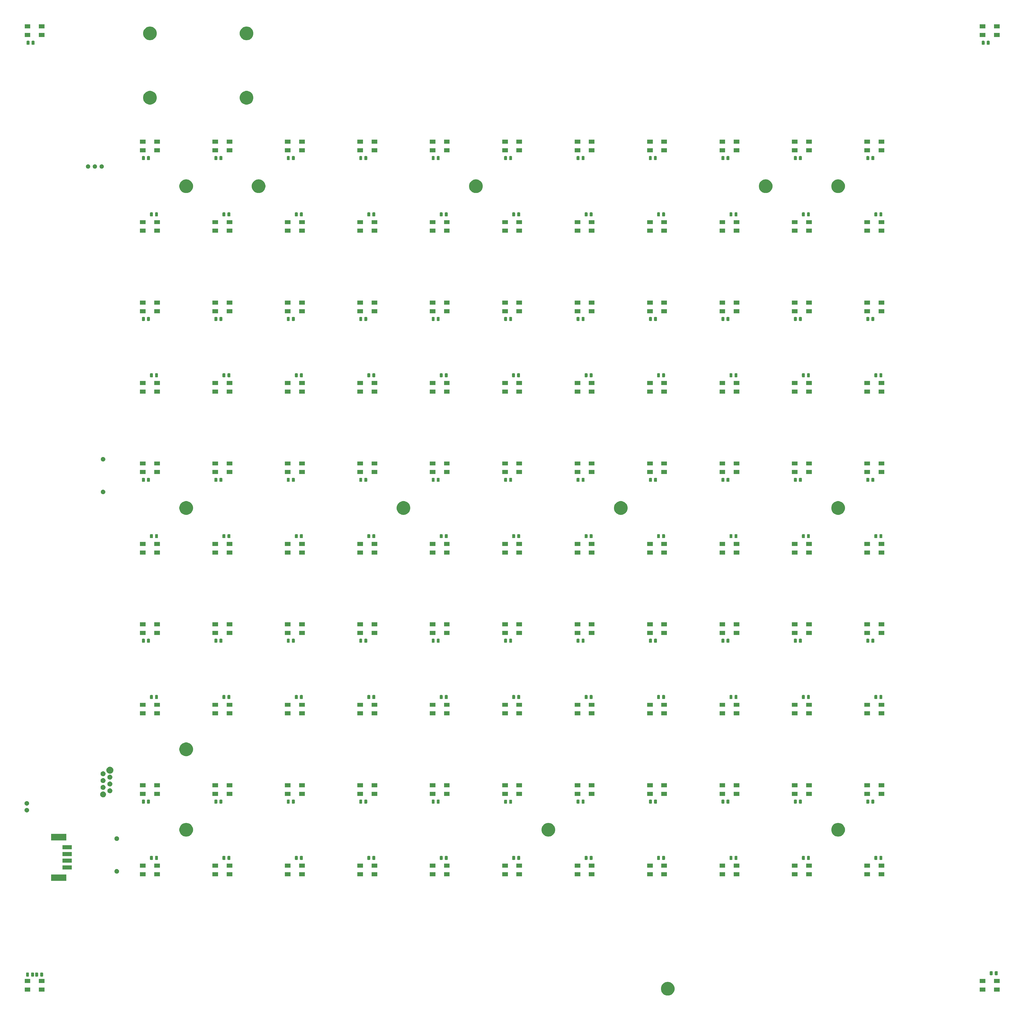
<source format=gbr>
G04 #@! TF.GenerationSoftware,KiCad,Pcbnew,(5.1.5)-3*
G04 #@! TF.CreationDate,2020-12-03T11:47:19+01:00*
G04 #@! TF.ProjectId,Wordclock_V1.1,576f7264-636c-46f6-936b-5f56312e312e,rev?*
G04 #@! TF.SameCoordinates,Original*
G04 #@! TF.FileFunction,Soldermask,Bot*
G04 #@! TF.FilePolarity,Negative*
%FSLAX46Y46*%
G04 Gerber Fmt 4.6, Leading zero omitted, Abs format (unit mm)*
G04 Created by KiCad (PCBNEW (5.1.5)-3) date 2020-12-03 11:47:19*
%MOMM*%
%LPD*%
G04 APERTURE LIST*
%ADD10C,0.100000*%
G04 APERTURE END LIST*
D10*
G36*
X243579817Y-361814356D02*
G01*
X243744100Y-361847034D01*
X243976226Y-361943184D01*
X244208352Y-362039333D01*
X244626168Y-362318509D01*
X244981491Y-362673832D01*
X245260667Y-363091648D01*
X245452966Y-363555901D01*
X245551000Y-364048748D01*
X245551000Y-364551252D01*
X245452966Y-365044099D01*
X245260667Y-365508352D01*
X244981491Y-365926168D01*
X244626168Y-366281491D01*
X244208352Y-366560667D01*
X243976226Y-366656816D01*
X243744100Y-366752966D01*
X243579817Y-366785644D01*
X243251252Y-366851000D01*
X242748748Y-366851000D01*
X242420183Y-366785644D01*
X242255900Y-366752966D01*
X242023774Y-366656816D01*
X241791648Y-366560667D01*
X241373832Y-366281491D01*
X241018509Y-365926168D01*
X240739333Y-365508352D01*
X240547034Y-365044099D01*
X240449000Y-364551252D01*
X240449000Y-364048748D01*
X240547034Y-363555901D01*
X240739333Y-363091648D01*
X241018509Y-362673832D01*
X241373832Y-362318509D01*
X241791648Y-362039333D01*
X242023775Y-361943183D01*
X242255900Y-361847034D01*
X242420183Y-361814356D01*
X242748748Y-361749000D01*
X243251252Y-361749000D01*
X243579817Y-361814356D01*
G37*
G36*
X366701000Y-365351000D02*
G01*
X364599000Y-365351000D01*
X364599000Y-363849000D01*
X366701000Y-363849000D01*
X366701000Y-365351000D01*
G37*
G36*
X10701000Y-365351000D02*
G01*
X8599000Y-365351000D01*
X8599000Y-363849000D01*
X10701000Y-363849000D01*
X10701000Y-365351000D01*
G37*
G36*
X5401000Y-365351000D02*
G01*
X3299000Y-365351000D01*
X3299000Y-363849000D01*
X5401000Y-363849000D01*
X5401000Y-365351000D01*
G37*
G36*
X361401000Y-365351000D02*
G01*
X359299000Y-365351000D01*
X359299000Y-363849000D01*
X361401000Y-363849000D01*
X361401000Y-365351000D01*
G37*
G36*
X5401000Y-362151000D02*
G01*
X3299000Y-362151000D01*
X3299000Y-360649000D01*
X5401000Y-360649000D01*
X5401000Y-362151000D01*
G37*
G36*
X361401000Y-362151000D02*
G01*
X359299000Y-362151000D01*
X359299000Y-360649000D01*
X361401000Y-360649000D01*
X361401000Y-362151000D01*
G37*
G36*
X10701000Y-362151000D02*
G01*
X8599000Y-362151000D01*
X8599000Y-360649000D01*
X10701000Y-360649000D01*
X10701000Y-362151000D01*
G37*
G36*
X366701000Y-362151000D02*
G01*
X364599000Y-362151000D01*
X364599000Y-360649000D01*
X366701000Y-360649000D01*
X366701000Y-362151000D01*
G37*
G36*
X8094316Y-358254053D02*
G01*
X8142462Y-358268657D01*
X8186823Y-358292369D01*
X8225714Y-358324286D01*
X8257631Y-358363177D01*
X8281343Y-358407538D01*
X8295947Y-358455684D01*
X8301000Y-358506982D01*
X8301000Y-359493018D01*
X8295947Y-359544316D01*
X8281343Y-359592462D01*
X8257631Y-359636823D01*
X8225714Y-359675714D01*
X8186823Y-359707631D01*
X8142462Y-359731343D01*
X8094316Y-359745947D01*
X8043018Y-359751000D01*
X7481982Y-359751000D01*
X7430684Y-359745947D01*
X7382538Y-359731343D01*
X7338177Y-359707631D01*
X7299286Y-359675714D01*
X7267369Y-359636823D01*
X7243657Y-359592462D01*
X7229053Y-359544316D01*
X7224000Y-359493018D01*
X7224000Y-358506982D01*
X7229053Y-358455684D01*
X7243657Y-358407538D01*
X7267369Y-358363177D01*
X7299286Y-358324286D01*
X7338177Y-358292369D01*
X7382538Y-358268657D01*
X7430684Y-358254053D01*
X7481982Y-358249000D01*
X8043018Y-358249000D01*
X8094316Y-358254053D01*
G37*
G36*
X4694316Y-358254053D02*
G01*
X4742462Y-358268657D01*
X4786823Y-358292369D01*
X4825714Y-358324286D01*
X4857631Y-358363177D01*
X4881343Y-358407538D01*
X4895947Y-358455684D01*
X4901000Y-358506982D01*
X4901000Y-359493018D01*
X4895947Y-359544316D01*
X4881343Y-359592462D01*
X4857631Y-359636823D01*
X4825714Y-359675714D01*
X4786823Y-359707631D01*
X4742462Y-359731343D01*
X4694316Y-359745947D01*
X4643018Y-359751000D01*
X4081982Y-359751000D01*
X4030684Y-359745947D01*
X3982538Y-359731343D01*
X3938177Y-359707631D01*
X3899286Y-359675714D01*
X3867369Y-359636823D01*
X3843657Y-359592462D01*
X3829053Y-359544316D01*
X3824000Y-359493018D01*
X3824000Y-358506982D01*
X3829053Y-358455684D01*
X3843657Y-358407538D01*
X3867369Y-358363177D01*
X3899286Y-358324286D01*
X3938177Y-358292369D01*
X3982538Y-358268657D01*
X4030684Y-358254053D01*
X4081982Y-358249000D01*
X4643018Y-358249000D01*
X4694316Y-358254053D01*
G37*
G36*
X6569316Y-358254053D02*
G01*
X6617462Y-358268657D01*
X6661823Y-358292369D01*
X6700714Y-358324286D01*
X6732631Y-358363177D01*
X6756343Y-358407538D01*
X6770947Y-358455684D01*
X6776000Y-358506982D01*
X6776000Y-359493018D01*
X6770947Y-359544316D01*
X6756343Y-359592462D01*
X6732631Y-359636823D01*
X6700714Y-359675714D01*
X6661823Y-359707631D01*
X6617462Y-359731343D01*
X6569316Y-359745947D01*
X6518018Y-359751000D01*
X5956982Y-359751000D01*
X5905684Y-359745947D01*
X5857538Y-359731343D01*
X5813177Y-359707631D01*
X5774286Y-359675714D01*
X5742369Y-359636823D01*
X5718657Y-359592462D01*
X5704053Y-359544316D01*
X5699000Y-359493018D01*
X5699000Y-358506982D01*
X5704053Y-358455684D01*
X5718657Y-358407538D01*
X5742369Y-358363177D01*
X5774286Y-358324286D01*
X5813177Y-358292369D01*
X5857538Y-358268657D01*
X5905684Y-358254053D01*
X5956982Y-358249000D01*
X6518018Y-358249000D01*
X6569316Y-358254053D01*
G37*
G36*
X9969316Y-358254053D02*
G01*
X10017462Y-358268657D01*
X10061823Y-358292369D01*
X10100714Y-358324286D01*
X10132631Y-358363177D01*
X10156343Y-358407538D01*
X10170947Y-358455684D01*
X10176000Y-358506982D01*
X10176000Y-359493018D01*
X10170947Y-359544316D01*
X10156343Y-359592462D01*
X10132631Y-359636823D01*
X10100714Y-359675714D01*
X10061823Y-359707631D01*
X10017462Y-359731343D01*
X9969316Y-359745947D01*
X9918018Y-359751000D01*
X9356982Y-359751000D01*
X9305684Y-359745947D01*
X9257538Y-359731343D01*
X9213177Y-359707631D01*
X9174286Y-359675714D01*
X9142369Y-359636823D01*
X9118657Y-359592462D01*
X9104053Y-359544316D01*
X9099000Y-359493018D01*
X9099000Y-358506982D01*
X9104053Y-358455684D01*
X9118657Y-358407538D01*
X9142369Y-358363177D01*
X9174286Y-358324286D01*
X9213177Y-358292369D01*
X9257538Y-358268657D01*
X9305684Y-358254053D01*
X9356982Y-358249000D01*
X9918018Y-358249000D01*
X9969316Y-358254053D01*
G37*
G36*
X363894316Y-357754053D02*
G01*
X363942462Y-357768657D01*
X363986823Y-357792369D01*
X364025714Y-357824286D01*
X364057631Y-357863177D01*
X364081343Y-357907538D01*
X364095947Y-357955684D01*
X364101000Y-358006982D01*
X364101000Y-358993018D01*
X364095947Y-359044316D01*
X364081343Y-359092462D01*
X364057631Y-359136823D01*
X364025714Y-359175714D01*
X363986823Y-359207631D01*
X363942462Y-359231343D01*
X363894316Y-359245947D01*
X363843018Y-359251000D01*
X363281982Y-359251000D01*
X363230684Y-359245947D01*
X363182538Y-359231343D01*
X363138177Y-359207631D01*
X363099286Y-359175714D01*
X363067369Y-359136823D01*
X363043657Y-359092462D01*
X363029053Y-359044316D01*
X363024000Y-358993018D01*
X363024000Y-358006982D01*
X363029053Y-357955684D01*
X363043657Y-357907538D01*
X363067369Y-357863177D01*
X363099286Y-357824286D01*
X363138177Y-357792369D01*
X363182538Y-357768657D01*
X363230684Y-357754053D01*
X363281982Y-357749000D01*
X363843018Y-357749000D01*
X363894316Y-357754053D01*
G37*
G36*
X365769316Y-357754053D02*
G01*
X365817462Y-357768657D01*
X365861823Y-357792369D01*
X365900714Y-357824286D01*
X365932631Y-357863177D01*
X365956343Y-357907538D01*
X365970947Y-357955684D01*
X365976000Y-358006982D01*
X365976000Y-358993018D01*
X365970947Y-359044316D01*
X365956343Y-359092462D01*
X365932631Y-359136823D01*
X365900714Y-359175714D01*
X365861823Y-359207631D01*
X365817462Y-359231343D01*
X365769316Y-359245947D01*
X365718018Y-359251000D01*
X365156982Y-359251000D01*
X365105684Y-359245947D01*
X365057538Y-359231343D01*
X365013177Y-359207631D01*
X364974286Y-359175714D01*
X364942369Y-359136823D01*
X364918657Y-359092462D01*
X364904053Y-359044316D01*
X364899000Y-358993018D01*
X364899000Y-358006982D01*
X364904053Y-357955684D01*
X364918657Y-357907538D01*
X364942369Y-357863177D01*
X364974286Y-357824286D01*
X365013177Y-357792369D01*
X365057538Y-357768657D01*
X365105684Y-357754053D01*
X365156982Y-357749000D01*
X365718018Y-357749000D01*
X365769316Y-357754053D01*
G37*
G36*
X18821000Y-324051000D02*
G01*
X13119000Y-324051000D01*
X13119000Y-321649000D01*
X18821000Y-321649000D01*
X18821000Y-324051000D01*
G37*
G36*
X48401000Y-322351000D02*
G01*
X46299000Y-322351000D01*
X46299000Y-320849000D01*
X48401000Y-320849000D01*
X48401000Y-322351000D01*
G37*
G36*
X323701000Y-322351000D02*
G01*
X321599000Y-322351000D01*
X321599000Y-320849000D01*
X323701000Y-320849000D01*
X323701000Y-322351000D01*
G37*
G36*
X291401000Y-322351000D02*
G01*
X289299000Y-322351000D01*
X289299000Y-320849000D01*
X291401000Y-320849000D01*
X291401000Y-322351000D01*
G37*
G36*
X210401000Y-322351000D02*
G01*
X208299000Y-322351000D01*
X208299000Y-320849000D01*
X210401000Y-320849000D01*
X210401000Y-322351000D01*
G37*
G36*
X215701000Y-322351000D02*
G01*
X213599000Y-322351000D01*
X213599000Y-320849000D01*
X215701000Y-320849000D01*
X215701000Y-322351000D01*
G37*
G36*
X264401000Y-322351000D02*
G01*
X262299000Y-322351000D01*
X262299000Y-320849000D01*
X264401000Y-320849000D01*
X264401000Y-322351000D01*
G37*
G36*
X269701000Y-322351000D02*
G01*
X267599000Y-322351000D01*
X267599000Y-320849000D01*
X269701000Y-320849000D01*
X269701000Y-322351000D01*
G37*
G36*
X156401000Y-322351000D02*
G01*
X154299000Y-322351000D01*
X154299000Y-320849000D01*
X156401000Y-320849000D01*
X156401000Y-322351000D01*
G37*
G36*
X161701000Y-322351000D02*
G01*
X159599000Y-322351000D01*
X159599000Y-320849000D01*
X161701000Y-320849000D01*
X161701000Y-322351000D01*
G37*
G36*
X237401000Y-322351000D02*
G01*
X235299000Y-322351000D01*
X235299000Y-320849000D01*
X237401000Y-320849000D01*
X237401000Y-322351000D01*
G37*
G36*
X134701000Y-322351000D02*
G01*
X132599000Y-322351000D01*
X132599000Y-320849000D01*
X134701000Y-320849000D01*
X134701000Y-322351000D01*
G37*
G36*
X107701000Y-322351000D02*
G01*
X105599000Y-322351000D01*
X105599000Y-320849000D01*
X107701000Y-320849000D01*
X107701000Y-322351000D01*
G37*
G36*
X318401000Y-322351000D02*
G01*
X316299000Y-322351000D01*
X316299000Y-320849000D01*
X318401000Y-320849000D01*
X318401000Y-322351000D01*
G37*
G36*
X296701000Y-322351000D02*
G01*
X294599000Y-322351000D01*
X294599000Y-320849000D01*
X296701000Y-320849000D01*
X296701000Y-322351000D01*
G37*
G36*
X53701000Y-322351000D02*
G01*
X51599000Y-322351000D01*
X51599000Y-320849000D01*
X53701000Y-320849000D01*
X53701000Y-322351000D01*
G37*
G36*
X75401000Y-322351000D02*
G01*
X73299000Y-322351000D01*
X73299000Y-320849000D01*
X75401000Y-320849000D01*
X75401000Y-322351000D01*
G37*
G36*
X80701000Y-322351000D02*
G01*
X78599000Y-322351000D01*
X78599000Y-320849000D01*
X80701000Y-320849000D01*
X80701000Y-322351000D01*
G37*
G36*
X129401000Y-322351000D02*
G01*
X127299000Y-322351000D01*
X127299000Y-320849000D01*
X129401000Y-320849000D01*
X129401000Y-322351000D01*
G37*
G36*
X242701000Y-322351000D02*
G01*
X240599000Y-322351000D01*
X240599000Y-320849000D01*
X242701000Y-320849000D01*
X242701000Y-322351000D01*
G37*
G36*
X183401000Y-322351000D02*
G01*
X181299000Y-322351000D01*
X181299000Y-320849000D01*
X183401000Y-320849000D01*
X183401000Y-322351000D01*
G37*
G36*
X188701000Y-322351000D02*
G01*
X186599000Y-322351000D01*
X186599000Y-320849000D01*
X188701000Y-320849000D01*
X188701000Y-322351000D01*
G37*
G36*
X102401000Y-322351000D02*
G01*
X100299000Y-322351000D01*
X100299000Y-320849000D01*
X102401000Y-320849000D01*
X102401000Y-322351000D01*
G37*
G36*
X37868228Y-319681703D02*
G01*
X38023100Y-319745853D01*
X38162481Y-319838985D01*
X38281015Y-319957519D01*
X38374147Y-320096900D01*
X38438297Y-320251772D01*
X38471000Y-320416184D01*
X38471000Y-320583816D01*
X38438297Y-320748228D01*
X38374147Y-320903100D01*
X38281015Y-321042481D01*
X38162481Y-321161015D01*
X38023100Y-321254147D01*
X37868228Y-321318297D01*
X37703816Y-321351000D01*
X37536184Y-321351000D01*
X37371772Y-321318297D01*
X37216900Y-321254147D01*
X37077519Y-321161015D01*
X36958985Y-321042481D01*
X36865853Y-320903100D01*
X36801703Y-320748228D01*
X36769000Y-320583816D01*
X36769000Y-320416184D01*
X36801703Y-320251772D01*
X36865853Y-320096900D01*
X36958985Y-319957519D01*
X37077519Y-319838985D01*
X37216900Y-319745853D01*
X37371772Y-319681703D01*
X37536184Y-319649000D01*
X37703816Y-319649000D01*
X37868228Y-319681703D01*
G37*
G36*
X20881000Y-319801000D02*
G01*
X17379000Y-319801000D01*
X17379000Y-318299000D01*
X20881000Y-318299000D01*
X20881000Y-319801000D01*
G37*
G36*
X75401000Y-319151000D02*
G01*
X73299000Y-319151000D01*
X73299000Y-317649000D01*
X75401000Y-317649000D01*
X75401000Y-319151000D01*
G37*
G36*
X291401000Y-319151000D02*
G01*
X289299000Y-319151000D01*
X289299000Y-317649000D01*
X291401000Y-317649000D01*
X291401000Y-319151000D01*
G37*
G36*
X296701000Y-319151000D02*
G01*
X294599000Y-319151000D01*
X294599000Y-317649000D01*
X296701000Y-317649000D01*
X296701000Y-319151000D01*
G37*
G36*
X318401000Y-319151000D02*
G01*
X316299000Y-319151000D01*
X316299000Y-317649000D01*
X318401000Y-317649000D01*
X318401000Y-319151000D01*
G37*
G36*
X323701000Y-319151000D02*
G01*
X321599000Y-319151000D01*
X321599000Y-317649000D01*
X323701000Y-317649000D01*
X323701000Y-319151000D01*
G37*
G36*
X269701000Y-319151000D02*
G01*
X267599000Y-319151000D01*
X267599000Y-317649000D01*
X269701000Y-317649000D01*
X269701000Y-319151000D01*
G37*
G36*
X156401000Y-319151000D02*
G01*
X154299000Y-319151000D01*
X154299000Y-317649000D01*
X156401000Y-317649000D01*
X156401000Y-319151000D01*
G37*
G36*
X215701000Y-319151000D02*
G01*
X213599000Y-319151000D01*
X213599000Y-317649000D01*
X215701000Y-317649000D01*
X215701000Y-319151000D01*
G37*
G36*
X161701000Y-319151000D02*
G01*
X159599000Y-319151000D01*
X159599000Y-317649000D01*
X161701000Y-317649000D01*
X161701000Y-319151000D01*
G37*
G36*
X237401000Y-319151000D02*
G01*
X235299000Y-319151000D01*
X235299000Y-317649000D01*
X237401000Y-317649000D01*
X237401000Y-319151000D01*
G37*
G36*
X210401000Y-319151000D02*
G01*
X208299000Y-319151000D01*
X208299000Y-317649000D01*
X210401000Y-317649000D01*
X210401000Y-319151000D01*
G37*
G36*
X188701000Y-319151000D02*
G01*
X186599000Y-319151000D01*
X186599000Y-317649000D01*
X188701000Y-317649000D01*
X188701000Y-319151000D01*
G37*
G36*
X183401000Y-319151000D02*
G01*
X181299000Y-319151000D01*
X181299000Y-317649000D01*
X183401000Y-317649000D01*
X183401000Y-319151000D01*
G37*
G36*
X48401000Y-319151000D02*
G01*
X46299000Y-319151000D01*
X46299000Y-317649000D01*
X48401000Y-317649000D01*
X48401000Y-319151000D01*
G37*
G36*
X53701000Y-319151000D02*
G01*
X51599000Y-319151000D01*
X51599000Y-317649000D01*
X53701000Y-317649000D01*
X53701000Y-319151000D01*
G37*
G36*
X102401000Y-319151000D02*
G01*
X100299000Y-319151000D01*
X100299000Y-317649000D01*
X102401000Y-317649000D01*
X102401000Y-319151000D01*
G37*
G36*
X134701000Y-319151000D02*
G01*
X132599000Y-319151000D01*
X132599000Y-317649000D01*
X134701000Y-317649000D01*
X134701000Y-319151000D01*
G37*
G36*
X107701000Y-319151000D02*
G01*
X105599000Y-319151000D01*
X105599000Y-317649000D01*
X107701000Y-317649000D01*
X107701000Y-319151000D01*
G37*
G36*
X80701000Y-319151000D02*
G01*
X78599000Y-319151000D01*
X78599000Y-317649000D01*
X80701000Y-317649000D01*
X80701000Y-319151000D01*
G37*
G36*
X129401000Y-319151000D02*
G01*
X127299000Y-319151000D01*
X127299000Y-317649000D01*
X129401000Y-317649000D01*
X129401000Y-319151000D01*
G37*
G36*
X264401000Y-319151000D02*
G01*
X262299000Y-319151000D01*
X262299000Y-317649000D01*
X264401000Y-317649000D01*
X264401000Y-319151000D01*
G37*
G36*
X242701000Y-319151000D02*
G01*
X240599000Y-319151000D01*
X240599000Y-317649000D01*
X242701000Y-317649000D01*
X242701000Y-319151000D01*
G37*
G36*
X20881000Y-317301000D02*
G01*
X17379000Y-317301000D01*
X17379000Y-315799000D01*
X20881000Y-315799000D01*
X20881000Y-317301000D01*
G37*
G36*
X185894316Y-314754053D02*
G01*
X185942462Y-314768657D01*
X185986823Y-314792369D01*
X186025714Y-314824286D01*
X186057631Y-314863177D01*
X186081343Y-314907538D01*
X186095947Y-314955684D01*
X186101000Y-315006982D01*
X186101000Y-315993018D01*
X186095947Y-316044316D01*
X186081343Y-316092462D01*
X186057631Y-316136823D01*
X186025714Y-316175714D01*
X185986823Y-316207631D01*
X185942462Y-316231343D01*
X185894316Y-316245947D01*
X185843018Y-316251000D01*
X185281982Y-316251000D01*
X185230684Y-316245947D01*
X185182538Y-316231343D01*
X185138177Y-316207631D01*
X185099286Y-316175714D01*
X185067369Y-316136823D01*
X185043657Y-316092462D01*
X185029053Y-316044316D01*
X185024000Y-315993018D01*
X185024000Y-315006982D01*
X185029053Y-314955684D01*
X185043657Y-314907538D01*
X185067369Y-314863177D01*
X185099286Y-314824286D01*
X185138177Y-314792369D01*
X185182538Y-314768657D01*
X185230684Y-314754053D01*
X185281982Y-314749000D01*
X185843018Y-314749000D01*
X185894316Y-314754053D01*
G37*
G36*
X187769316Y-314754053D02*
G01*
X187817462Y-314768657D01*
X187861823Y-314792369D01*
X187900714Y-314824286D01*
X187932631Y-314863177D01*
X187956343Y-314907538D01*
X187970947Y-314955684D01*
X187976000Y-315006982D01*
X187976000Y-315993018D01*
X187970947Y-316044316D01*
X187956343Y-316092462D01*
X187932631Y-316136823D01*
X187900714Y-316175714D01*
X187861823Y-316207631D01*
X187817462Y-316231343D01*
X187769316Y-316245947D01*
X187718018Y-316251000D01*
X187156982Y-316251000D01*
X187105684Y-316245947D01*
X187057538Y-316231343D01*
X187013177Y-316207631D01*
X186974286Y-316175714D01*
X186942369Y-316136823D01*
X186918657Y-316092462D01*
X186904053Y-316044316D01*
X186899000Y-315993018D01*
X186899000Y-315006982D01*
X186904053Y-314955684D01*
X186918657Y-314907538D01*
X186942369Y-314863177D01*
X186974286Y-314824286D01*
X187013177Y-314792369D01*
X187057538Y-314768657D01*
X187105684Y-314754053D01*
X187156982Y-314749000D01*
X187718018Y-314749000D01*
X187769316Y-314754053D01*
G37*
G36*
X212894316Y-314754053D02*
G01*
X212942462Y-314768657D01*
X212986823Y-314792369D01*
X213025714Y-314824286D01*
X213057631Y-314863177D01*
X213081343Y-314907538D01*
X213095947Y-314955684D01*
X213101000Y-315006982D01*
X213101000Y-315993018D01*
X213095947Y-316044316D01*
X213081343Y-316092462D01*
X213057631Y-316136823D01*
X213025714Y-316175714D01*
X212986823Y-316207631D01*
X212942462Y-316231343D01*
X212894316Y-316245947D01*
X212843018Y-316251000D01*
X212281982Y-316251000D01*
X212230684Y-316245947D01*
X212182538Y-316231343D01*
X212138177Y-316207631D01*
X212099286Y-316175714D01*
X212067369Y-316136823D01*
X212043657Y-316092462D01*
X212029053Y-316044316D01*
X212024000Y-315993018D01*
X212024000Y-315006982D01*
X212029053Y-314955684D01*
X212043657Y-314907538D01*
X212067369Y-314863177D01*
X212099286Y-314824286D01*
X212138177Y-314792369D01*
X212182538Y-314768657D01*
X212230684Y-314754053D01*
X212281982Y-314749000D01*
X212843018Y-314749000D01*
X212894316Y-314754053D01*
G37*
G36*
X239894316Y-314754053D02*
G01*
X239942462Y-314768657D01*
X239986823Y-314792369D01*
X240025714Y-314824286D01*
X240057631Y-314863177D01*
X240081343Y-314907538D01*
X240095947Y-314955684D01*
X240101000Y-315006982D01*
X240101000Y-315993018D01*
X240095947Y-316044316D01*
X240081343Y-316092462D01*
X240057631Y-316136823D01*
X240025714Y-316175714D01*
X239986823Y-316207631D01*
X239942462Y-316231343D01*
X239894316Y-316245947D01*
X239843018Y-316251000D01*
X239281982Y-316251000D01*
X239230684Y-316245947D01*
X239182538Y-316231343D01*
X239138177Y-316207631D01*
X239099286Y-316175714D01*
X239067369Y-316136823D01*
X239043657Y-316092462D01*
X239029053Y-316044316D01*
X239024000Y-315993018D01*
X239024000Y-315006982D01*
X239029053Y-314955684D01*
X239043657Y-314907538D01*
X239067369Y-314863177D01*
X239099286Y-314824286D01*
X239138177Y-314792369D01*
X239182538Y-314768657D01*
X239230684Y-314754053D01*
X239281982Y-314749000D01*
X239843018Y-314749000D01*
X239894316Y-314754053D01*
G37*
G36*
X241769316Y-314754053D02*
G01*
X241817462Y-314768657D01*
X241861823Y-314792369D01*
X241900714Y-314824286D01*
X241932631Y-314863177D01*
X241956343Y-314907538D01*
X241970947Y-314955684D01*
X241976000Y-315006982D01*
X241976000Y-315993018D01*
X241970947Y-316044316D01*
X241956343Y-316092462D01*
X241932631Y-316136823D01*
X241900714Y-316175714D01*
X241861823Y-316207631D01*
X241817462Y-316231343D01*
X241769316Y-316245947D01*
X241718018Y-316251000D01*
X241156982Y-316251000D01*
X241105684Y-316245947D01*
X241057538Y-316231343D01*
X241013177Y-316207631D01*
X240974286Y-316175714D01*
X240942369Y-316136823D01*
X240918657Y-316092462D01*
X240904053Y-316044316D01*
X240899000Y-315993018D01*
X240899000Y-315006982D01*
X240904053Y-314955684D01*
X240918657Y-314907538D01*
X240942369Y-314863177D01*
X240974286Y-314824286D01*
X241013177Y-314792369D01*
X241057538Y-314768657D01*
X241105684Y-314754053D01*
X241156982Y-314749000D01*
X241718018Y-314749000D01*
X241769316Y-314754053D01*
G37*
G36*
X214769316Y-314754053D02*
G01*
X214817462Y-314768657D01*
X214861823Y-314792369D01*
X214900714Y-314824286D01*
X214932631Y-314863177D01*
X214956343Y-314907538D01*
X214970947Y-314955684D01*
X214976000Y-315006982D01*
X214976000Y-315993018D01*
X214970947Y-316044316D01*
X214956343Y-316092462D01*
X214932631Y-316136823D01*
X214900714Y-316175714D01*
X214861823Y-316207631D01*
X214817462Y-316231343D01*
X214769316Y-316245947D01*
X214718018Y-316251000D01*
X214156982Y-316251000D01*
X214105684Y-316245947D01*
X214057538Y-316231343D01*
X214013177Y-316207631D01*
X213974286Y-316175714D01*
X213942369Y-316136823D01*
X213918657Y-316092462D01*
X213904053Y-316044316D01*
X213899000Y-315993018D01*
X213899000Y-315006982D01*
X213904053Y-314955684D01*
X213918657Y-314907538D01*
X213942369Y-314863177D01*
X213974286Y-314824286D01*
X214013177Y-314792369D01*
X214057538Y-314768657D01*
X214105684Y-314754053D01*
X214156982Y-314749000D01*
X214718018Y-314749000D01*
X214769316Y-314754053D01*
G37*
G36*
X77894316Y-314754053D02*
G01*
X77942462Y-314768657D01*
X77986823Y-314792369D01*
X78025714Y-314824286D01*
X78057631Y-314863177D01*
X78081343Y-314907538D01*
X78095947Y-314955684D01*
X78101000Y-315006982D01*
X78101000Y-315993018D01*
X78095947Y-316044316D01*
X78081343Y-316092462D01*
X78057631Y-316136823D01*
X78025714Y-316175714D01*
X77986823Y-316207631D01*
X77942462Y-316231343D01*
X77894316Y-316245947D01*
X77843018Y-316251000D01*
X77281982Y-316251000D01*
X77230684Y-316245947D01*
X77182538Y-316231343D01*
X77138177Y-316207631D01*
X77099286Y-316175714D01*
X77067369Y-316136823D01*
X77043657Y-316092462D01*
X77029053Y-316044316D01*
X77024000Y-315993018D01*
X77024000Y-315006982D01*
X77029053Y-314955684D01*
X77043657Y-314907538D01*
X77067369Y-314863177D01*
X77099286Y-314824286D01*
X77138177Y-314792369D01*
X77182538Y-314768657D01*
X77230684Y-314754053D01*
X77281982Y-314749000D01*
X77843018Y-314749000D01*
X77894316Y-314754053D01*
G37*
G36*
X79769316Y-314754053D02*
G01*
X79817462Y-314768657D01*
X79861823Y-314792369D01*
X79900714Y-314824286D01*
X79932631Y-314863177D01*
X79956343Y-314907538D01*
X79970947Y-314955684D01*
X79976000Y-315006982D01*
X79976000Y-315993018D01*
X79970947Y-316044316D01*
X79956343Y-316092462D01*
X79932631Y-316136823D01*
X79900714Y-316175714D01*
X79861823Y-316207631D01*
X79817462Y-316231343D01*
X79769316Y-316245947D01*
X79718018Y-316251000D01*
X79156982Y-316251000D01*
X79105684Y-316245947D01*
X79057538Y-316231343D01*
X79013177Y-316207631D01*
X78974286Y-316175714D01*
X78942369Y-316136823D01*
X78918657Y-316092462D01*
X78904053Y-316044316D01*
X78899000Y-315993018D01*
X78899000Y-315006982D01*
X78904053Y-314955684D01*
X78918657Y-314907538D01*
X78942369Y-314863177D01*
X78974286Y-314824286D01*
X79013177Y-314792369D01*
X79057538Y-314768657D01*
X79105684Y-314754053D01*
X79156982Y-314749000D01*
X79718018Y-314749000D01*
X79769316Y-314754053D01*
G37*
G36*
X133769316Y-314754053D02*
G01*
X133817462Y-314768657D01*
X133861823Y-314792369D01*
X133900714Y-314824286D01*
X133932631Y-314863177D01*
X133956343Y-314907538D01*
X133970947Y-314955684D01*
X133976000Y-315006982D01*
X133976000Y-315993018D01*
X133970947Y-316044316D01*
X133956343Y-316092462D01*
X133932631Y-316136823D01*
X133900714Y-316175714D01*
X133861823Y-316207631D01*
X133817462Y-316231343D01*
X133769316Y-316245947D01*
X133718018Y-316251000D01*
X133156982Y-316251000D01*
X133105684Y-316245947D01*
X133057538Y-316231343D01*
X133013177Y-316207631D01*
X132974286Y-316175714D01*
X132942369Y-316136823D01*
X132918657Y-316092462D01*
X132904053Y-316044316D01*
X132899000Y-315993018D01*
X132899000Y-315006982D01*
X132904053Y-314955684D01*
X132918657Y-314907538D01*
X132942369Y-314863177D01*
X132974286Y-314824286D01*
X133013177Y-314792369D01*
X133057538Y-314768657D01*
X133105684Y-314754053D01*
X133156982Y-314749000D01*
X133718018Y-314749000D01*
X133769316Y-314754053D01*
G37*
G36*
X268769316Y-314754053D02*
G01*
X268817462Y-314768657D01*
X268861823Y-314792369D01*
X268900714Y-314824286D01*
X268932631Y-314863177D01*
X268956343Y-314907538D01*
X268970947Y-314955684D01*
X268976000Y-315006982D01*
X268976000Y-315993018D01*
X268970947Y-316044316D01*
X268956343Y-316092462D01*
X268932631Y-316136823D01*
X268900714Y-316175714D01*
X268861823Y-316207631D01*
X268817462Y-316231343D01*
X268769316Y-316245947D01*
X268718018Y-316251000D01*
X268156982Y-316251000D01*
X268105684Y-316245947D01*
X268057538Y-316231343D01*
X268013177Y-316207631D01*
X267974286Y-316175714D01*
X267942369Y-316136823D01*
X267918657Y-316092462D01*
X267904053Y-316044316D01*
X267899000Y-315993018D01*
X267899000Y-315006982D01*
X267904053Y-314955684D01*
X267918657Y-314907538D01*
X267942369Y-314863177D01*
X267974286Y-314824286D01*
X268013177Y-314792369D01*
X268057538Y-314768657D01*
X268105684Y-314754053D01*
X268156982Y-314749000D01*
X268718018Y-314749000D01*
X268769316Y-314754053D01*
G37*
G36*
X50894316Y-314754053D02*
G01*
X50942462Y-314768657D01*
X50986823Y-314792369D01*
X51025714Y-314824286D01*
X51057631Y-314863177D01*
X51081343Y-314907538D01*
X51095947Y-314955684D01*
X51101000Y-315006982D01*
X51101000Y-315993018D01*
X51095947Y-316044316D01*
X51081343Y-316092462D01*
X51057631Y-316136823D01*
X51025714Y-316175714D01*
X50986823Y-316207631D01*
X50942462Y-316231343D01*
X50894316Y-316245947D01*
X50843018Y-316251000D01*
X50281982Y-316251000D01*
X50230684Y-316245947D01*
X50182538Y-316231343D01*
X50138177Y-316207631D01*
X50099286Y-316175714D01*
X50067369Y-316136823D01*
X50043657Y-316092462D01*
X50029053Y-316044316D01*
X50024000Y-315993018D01*
X50024000Y-315006982D01*
X50029053Y-314955684D01*
X50043657Y-314907538D01*
X50067369Y-314863177D01*
X50099286Y-314824286D01*
X50138177Y-314792369D01*
X50182538Y-314768657D01*
X50230684Y-314754053D01*
X50281982Y-314749000D01*
X50843018Y-314749000D01*
X50894316Y-314754053D01*
G37*
G36*
X158894316Y-314754053D02*
G01*
X158942462Y-314768657D01*
X158986823Y-314792369D01*
X159025714Y-314824286D01*
X159057631Y-314863177D01*
X159081343Y-314907538D01*
X159095947Y-314955684D01*
X159101000Y-315006982D01*
X159101000Y-315993018D01*
X159095947Y-316044316D01*
X159081343Y-316092462D01*
X159057631Y-316136823D01*
X159025714Y-316175714D01*
X158986823Y-316207631D01*
X158942462Y-316231343D01*
X158894316Y-316245947D01*
X158843018Y-316251000D01*
X158281982Y-316251000D01*
X158230684Y-316245947D01*
X158182538Y-316231343D01*
X158138177Y-316207631D01*
X158099286Y-316175714D01*
X158067369Y-316136823D01*
X158043657Y-316092462D01*
X158029053Y-316044316D01*
X158024000Y-315993018D01*
X158024000Y-315006982D01*
X158029053Y-314955684D01*
X158043657Y-314907538D01*
X158067369Y-314863177D01*
X158099286Y-314824286D01*
X158138177Y-314792369D01*
X158182538Y-314768657D01*
X158230684Y-314754053D01*
X158281982Y-314749000D01*
X158843018Y-314749000D01*
X158894316Y-314754053D01*
G37*
G36*
X295769316Y-314754053D02*
G01*
X295817462Y-314768657D01*
X295861823Y-314792369D01*
X295900714Y-314824286D01*
X295932631Y-314863177D01*
X295956343Y-314907538D01*
X295970947Y-314955684D01*
X295976000Y-315006982D01*
X295976000Y-315993018D01*
X295970947Y-316044316D01*
X295956343Y-316092462D01*
X295932631Y-316136823D01*
X295900714Y-316175714D01*
X295861823Y-316207631D01*
X295817462Y-316231343D01*
X295769316Y-316245947D01*
X295718018Y-316251000D01*
X295156982Y-316251000D01*
X295105684Y-316245947D01*
X295057538Y-316231343D01*
X295013177Y-316207631D01*
X294974286Y-316175714D01*
X294942369Y-316136823D01*
X294918657Y-316092462D01*
X294904053Y-316044316D01*
X294899000Y-315993018D01*
X294899000Y-315006982D01*
X294904053Y-314955684D01*
X294918657Y-314907538D01*
X294942369Y-314863177D01*
X294974286Y-314824286D01*
X295013177Y-314792369D01*
X295057538Y-314768657D01*
X295105684Y-314754053D01*
X295156982Y-314749000D01*
X295718018Y-314749000D01*
X295769316Y-314754053D01*
G37*
G36*
X293894316Y-314754053D02*
G01*
X293942462Y-314768657D01*
X293986823Y-314792369D01*
X294025714Y-314824286D01*
X294057631Y-314863177D01*
X294081343Y-314907538D01*
X294095947Y-314955684D01*
X294101000Y-315006982D01*
X294101000Y-315993018D01*
X294095947Y-316044316D01*
X294081343Y-316092462D01*
X294057631Y-316136823D01*
X294025714Y-316175714D01*
X293986823Y-316207631D01*
X293942462Y-316231343D01*
X293894316Y-316245947D01*
X293843018Y-316251000D01*
X293281982Y-316251000D01*
X293230684Y-316245947D01*
X293182538Y-316231343D01*
X293138177Y-316207631D01*
X293099286Y-316175714D01*
X293067369Y-316136823D01*
X293043657Y-316092462D01*
X293029053Y-316044316D01*
X293024000Y-315993018D01*
X293024000Y-315006982D01*
X293029053Y-314955684D01*
X293043657Y-314907538D01*
X293067369Y-314863177D01*
X293099286Y-314824286D01*
X293138177Y-314792369D01*
X293182538Y-314768657D01*
X293230684Y-314754053D01*
X293281982Y-314749000D01*
X293843018Y-314749000D01*
X293894316Y-314754053D01*
G37*
G36*
X320894316Y-314754053D02*
G01*
X320942462Y-314768657D01*
X320986823Y-314792369D01*
X321025714Y-314824286D01*
X321057631Y-314863177D01*
X321081343Y-314907538D01*
X321095947Y-314955684D01*
X321101000Y-315006982D01*
X321101000Y-315993018D01*
X321095947Y-316044316D01*
X321081343Y-316092462D01*
X321057631Y-316136823D01*
X321025714Y-316175714D01*
X320986823Y-316207631D01*
X320942462Y-316231343D01*
X320894316Y-316245947D01*
X320843018Y-316251000D01*
X320281982Y-316251000D01*
X320230684Y-316245947D01*
X320182538Y-316231343D01*
X320138177Y-316207631D01*
X320099286Y-316175714D01*
X320067369Y-316136823D01*
X320043657Y-316092462D01*
X320029053Y-316044316D01*
X320024000Y-315993018D01*
X320024000Y-315006982D01*
X320029053Y-314955684D01*
X320043657Y-314907538D01*
X320067369Y-314863177D01*
X320099286Y-314824286D01*
X320138177Y-314792369D01*
X320182538Y-314768657D01*
X320230684Y-314754053D01*
X320281982Y-314749000D01*
X320843018Y-314749000D01*
X320894316Y-314754053D01*
G37*
G36*
X322769316Y-314754053D02*
G01*
X322817462Y-314768657D01*
X322861823Y-314792369D01*
X322900714Y-314824286D01*
X322932631Y-314863177D01*
X322956343Y-314907538D01*
X322970947Y-314955684D01*
X322976000Y-315006982D01*
X322976000Y-315993018D01*
X322970947Y-316044316D01*
X322956343Y-316092462D01*
X322932631Y-316136823D01*
X322900714Y-316175714D01*
X322861823Y-316207631D01*
X322817462Y-316231343D01*
X322769316Y-316245947D01*
X322718018Y-316251000D01*
X322156982Y-316251000D01*
X322105684Y-316245947D01*
X322057538Y-316231343D01*
X322013177Y-316207631D01*
X321974286Y-316175714D01*
X321942369Y-316136823D01*
X321918657Y-316092462D01*
X321904053Y-316044316D01*
X321899000Y-315993018D01*
X321899000Y-315006982D01*
X321904053Y-314955684D01*
X321918657Y-314907538D01*
X321942369Y-314863177D01*
X321974286Y-314824286D01*
X322013177Y-314792369D01*
X322057538Y-314768657D01*
X322105684Y-314754053D01*
X322156982Y-314749000D01*
X322718018Y-314749000D01*
X322769316Y-314754053D01*
G37*
G36*
X131894316Y-314754053D02*
G01*
X131942462Y-314768657D01*
X131986823Y-314792369D01*
X132025714Y-314824286D01*
X132057631Y-314863177D01*
X132081343Y-314907538D01*
X132095947Y-314955684D01*
X132101000Y-315006982D01*
X132101000Y-315993018D01*
X132095947Y-316044316D01*
X132081343Y-316092462D01*
X132057631Y-316136823D01*
X132025714Y-316175714D01*
X131986823Y-316207631D01*
X131942462Y-316231343D01*
X131894316Y-316245947D01*
X131843018Y-316251000D01*
X131281982Y-316251000D01*
X131230684Y-316245947D01*
X131182538Y-316231343D01*
X131138177Y-316207631D01*
X131099286Y-316175714D01*
X131067369Y-316136823D01*
X131043657Y-316092462D01*
X131029053Y-316044316D01*
X131024000Y-315993018D01*
X131024000Y-315006982D01*
X131029053Y-314955684D01*
X131043657Y-314907538D01*
X131067369Y-314863177D01*
X131099286Y-314824286D01*
X131138177Y-314792369D01*
X131182538Y-314768657D01*
X131230684Y-314754053D01*
X131281982Y-314749000D01*
X131843018Y-314749000D01*
X131894316Y-314754053D01*
G37*
G36*
X266894316Y-314754053D02*
G01*
X266942462Y-314768657D01*
X266986823Y-314792369D01*
X267025714Y-314824286D01*
X267057631Y-314863177D01*
X267081343Y-314907538D01*
X267095947Y-314955684D01*
X267101000Y-315006982D01*
X267101000Y-315993018D01*
X267095947Y-316044316D01*
X267081343Y-316092462D01*
X267057631Y-316136823D01*
X267025714Y-316175714D01*
X266986823Y-316207631D01*
X266942462Y-316231343D01*
X266894316Y-316245947D01*
X266843018Y-316251000D01*
X266281982Y-316251000D01*
X266230684Y-316245947D01*
X266182538Y-316231343D01*
X266138177Y-316207631D01*
X266099286Y-316175714D01*
X266067369Y-316136823D01*
X266043657Y-316092462D01*
X266029053Y-316044316D01*
X266024000Y-315993018D01*
X266024000Y-315006982D01*
X266029053Y-314955684D01*
X266043657Y-314907538D01*
X266067369Y-314863177D01*
X266099286Y-314824286D01*
X266138177Y-314792369D01*
X266182538Y-314768657D01*
X266230684Y-314754053D01*
X266281982Y-314749000D01*
X266843018Y-314749000D01*
X266894316Y-314754053D01*
G37*
G36*
X106769316Y-314754053D02*
G01*
X106817462Y-314768657D01*
X106861823Y-314792369D01*
X106900714Y-314824286D01*
X106932631Y-314863177D01*
X106956343Y-314907538D01*
X106970947Y-314955684D01*
X106976000Y-315006982D01*
X106976000Y-315993018D01*
X106970947Y-316044316D01*
X106956343Y-316092462D01*
X106932631Y-316136823D01*
X106900714Y-316175714D01*
X106861823Y-316207631D01*
X106817462Y-316231343D01*
X106769316Y-316245947D01*
X106718018Y-316251000D01*
X106156982Y-316251000D01*
X106105684Y-316245947D01*
X106057538Y-316231343D01*
X106013177Y-316207631D01*
X105974286Y-316175714D01*
X105942369Y-316136823D01*
X105918657Y-316092462D01*
X105904053Y-316044316D01*
X105899000Y-315993018D01*
X105899000Y-315006982D01*
X105904053Y-314955684D01*
X105918657Y-314907538D01*
X105942369Y-314863177D01*
X105974286Y-314824286D01*
X106013177Y-314792369D01*
X106057538Y-314768657D01*
X106105684Y-314754053D01*
X106156982Y-314749000D01*
X106718018Y-314749000D01*
X106769316Y-314754053D01*
G37*
G36*
X104894316Y-314754053D02*
G01*
X104942462Y-314768657D01*
X104986823Y-314792369D01*
X105025714Y-314824286D01*
X105057631Y-314863177D01*
X105081343Y-314907538D01*
X105095947Y-314955684D01*
X105101000Y-315006982D01*
X105101000Y-315993018D01*
X105095947Y-316044316D01*
X105081343Y-316092462D01*
X105057631Y-316136823D01*
X105025714Y-316175714D01*
X104986823Y-316207631D01*
X104942462Y-316231343D01*
X104894316Y-316245947D01*
X104843018Y-316251000D01*
X104281982Y-316251000D01*
X104230684Y-316245947D01*
X104182538Y-316231343D01*
X104138177Y-316207631D01*
X104099286Y-316175714D01*
X104067369Y-316136823D01*
X104043657Y-316092462D01*
X104029053Y-316044316D01*
X104024000Y-315993018D01*
X104024000Y-315006982D01*
X104029053Y-314955684D01*
X104043657Y-314907538D01*
X104067369Y-314863177D01*
X104099286Y-314824286D01*
X104138177Y-314792369D01*
X104182538Y-314768657D01*
X104230684Y-314754053D01*
X104281982Y-314749000D01*
X104843018Y-314749000D01*
X104894316Y-314754053D01*
G37*
G36*
X160769316Y-314754053D02*
G01*
X160817462Y-314768657D01*
X160861823Y-314792369D01*
X160900714Y-314824286D01*
X160932631Y-314863177D01*
X160956343Y-314907538D01*
X160970947Y-314955684D01*
X160976000Y-315006982D01*
X160976000Y-315993018D01*
X160970947Y-316044316D01*
X160956343Y-316092462D01*
X160932631Y-316136823D01*
X160900714Y-316175714D01*
X160861823Y-316207631D01*
X160817462Y-316231343D01*
X160769316Y-316245947D01*
X160718018Y-316251000D01*
X160156982Y-316251000D01*
X160105684Y-316245947D01*
X160057538Y-316231343D01*
X160013177Y-316207631D01*
X159974286Y-316175714D01*
X159942369Y-316136823D01*
X159918657Y-316092462D01*
X159904053Y-316044316D01*
X159899000Y-315993018D01*
X159899000Y-315006982D01*
X159904053Y-314955684D01*
X159918657Y-314907538D01*
X159942369Y-314863177D01*
X159974286Y-314824286D01*
X160013177Y-314792369D01*
X160057538Y-314768657D01*
X160105684Y-314754053D01*
X160156982Y-314749000D01*
X160718018Y-314749000D01*
X160769316Y-314754053D01*
G37*
G36*
X52769316Y-314754053D02*
G01*
X52817462Y-314768657D01*
X52861823Y-314792369D01*
X52900714Y-314824286D01*
X52932631Y-314863177D01*
X52956343Y-314907538D01*
X52970947Y-314955684D01*
X52976000Y-315006982D01*
X52976000Y-315993018D01*
X52970947Y-316044316D01*
X52956343Y-316092462D01*
X52932631Y-316136823D01*
X52900714Y-316175714D01*
X52861823Y-316207631D01*
X52817462Y-316231343D01*
X52769316Y-316245947D01*
X52718018Y-316251000D01*
X52156982Y-316251000D01*
X52105684Y-316245947D01*
X52057538Y-316231343D01*
X52013177Y-316207631D01*
X51974286Y-316175714D01*
X51942369Y-316136823D01*
X51918657Y-316092462D01*
X51904053Y-316044316D01*
X51899000Y-315993018D01*
X51899000Y-315006982D01*
X51904053Y-314955684D01*
X51918657Y-314907538D01*
X51942369Y-314863177D01*
X51974286Y-314824286D01*
X52013177Y-314792369D01*
X52057538Y-314768657D01*
X52105684Y-314754053D01*
X52156982Y-314749000D01*
X52718018Y-314749000D01*
X52769316Y-314754053D01*
G37*
G36*
X20881000Y-314801000D02*
G01*
X17379000Y-314801000D01*
X17379000Y-313299000D01*
X20881000Y-313299000D01*
X20881000Y-314801000D01*
G37*
G36*
X20881000Y-312301000D02*
G01*
X17379000Y-312301000D01*
X17379000Y-310799000D01*
X20881000Y-310799000D01*
X20881000Y-312301000D01*
G37*
G36*
X37868228Y-307481703D02*
G01*
X38023100Y-307545853D01*
X38162481Y-307638985D01*
X38281015Y-307757519D01*
X38374147Y-307896900D01*
X38438297Y-308051772D01*
X38471000Y-308216184D01*
X38471000Y-308383816D01*
X38438297Y-308548228D01*
X38374147Y-308703100D01*
X38281015Y-308842481D01*
X38162481Y-308961015D01*
X38023100Y-309054147D01*
X37868228Y-309118297D01*
X37703816Y-309151000D01*
X37536184Y-309151000D01*
X37371772Y-309118297D01*
X37216900Y-309054147D01*
X37077519Y-308961015D01*
X36958985Y-308842481D01*
X36865853Y-308703100D01*
X36801703Y-308548228D01*
X36769000Y-308383816D01*
X36769000Y-308216184D01*
X36801703Y-308051772D01*
X36865853Y-307896900D01*
X36958985Y-307757519D01*
X37077519Y-307638985D01*
X37216900Y-307545853D01*
X37371772Y-307481703D01*
X37536184Y-307449000D01*
X37703816Y-307449000D01*
X37868228Y-307481703D01*
G37*
G36*
X18821000Y-308951000D02*
G01*
X13119000Y-308951000D01*
X13119000Y-306549000D01*
X18821000Y-306549000D01*
X18821000Y-308951000D01*
G37*
G36*
X199079817Y-302514356D02*
G01*
X199244100Y-302547034D01*
X199476225Y-302643183D01*
X199708352Y-302739333D01*
X200126168Y-303018509D01*
X200481491Y-303373832D01*
X200760667Y-303791648D01*
X200952966Y-304255901D01*
X201051000Y-304748748D01*
X201051000Y-305251252D01*
X200952966Y-305744099D01*
X200760667Y-306208352D01*
X200481491Y-306626168D01*
X200126168Y-306981491D01*
X199708352Y-307260667D01*
X199476225Y-307356817D01*
X199244100Y-307452966D01*
X199099629Y-307481703D01*
X198751252Y-307551000D01*
X198248748Y-307551000D01*
X197900371Y-307481703D01*
X197755900Y-307452966D01*
X197523775Y-307356817D01*
X197291648Y-307260667D01*
X196873832Y-306981491D01*
X196518509Y-306626168D01*
X196239333Y-306208352D01*
X196047034Y-305744099D01*
X195949000Y-305251252D01*
X195949000Y-304748748D01*
X196047034Y-304255901D01*
X196239333Y-303791648D01*
X196518509Y-303373832D01*
X196873832Y-303018509D01*
X197291648Y-302739333D01*
X197523775Y-302643183D01*
X197755900Y-302547034D01*
X197920183Y-302514356D01*
X198248748Y-302449000D01*
X198751252Y-302449000D01*
X199079817Y-302514356D01*
G37*
G36*
X307079817Y-302514356D02*
G01*
X307244100Y-302547034D01*
X307476225Y-302643183D01*
X307708352Y-302739333D01*
X308126168Y-303018509D01*
X308481491Y-303373832D01*
X308760667Y-303791648D01*
X308952966Y-304255901D01*
X309051000Y-304748748D01*
X309051000Y-305251252D01*
X308952966Y-305744099D01*
X308760667Y-306208352D01*
X308481491Y-306626168D01*
X308126168Y-306981491D01*
X307708352Y-307260667D01*
X307476225Y-307356817D01*
X307244100Y-307452966D01*
X307099629Y-307481703D01*
X306751252Y-307551000D01*
X306248748Y-307551000D01*
X305900371Y-307481703D01*
X305755900Y-307452966D01*
X305523775Y-307356817D01*
X305291648Y-307260667D01*
X304873832Y-306981491D01*
X304518509Y-306626168D01*
X304239333Y-306208352D01*
X304047034Y-305744099D01*
X303949000Y-305251252D01*
X303949000Y-304748748D01*
X304047034Y-304255901D01*
X304239333Y-303791648D01*
X304518509Y-303373832D01*
X304873832Y-303018509D01*
X305291648Y-302739333D01*
X305523775Y-302643183D01*
X305755900Y-302547034D01*
X305920183Y-302514356D01*
X306248748Y-302449000D01*
X306751252Y-302449000D01*
X307079817Y-302514356D01*
G37*
G36*
X64079817Y-302514356D02*
G01*
X64244100Y-302547034D01*
X64476225Y-302643183D01*
X64708352Y-302739333D01*
X65126168Y-303018509D01*
X65481491Y-303373832D01*
X65760667Y-303791648D01*
X65952966Y-304255901D01*
X66051000Y-304748748D01*
X66051000Y-305251252D01*
X65952966Y-305744099D01*
X65760667Y-306208352D01*
X65481491Y-306626168D01*
X65126168Y-306981491D01*
X64708352Y-307260667D01*
X64476225Y-307356817D01*
X64244100Y-307452966D01*
X64099629Y-307481703D01*
X63751252Y-307551000D01*
X63248748Y-307551000D01*
X62900371Y-307481703D01*
X62755900Y-307452966D01*
X62523775Y-307356817D01*
X62291648Y-307260667D01*
X61873832Y-306981491D01*
X61518509Y-306626168D01*
X61239333Y-306208352D01*
X61047034Y-305744099D01*
X60949000Y-305251252D01*
X60949000Y-304748748D01*
X61047034Y-304255901D01*
X61239333Y-303791648D01*
X61518509Y-303373832D01*
X61873832Y-303018509D01*
X62291648Y-302739333D01*
X62523775Y-302643183D01*
X62755900Y-302547034D01*
X62920183Y-302514356D01*
X63248748Y-302449000D01*
X63751252Y-302449000D01*
X64079817Y-302514356D01*
G37*
G36*
X4348228Y-296881703D02*
G01*
X4503100Y-296945853D01*
X4642481Y-297038985D01*
X4761015Y-297157519D01*
X4854147Y-297296900D01*
X4918297Y-297451772D01*
X4951000Y-297616184D01*
X4951000Y-297783816D01*
X4918297Y-297948228D01*
X4854147Y-298103100D01*
X4761015Y-298242481D01*
X4642481Y-298361015D01*
X4503100Y-298454147D01*
X4348228Y-298518297D01*
X4183816Y-298551000D01*
X4016184Y-298551000D01*
X3851772Y-298518297D01*
X3696900Y-298454147D01*
X3557519Y-298361015D01*
X3438985Y-298242481D01*
X3345853Y-298103100D01*
X3281703Y-297948228D01*
X3249000Y-297783816D01*
X3249000Y-297616184D01*
X3281703Y-297451772D01*
X3345853Y-297296900D01*
X3438985Y-297157519D01*
X3557519Y-297038985D01*
X3696900Y-296945853D01*
X3851772Y-296881703D01*
X4016184Y-296849000D01*
X4183816Y-296849000D01*
X4348228Y-296881703D01*
G37*
G36*
X4348228Y-294341703D02*
G01*
X4503100Y-294405853D01*
X4642481Y-294498985D01*
X4761015Y-294617519D01*
X4854147Y-294756900D01*
X4918297Y-294911772D01*
X4951000Y-295076184D01*
X4951000Y-295243816D01*
X4918297Y-295408228D01*
X4854147Y-295563100D01*
X4761015Y-295702481D01*
X4642481Y-295821015D01*
X4503100Y-295914147D01*
X4348228Y-295978297D01*
X4183816Y-296011000D01*
X4016184Y-296011000D01*
X3851772Y-295978297D01*
X3696900Y-295914147D01*
X3557519Y-295821015D01*
X3438985Y-295702481D01*
X3345853Y-295563100D01*
X3281703Y-295408228D01*
X3249000Y-295243816D01*
X3249000Y-295076184D01*
X3281703Y-294911772D01*
X3345853Y-294756900D01*
X3438985Y-294617519D01*
X3557519Y-294498985D01*
X3696900Y-294405853D01*
X3851772Y-294341703D01*
X4016184Y-294309000D01*
X4183816Y-294309000D01*
X4348228Y-294341703D01*
G37*
G36*
X184769316Y-293804053D02*
G01*
X184817462Y-293818657D01*
X184861823Y-293842369D01*
X184900714Y-293874286D01*
X184932631Y-293913177D01*
X184956343Y-293957538D01*
X184970947Y-294005684D01*
X184976000Y-294056982D01*
X184976000Y-295043018D01*
X184970947Y-295094316D01*
X184956343Y-295142462D01*
X184932631Y-295186823D01*
X184900714Y-295225714D01*
X184861823Y-295257631D01*
X184817462Y-295281343D01*
X184769316Y-295295947D01*
X184718018Y-295301000D01*
X184156982Y-295301000D01*
X184105684Y-295295947D01*
X184057538Y-295281343D01*
X184013177Y-295257631D01*
X183974286Y-295225714D01*
X183942369Y-295186823D01*
X183918657Y-295142462D01*
X183904053Y-295094316D01*
X183899000Y-295043018D01*
X183899000Y-294056982D01*
X183904053Y-294005684D01*
X183918657Y-293957538D01*
X183942369Y-293913177D01*
X183974286Y-293874286D01*
X184013177Y-293842369D01*
X184057538Y-293818657D01*
X184105684Y-293804053D01*
X184156982Y-293799000D01*
X184718018Y-293799000D01*
X184769316Y-293804053D01*
G37*
G36*
X182894316Y-293804053D02*
G01*
X182942462Y-293818657D01*
X182986823Y-293842369D01*
X183025714Y-293874286D01*
X183057631Y-293913177D01*
X183081343Y-293957538D01*
X183095947Y-294005684D01*
X183101000Y-294056982D01*
X183101000Y-295043018D01*
X183095947Y-295094316D01*
X183081343Y-295142462D01*
X183057631Y-295186823D01*
X183025714Y-295225714D01*
X182986823Y-295257631D01*
X182942462Y-295281343D01*
X182894316Y-295295947D01*
X182843018Y-295301000D01*
X182281982Y-295301000D01*
X182230684Y-295295947D01*
X182182538Y-295281343D01*
X182138177Y-295257631D01*
X182099286Y-295225714D01*
X182067369Y-295186823D01*
X182043657Y-295142462D01*
X182029053Y-295094316D01*
X182024000Y-295043018D01*
X182024000Y-294056982D01*
X182029053Y-294005684D01*
X182043657Y-293957538D01*
X182067369Y-293913177D01*
X182099286Y-293874286D01*
X182138177Y-293842369D01*
X182182538Y-293818657D01*
X182230684Y-293804053D01*
X182281982Y-293799000D01*
X182843018Y-293799000D01*
X182894316Y-293804053D01*
G37*
G36*
X76769316Y-293754053D02*
G01*
X76817462Y-293768657D01*
X76861823Y-293792369D01*
X76900714Y-293824286D01*
X76932631Y-293863177D01*
X76956343Y-293907538D01*
X76970947Y-293955684D01*
X76976000Y-294006982D01*
X76976000Y-294993018D01*
X76970947Y-295044316D01*
X76956343Y-295092462D01*
X76932631Y-295136823D01*
X76900714Y-295175714D01*
X76861823Y-295207631D01*
X76817462Y-295231343D01*
X76769316Y-295245947D01*
X76718018Y-295251000D01*
X76156982Y-295251000D01*
X76105684Y-295245947D01*
X76057538Y-295231343D01*
X76013177Y-295207631D01*
X75974286Y-295175714D01*
X75942369Y-295136823D01*
X75918657Y-295092462D01*
X75904053Y-295044316D01*
X75899000Y-294993018D01*
X75899000Y-294006982D01*
X75904053Y-293955684D01*
X75918657Y-293907538D01*
X75942369Y-293863177D01*
X75974286Y-293824286D01*
X76013177Y-293792369D01*
X76057538Y-293768657D01*
X76105684Y-293754053D01*
X76156982Y-293749000D01*
X76718018Y-293749000D01*
X76769316Y-293754053D01*
G37*
G36*
X317894316Y-293754053D02*
G01*
X317942462Y-293768657D01*
X317986823Y-293792369D01*
X318025714Y-293824286D01*
X318057631Y-293863177D01*
X318081343Y-293907538D01*
X318095947Y-293955684D01*
X318101000Y-294006982D01*
X318101000Y-294993018D01*
X318095947Y-295044316D01*
X318081343Y-295092462D01*
X318057631Y-295136823D01*
X318025714Y-295175714D01*
X317986823Y-295207631D01*
X317942462Y-295231343D01*
X317894316Y-295245947D01*
X317843018Y-295251000D01*
X317281982Y-295251000D01*
X317230684Y-295245947D01*
X317182538Y-295231343D01*
X317138177Y-295207631D01*
X317099286Y-295175714D01*
X317067369Y-295136823D01*
X317043657Y-295092462D01*
X317029053Y-295044316D01*
X317024000Y-294993018D01*
X317024000Y-294006982D01*
X317029053Y-293955684D01*
X317043657Y-293907538D01*
X317067369Y-293863177D01*
X317099286Y-293824286D01*
X317138177Y-293792369D01*
X317182538Y-293768657D01*
X317230684Y-293754053D01*
X317281982Y-293749000D01*
X317843018Y-293749000D01*
X317894316Y-293754053D01*
G37*
G36*
X319769316Y-293754053D02*
G01*
X319817462Y-293768657D01*
X319861823Y-293792369D01*
X319900714Y-293824286D01*
X319932631Y-293863177D01*
X319956343Y-293907538D01*
X319970947Y-293955684D01*
X319976000Y-294006982D01*
X319976000Y-294993018D01*
X319970947Y-295044316D01*
X319956343Y-295092462D01*
X319932631Y-295136823D01*
X319900714Y-295175714D01*
X319861823Y-295207631D01*
X319817462Y-295231343D01*
X319769316Y-295245947D01*
X319718018Y-295251000D01*
X319156982Y-295251000D01*
X319105684Y-295245947D01*
X319057538Y-295231343D01*
X319013177Y-295207631D01*
X318974286Y-295175714D01*
X318942369Y-295136823D01*
X318918657Y-295092462D01*
X318904053Y-295044316D01*
X318899000Y-294993018D01*
X318899000Y-294006982D01*
X318904053Y-293955684D01*
X318918657Y-293907538D01*
X318942369Y-293863177D01*
X318974286Y-293824286D01*
X319013177Y-293792369D01*
X319057538Y-293768657D01*
X319105684Y-293754053D01*
X319156982Y-293749000D01*
X319718018Y-293749000D01*
X319769316Y-293754053D01*
G37*
G36*
X290894316Y-293754053D02*
G01*
X290942462Y-293768657D01*
X290986823Y-293792369D01*
X291025714Y-293824286D01*
X291057631Y-293863177D01*
X291081343Y-293907538D01*
X291095947Y-293955684D01*
X291101000Y-294006982D01*
X291101000Y-294993018D01*
X291095947Y-295044316D01*
X291081343Y-295092462D01*
X291057631Y-295136823D01*
X291025714Y-295175714D01*
X290986823Y-295207631D01*
X290942462Y-295231343D01*
X290894316Y-295245947D01*
X290843018Y-295251000D01*
X290281982Y-295251000D01*
X290230684Y-295245947D01*
X290182538Y-295231343D01*
X290138177Y-295207631D01*
X290099286Y-295175714D01*
X290067369Y-295136823D01*
X290043657Y-295092462D01*
X290029053Y-295044316D01*
X290024000Y-294993018D01*
X290024000Y-294006982D01*
X290029053Y-293955684D01*
X290043657Y-293907538D01*
X290067369Y-293863177D01*
X290099286Y-293824286D01*
X290138177Y-293792369D01*
X290182538Y-293768657D01*
X290230684Y-293754053D01*
X290281982Y-293749000D01*
X290843018Y-293749000D01*
X290894316Y-293754053D01*
G37*
G36*
X292769316Y-293754053D02*
G01*
X292817462Y-293768657D01*
X292861823Y-293792369D01*
X292900714Y-293824286D01*
X292932631Y-293863177D01*
X292956343Y-293907538D01*
X292970947Y-293955684D01*
X292976000Y-294006982D01*
X292976000Y-294993018D01*
X292970947Y-295044316D01*
X292956343Y-295092462D01*
X292932631Y-295136823D01*
X292900714Y-295175714D01*
X292861823Y-295207631D01*
X292817462Y-295231343D01*
X292769316Y-295245947D01*
X292718018Y-295251000D01*
X292156982Y-295251000D01*
X292105684Y-295245947D01*
X292057538Y-295231343D01*
X292013177Y-295207631D01*
X291974286Y-295175714D01*
X291942369Y-295136823D01*
X291918657Y-295092462D01*
X291904053Y-295044316D01*
X291899000Y-294993018D01*
X291899000Y-294006982D01*
X291904053Y-293955684D01*
X291918657Y-293907538D01*
X291942369Y-293863177D01*
X291974286Y-293824286D01*
X292013177Y-293792369D01*
X292057538Y-293768657D01*
X292105684Y-293754053D01*
X292156982Y-293749000D01*
X292718018Y-293749000D01*
X292769316Y-293754053D01*
G37*
G36*
X49769316Y-293754053D02*
G01*
X49817462Y-293768657D01*
X49861823Y-293792369D01*
X49900714Y-293824286D01*
X49932631Y-293863177D01*
X49956343Y-293907538D01*
X49970947Y-293955684D01*
X49976000Y-294006982D01*
X49976000Y-294993018D01*
X49970947Y-295044316D01*
X49956343Y-295092462D01*
X49932631Y-295136823D01*
X49900714Y-295175714D01*
X49861823Y-295207631D01*
X49817462Y-295231343D01*
X49769316Y-295245947D01*
X49718018Y-295251000D01*
X49156982Y-295251000D01*
X49105684Y-295245947D01*
X49057538Y-295231343D01*
X49013177Y-295207631D01*
X48974286Y-295175714D01*
X48942369Y-295136823D01*
X48918657Y-295092462D01*
X48904053Y-295044316D01*
X48899000Y-294993018D01*
X48899000Y-294006982D01*
X48904053Y-293955684D01*
X48918657Y-293907538D01*
X48942369Y-293863177D01*
X48974286Y-293824286D01*
X49013177Y-293792369D01*
X49057538Y-293768657D01*
X49105684Y-293754053D01*
X49156982Y-293749000D01*
X49718018Y-293749000D01*
X49769316Y-293754053D01*
G37*
G36*
X74894316Y-293754053D02*
G01*
X74942462Y-293768657D01*
X74986823Y-293792369D01*
X75025714Y-293824286D01*
X75057631Y-293863177D01*
X75081343Y-293907538D01*
X75095947Y-293955684D01*
X75101000Y-294006982D01*
X75101000Y-294993018D01*
X75095947Y-295044316D01*
X75081343Y-295092462D01*
X75057631Y-295136823D01*
X75025714Y-295175714D01*
X74986823Y-295207631D01*
X74942462Y-295231343D01*
X74894316Y-295245947D01*
X74843018Y-295251000D01*
X74281982Y-295251000D01*
X74230684Y-295245947D01*
X74182538Y-295231343D01*
X74138177Y-295207631D01*
X74099286Y-295175714D01*
X74067369Y-295136823D01*
X74043657Y-295092462D01*
X74029053Y-295044316D01*
X74024000Y-294993018D01*
X74024000Y-294006982D01*
X74029053Y-293955684D01*
X74043657Y-293907538D01*
X74067369Y-293863177D01*
X74099286Y-293824286D01*
X74138177Y-293792369D01*
X74182538Y-293768657D01*
X74230684Y-293754053D01*
X74281982Y-293749000D01*
X74843018Y-293749000D01*
X74894316Y-293754053D01*
G37*
G36*
X101894316Y-293754053D02*
G01*
X101942462Y-293768657D01*
X101986823Y-293792369D01*
X102025714Y-293824286D01*
X102057631Y-293863177D01*
X102081343Y-293907538D01*
X102095947Y-293955684D01*
X102101000Y-294006982D01*
X102101000Y-294993018D01*
X102095947Y-295044316D01*
X102081343Y-295092462D01*
X102057631Y-295136823D01*
X102025714Y-295175714D01*
X101986823Y-295207631D01*
X101942462Y-295231343D01*
X101894316Y-295245947D01*
X101843018Y-295251000D01*
X101281982Y-295251000D01*
X101230684Y-295245947D01*
X101182538Y-295231343D01*
X101138177Y-295207631D01*
X101099286Y-295175714D01*
X101067369Y-295136823D01*
X101043657Y-295092462D01*
X101029053Y-295044316D01*
X101024000Y-294993018D01*
X101024000Y-294006982D01*
X101029053Y-293955684D01*
X101043657Y-293907538D01*
X101067369Y-293863177D01*
X101099286Y-293824286D01*
X101138177Y-293792369D01*
X101182538Y-293768657D01*
X101230684Y-293754053D01*
X101281982Y-293749000D01*
X101843018Y-293749000D01*
X101894316Y-293754053D01*
G37*
G36*
X103769316Y-293754053D02*
G01*
X103817462Y-293768657D01*
X103861823Y-293792369D01*
X103900714Y-293824286D01*
X103932631Y-293863177D01*
X103956343Y-293907538D01*
X103970947Y-293955684D01*
X103976000Y-294006982D01*
X103976000Y-294993018D01*
X103970947Y-295044316D01*
X103956343Y-295092462D01*
X103932631Y-295136823D01*
X103900714Y-295175714D01*
X103861823Y-295207631D01*
X103817462Y-295231343D01*
X103769316Y-295245947D01*
X103718018Y-295251000D01*
X103156982Y-295251000D01*
X103105684Y-295245947D01*
X103057538Y-295231343D01*
X103013177Y-295207631D01*
X102974286Y-295175714D01*
X102942369Y-295136823D01*
X102918657Y-295092462D01*
X102904053Y-295044316D01*
X102899000Y-294993018D01*
X102899000Y-294006982D01*
X102904053Y-293955684D01*
X102918657Y-293907538D01*
X102942369Y-293863177D01*
X102974286Y-293824286D01*
X103013177Y-293792369D01*
X103057538Y-293768657D01*
X103105684Y-293754053D01*
X103156982Y-293749000D01*
X103718018Y-293749000D01*
X103769316Y-293754053D01*
G37*
G36*
X128894316Y-293754053D02*
G01*
X128942462Y-293768657D01*
X128986823Y-293792369D01*
X129025714Y-293824286D01*
X129057631Y-293863177D01*
X129081343Y-293907538D01*
X129095947Y-293955684D01*
X129101000Y-294006982D01*
X129101000Y-294993018D01*
X129095947Y-295044316D01*
X129081343Y-295092462D01*
X129057631Y-295136823D01*
X129025714Y-295175714D01*
X128986823Y-295207631D01*
X128942462Y-295231343D01*
X128894316Y-295245947D01*
X128843018Y-295251000D01*
X128281982Y-295251000D01*
X128230684Y-295245947D01*
X128182538Y-295231343D01*
X128138177Y-295207631D01*
X128099286Y-295175714D01*
X128067369Y-295136823D01*
X128043657Y-295092462D01*
X128029053Y-295044316D01*
X128024000Y-294993018D01*
X128024000Y-294006982D01*
X128029053Y-293955684D01*
X128043657Y-293907538D01*
X128067369Y-293863177D01*
X128099286Y-293824286D01*
X128138177Y-293792369D01*
X128182538Y-293768657D01*
X128230684Y-293754053D01*
X128281982Y-293749000D01*
X128843018Y-293749000D01*
X128894316Y-293754053D01*
G37*
G36*
X155894316Y-293754053D02*
G01*
X155942462Y-293768657D01*
X155986823Y-293792369D01*
X156025714Y-293824286D01*
X156057631Y-293863177D01*
X156081343Y-293907538D01*
X156095947Y-293955684D01*
X156101000Y-294006982D01*
X156101000Y-294993018D01*
X156095947Y-295044316D01*
X156081343Y-295092462D01*
X156057631Y-295136823D01*
X156025714Y-295175714D01*
X155986823Y-295207631D01*
X155942462Y-295231343D01*
X155894316Y-295245947D01*
X155843018Y-295251000D01*
X155281982Y-295251000D01*
X155230684Y-295245947D01*
X155182538Y-295231343D01*
X155138177Y-295207631D01*
X155099286Y-295175714D01*
X155067369Y-295136823D01*
X155043657Y-295092462D01*
X155029053Y-295044316D01*
X155024000Y-294993018D01*
X155024000Y-294006982D01*
X155029053Y-293955684D01*
X155043657Y-293907538D01*
X155067369Y-293863177D01*
X155099286Y-293824286D01*
X155138177Y-293792369D01*
X155182538Y-293768657D01*
X155230684Y-293754053D01*
X155281982Y-293749000D01*
X155843018Y-293749000D01*
X155894316Y-293754053D01*
G37*
G36*
X265769316Y-293754053D02*
G01*
X265817462Y-293768657D01*
X265861823Y-293792369D01*
X265900714Y-293824286D01*
X265932631Y-293863177D01*
X265956343Y-293907538D01*
X265970947Y-293955684D01*
X265976000Y-294006982D01*
X265976000Y-294993018D01*
X265970947Y-295044316D01*
X265956343Y-295092462D01*
X265932631Y-295136823D01*
X265900714Y-295175714D01*
X265861823Y-295207631D01*
X265817462Y-295231343D01*
X265769316Y-295245947D01*
X265718018Y-295251000D01*
X265156982Y-295251000D01*
X265105684Y-295245947D01*
X265057538Y-295231343D01*
X265013177Y-295207631D01*
X264974286Y-295175714D01*
X264942369Y-295136823D01*
X264918657Y-295092462D01*
X264904053Y-295044316D01*
X264899000Y-294993018D01*
X264899000Y-294006982D01*
X264904053Y-293955684D01*
X264918657Y-293907538D01*
X264942369Y-293863177D01*
X264974286Y-293824286D01*
X265013177Y-293792369D01*
X265057538Y-293768657D01*
X265105684Y-293754053D01*
X265156982Y-293749000D01*
X265718018Y-293749000D01*
X265769316Y-293754053D01*
G37*
G36*
X238769316Y-293754053D02*
G01*
X238817462Y-293768657D01*
X238861823Y-293792369D01*
X238900714Y-293824286D01*
X238932631Y-293863177D01*
X238956343Y-293907538D01*
X238970947Y-293955684D01*
X238976000Y-294006982D01*
X238976000Y-294993018D01*
X238970947Y-295044316D01*
X238956343Y-295092462D01*
X238932631Y-295136823D01*
X238900714Y-295175714D01*
X238861823Y-295207631D01*
X238817462Y-295231343D01*
X238769316Y-295245947D01*
X238718018Y-295251000D01*
X238156982Y-295251000D01*
X238105684Y-295245947D01*
X238057538Y-295231343D01*
X238013177Y-295207631D01*
X237974286Y-295175714D01*
X237942369Y-295136823D01*
X237918657Y-295092462D01*
X237904053Y-295044316D01*
X237899000Y-294993018D01*
X237899000Y-294006982D01*
X237904053Y-293955684D01*
X237918657Y-293907538D01*
X237942369Y-293863177D01*
X237974286Y-293824286D01*
X238013177Y-293792369D01*
X238057538Y-293768657D01*
X238105684Y-293754053D01*
X238156982Y-293749000D01*
X238718018Y-293749000D01*
X238769316Y-293754053D01*
G37*
G36*
X209894316Y-293754053D02*
G01*
X209942462Y-293768657D01*
X209986823Y-293792369D01*
X210025714Y-293824286D01*
X210057631Y-293863177D01*
X210081343Y-293907538D01*
X210095947Y-293955684D01*
X210101000Y-294006982D01*
X210101000Y-294993018D01*
X210095947Y-295044316D01*
X210081343Y-295092462D01*
X210057631Y-295136823D01*
X210025714Y-295175714D01*
X209986823Y-295207631D01*
X209942462Y-295231343D01*
X209894316Y-295245947D01*
X209843018Y-295251000D01*
X209281982Y-295251000D01*
X209230684Y-295245947D01*
X209182538Y-295231343D01*
X209138177Y-295207631D01*
X209099286Y-295175714D01*
X209067369Y-295136823D01*
X209043657Y-295092462D01*
X209029053Y-295044316D01*
X209024000Y-294993018D01*
X209024000Y-294006982D01*
X209029053Y-293955684D01*
X209043657Y-293907538D01*
X209067369Y-293863177D01*
X209099286Y-293824286D01*
X209138177Y-293792369D01*
X209182538Y-293768657D01*
X209230684Y-293754053D01*
X209281982Y-293749000D01*
X209843018Y-293749000D01*
X209894316Y-293754053D01*
G37*
G36*
X236894316Y-293754053D02*
G01*
X236942462Y-293768657D01*
X236986823Y-293792369D01*
X237025714Y-293824286D01*
X237057631Y-293863177D01*
X237081343Y-293907538D01*
X237095947Y-293955684D01*
X237101000Y-294006982D01*
X237101000Y-294993018D01*
X237095947Y-295044316D01*
X237081343Y-295092462D01*
X237057631Y-295136823D01*
X237025714Y-295175714D01*
X236986823Y-295207631D01*
X236942462Y-295231343D01*
X236894316Y-295245947D01*
X236843018Y-295251000D01*
X236281982Y-295251000D01*
X236230684Y-295245947D01*
X236182538Y-295231343D01*
X236138177Y-295207631D01*
X236099286Y-295175714D01*
X236067369Y-295136823D01*
X236043657Y-295092462D01*
X236029053Y-295044316D01*
X236024000Y-294993018D01*
X236024000Y-294006982D01*
X236029053Y-293955684D01*
X236043657Y-293907538D01*
X236067369Y-293863177D01*
X236099286Y-293824286D01*
X236138177Y-293792369D01*
X236182538Y-293768657D01*
X236230684Y-293754053D01*
X236281982Y-293749000D01*
X236843018Y-293749000D01*
X236894316Y-293754053D01*
G37*
G36*
X211769316Y-293754053D02*
G01*
X211817462Y-293768657D01*
X211861823Y-293792369D01*
X211900714Y-293824286D01*
X211932631Y-293863177D01*
X211956343Y-293907538D01*
X211970947Y-293955684D01*
X211976000Y-294006982D01*
X211976000Y-294993018D01*
X211970947Y-295044316D01*
X211956343Y-295092462D01*
X211932631Y-295136823D01*
X211900714Y-295175714D01*
X211861823Y-295207631D01*
X211817462Y-295231343D01*
X211769316Y-295245947D01*
X211718018Y-295251000D01*
X211156982Y-295251000D01*
X211105684Y-295245947D01*
X211057538Y-295231343D01*
X211013177Y-295207631D01*
X210974286Y-295175714D01*
X210942369Y-295136823D01*
X210918657Y-295092462D01*
X210904053Y-295044316D01*
X210899000Y-294993018D01*
X210899000Y-294006982D01*
X210904053Y-293955684D01*
X210918657Y-293907538D01*
X210942369Y-293863177D01*
X210974286Y-293824286D01*
X211013177Y-293792369D01*
X211057538Y-293768657D01*
X211105684Y-293754053D01*
X211156982Y-293749000D01*
X211718018Y-293749000D01*
X211769316Y-293754053D01*
G37*
G36*
X263894316Y-293754053D02*
G01*
X263942462Y-293768657D01*
X263986823Y-293792369D01*
X264025714Y-293824286D01*
X264057631Y-293863177D01*
X264081343Y-293907538D01*
X264095947Y-293955684D01*
X264101000Y-294006982D01*
X264101000Y-294993018D01*
X264095947Y-295044316D01*
X264081343Y-295092462D01*
X264057631Y-295136823D01*
X264025714Y-295175714D01*
X263986823Y-295207631D01*
X263942462Y-295231343D01*
X263894316Y-295245947D01*
X263843018Y-295251000D01*
X263281982Y-295251000D01*
X263230684Y-295245947D01*
X263182538Y-295231343D01*
X263138177Y-295207631D01*
X263099286Y-295175714D01*
X263067369Y-295136823D01*
X263043657Y-295092462D01*
X263029053Y-295044316D01*
X263024000Y-294993018D01*
X263024000Y-294006982D01*
X263029053Y-293955684D01*
X263043657Y-293907538D01*
X263067369Y-293863177D01*
X263099286Y-293824286D01*
X263138177Y-293792369D01*
X263182538Y-293768657D01*
X263230684Y-293754053D01*
X263281982Y-293749000D01*
X263843018Y-293749000D01*
X263894316Y-293754053D01*
G37*
G36*
X47894316Y-293754053D02*
G01*
X47942462Y-293768657D01*
X47986823Y-293792369D01*
X48025714Y-293824286D01*
X48057631Y-293863177D01*
X48081343Y-293907538D01*
X48095947Y-293955684D01*
X48101000Y-294006982D01*
X48101000Y-294993018D01*
X48095947Y-295044316D01*
X48081343Y-295092462D01*
X48057631Y-295136823D01*
X48025714Y-295175714D01*
X47986823Y-295207631D01*
X47942462Y-295231343D01*
X47894316Y-295245947D01*
X47843018Y-295251000D01*
X47281982Y-295251000D01*
X47230684Y-295245947D01*
X47182538Y-295231343D01*
X47138177Y-295207631D01*
X47099286Y-295175714D01*
X47067369Y-295136823D01*
X47043657Y-295092462D01*
X47029053Y-295044316D01*
X47024000Y-294993018D01*
X47024000Y-294006982D01*
X47029053Y-293955684D01*
X47043657Y-293907538D01*
X47067369Y-293863177D01*
X47099286Y-293824286D01*
X47138177Y-293792369D01*
X47182538Y-293768657D01*
X47230684Y-293754053D01*
X47281982Y-293749000D01*
X47843018Y-293749000D01*
X47894316Y-293754053D01*
G37*
G36*
X157769316Y-293754053D02*
G01*
X157817462Y-293768657D01*
X157861823Y-293792369D01*
X157900714Y-293824286D01*
X157932631Y-293863177D01*
X157956343Y-293907538D01*
X157970947Y-293955684D01*
X157976000Y-294006982D01*
X157976000Y-294993018D01*
X157970947Y-295044316D01*
X157956343Y-295092462D01*
X157932631Y-295136823D01*
X157900714Y-295175714D01*
X157861823Y-295207631D01*
X157817462Y-295231343D01*
X157769316Y-295245947D01*
X157718018Y-295251000D01*
X157156982Y-295251000D01*
X157105684Y-295245947D01*
X157057538Y-295231343D01*
X157013177Y-295207631D01*
X156974286Y-295175714D01*
X156942369Y-295136823D01*
X156918657Y-295092462D01*
X156904053Y-295044316D01*
X156899000Y-294993018D01*
X156899000Y-294006982D01*
X156904053Y-293955684D01*
X156918657Y-293907538D01*
X156942369Y-293863177D01*
X156974286Y-293824286D01*
X157013177Y-293792369D01*
X157057538Y-293768657D01*
X157105684Y-293754053D01*
X157156982Y-293749000D01*
X157718018Y-293749000D01*
X157769316Y-293754053D01*
G37*
G36*
X130769316Y-293754053D02*
G01*
X130817462Y-293768657D01*
X130861823Y-293792369D01*
X130900714Y-293824286D01*
X130932631Y-293863177D01*
X130956343Y-293907538D01*
X130970947Y-293955684D01*
X130976000Y-294006982D01*
X130976000Y-294993018D01*
X130970947Y-295044316D01*
X130956343Y-295092462D01*
X130932631Y-295136823D01*
X130900714Y-295175714D01*
X130861823Y-295207631D01*
X130817462Y-295231343D01*
X130769316Y-295245947D01*
X130718018Y-295251000D01*
X130156982Y-295251000D01*
X130105684Y-295245947D01*
X130057538Y-295231343D01*
X130013177Y-295207631D01*
X129974286Y-295175714D01*
X129942369Y-295136823D01*
X129918657Y-295092462D01*
X129904053Y-295044316D01*
X129899000Y-294993018D01*
X129899000Y-294006982D01*
X129904053Y-293955684D01*
X129918657Y-293907538D01*
X129942369Y-293863177D01*
X129974286Y-293824286D01*
X130013177Y-293792369D01*
X130057538Y-293768657D01*
X130105684Y-293754053D01*
X130156982Y-293749000D01*
X130718018Y-293749000D01*
X130769316Y-293754053D01*
G37*
G36*
X32851150Y-290746311D02*
G01*
X32951334Y-290787809D01*
X33051518Y-290829306D01*
X33231847Y-290949799D01*
X33385201Y-291103153D01*
X33505694Y-291283482D01*
X33539631Y-291365413D01*
X33588689Y-291483850D01*
X33631000Y-291696561D01*
X33631000Y-291913439D01*
X33588689Y-292126150D01*
X33547191Y-292226334D01*
X33505694Y-292326518D01*
X33385201Y-292506847D01*
X33231847Y-292660201D01*
X33051518Y-292780694D01*
X32951334Y-292822191D01*
X32851150Y-292863689D01*
X32638439Y-292906000D01*
X32421561Y-292906000D01*
X32208850Y-292863689D01*
X32108666Y-292822191D01*
X32008482Y-292780694D01*
X31828153Y-292660201D01*
X31674799Y-292506847D01*
X31554306Y-292326518D01*
X31512809Y-292226334D01*
X31471311Y-292126150D01*
X31429000Y-291913439D01*
X31429000Y-291696561D01*
X31471311Y-291483850D01*
X31520369Y-291365413D01*
X31554306Y-291283482D01*
X31674799Y-291103153D01*
X31828153Y-290949799D01*
X32008482Y-290829306D01*
X32108666Y-290787809D01*
X32208850Y-290746311D01*
X32421561Y-290704000D01*
X32638439Y-290704000D01*
X32851150Y-290746311D01*
G37*
G36*
X161701000Y-292351000D02*
G01*
X159599000Y-292351000D01*
X159599000Y-290849000D01*
X161701000Y-290849000D01*
X161701000Y-292351000D01*
G37*
G36*
X156401000Y-292351000D02*
G01*
X154299000Y-292351000D01*
X154299000Y-290849000D01*
X156401000Y-290849000D01*
X156401000Y-292351000D01*
G37*
G36*
X134701000Y-292351000D02*
G01*
X132599000Y-292351000D01*
X132599000Y-290849000D01*
X134701000Y-290849000D01*
X134701000Y-292351000D01*
G37*
G36*
X129401000Y-292351000D02*
G01*
X127299000Y-292351000D01*
X127299000Y-290849000D01*
X129401000Y-290849000D01*
X129401000Y-292351000D01*
G37*
G36*
X80701000Y-292351000D02*
G01*
X78599000Y-292351000D01*
X78599000Y-290849000D01*
X80701000Y-290849000D01*
X80701000Y-292351000D01*
G37*
G36*
X75401000Y-292351000D02*
G01*
X73299000Y-292351000D01*
X73299000Y-290849000D01*
X75401000Y-290849000D01*
X75401000Y-292351000D01*
G37*
G36*
X323701000Y-292351000D02*
G01*
X321599000Y-292351000D01*
X321599000Y-290849000D01*
X323701000Y-290849000D01*
X323701000Y-292351000D01*
G37*
G36*
X48401000Y-292351000D02*
G01*
X46299000Y-292351000D01*
X46299000Y-290849000D01*
X48401000Y-290849000D01*
X48401000Y-292351000D01*
G37*
G36*
X318401000Y-292351000D02*
G01*
X316299000Y-292351000D01*
X316299000Y-290849000D01*
X318401000Y-290849000D01*
X318401000Y-292351000D01*
G37*
G36*
X53701000Y-292351000D02*
G01*
X51599000Y-292351000D01*
X51599000Y-290849000D01*
X53701000Y-290849000D01*
X53701000Y-292351000D01*
G37*
G36*
X215701000Y-292351000D02*
G01*
X213599000Y-292351000D01*
X213599000Y-290849000D01*
X215701000Y-290849000D01*
X215701000Y-292351000D01*
G37*
G36*
X183401000Y-292351000D02*
G01*
X181299000Y-292351000D01*
X181299000Y-290849000D01*
X183401000Y-290849000D01*
X183401000Y-292351000D01*
G37*
G36*
X291401000Y-292351000D02*
G01*
X289299000Y-292351000D01*
X289299000Y-290849000D01*
X291401000Y-290849000D01*
X291401000Y-292351000D01*
G37*
G36*
X242701000Y-292351000D02*
G01*
X240599000Y-292351000D01*
X240599000Y-290849000D01*
X242701000Y-290849000D01*
X242701000Y-292351000D01*
G37*
G36*
X237401000Y-292351000D02*
G01*
X235299000Y-292351000D01*
X235299000Y-290849000D01*
X237401000Y-290849000D01*
X237401000Y-292351000D01*
G37*
G36*
X269701000Y-292351000D02*
G01*
X267599000Y-292351000D01*
X267599000Y-290849000D01*
X269701000Y-290849000D01*
X269701000Y-292351000D01*
G37*
G36*
X264401000Y-292351000D02*
G01*
X262299000Y-292351000D01*
X262299000Y-290849000D01*
X264401000Y-290849000D01*
X264401000Y-292351000D01*
G37*
G36*
X296701000Y-292351000D02*
G01*
X294599000Y-292351000D01*
X294599000Y-290849000D01*
X296701000Y-290849000D01*
X296701000Y-292351000D01*
G37*
G36*
X188701000Y-292351000D02*
G01*
X186599000Y-292351000D01*
X186599000Y-290849000D01*
X188701000Y-290849000D01*
X188701000Y-292351000D01*
G37*
G36*
X102401000Y-292351000D02*
G01*
X100299000Y-292351000D01*
X100299000Y-290849000D01*
X102401000Y-290849000D01*
X102401000Y-292351000D01*
G37*
G36*
X107701000Y-292351000D02*
G01*
X105599000Y-292351000D01*
X105599000Y-290849000D01*
X107701000Y-290849000D01*
X107701000Y-292351000D01*
G37*
G36*
X210401000Y-292351000D02*
G01*
X208299000Y-292351000D01*
X208299000Y-290849000D01*
X210401000Y-290849000D01*
X210401000Y-292351000D01*
G37*
G36*
X35340104Y-289584585D02*
G01*
X35508626Y-289654389D01*
X35660291Y-289755728D01*
X35789272Y-289884709D01*
X35890611Y-290036374D01*
X35960415Y-290204896D01*
X35996000Y-290383797D01*
X35996000Y-290566203D01*
X35960415Y-290745104D01*
X35890611Y-290913626D01*
X35789272Y-291065291D01*
X35660291Y-291194272D01*
X35508626Y-291295611D01*
X35340104Y-291365415D01*
X35161203Y-291401000D01*
X34978797Y-291401000D01*
X34799896Y-291365415D01*
X34631374Y-291295611D01*
X34479709Y-291194272D01*
X34350728Y-291065291D01*
X34249389Y-290913626D01*
X34179585Y-290745104D01*
X34144000Y-290566203D01*
X34144000Y-290383797D01*
X34179585Y-290204896D01*
X34249389Y-290036374D01*
X34350728Y-289884709D01*
X34479709Y-289755728D01*
X34631374Y-289654389D01*
X34799896Y-289584585D01*
X34978797Y-289549000D01*
X35161203Y-289549000D01*
X35340104Y-289584585D01*
G37*
G36*
X32800104Y-288314585D02*
G01*
X32968626Y-288384389D01*
X33120291Y-288485728D01*
X33249272Y-288614709D01*
X33350611Y-288766374D01*
X33420415Y-288934896D01*
X33456000Y-289113797D01*
X33456000Y-289296203D01*
X33420415Y-289475104D01*
X33350611Y-289643626D01*
X33249272Y-289795291D01*
X33120291Y-289924272D01*
X32968626Y-290025611D01*
X32800104Y-290095415D01*
X32621203Y-290131000D01*
X32438797Y-290131000D01*
X32259896Y-290095415D01*
X32091374Y-290025611D01*
X31939709Y-289924272D01*
X31810728Y-289795291D01*
X31709389Y-289643626D01*
X31639585Y-289475104D01*
X31604000Y-289296203D01*
X31604000Y-289113797D01*
X31639585Y-288934896D01*
X31709389Y-288766374D01*
X31810728Y-288614709D01*
X31939709Y-288485728D01*
X32091374Y-288384389D01*
X32259896Y-288314585D01*
X32438797Y-288279000D01*
X32621203Y-288279000D01*
X32800104Y-288314585D01*
G37*
G36*
X215701000Y-289151000D02*
G01*
X213599000Y-289151000D01*
X213599000Y-287649000D01*
X215701000Y-287649000D01*
X215701000Y-289151000D01*
G37*
G36*
X237401000Y-289151000D02*
G01*
X235299000Y-289151000D01*
X235299000Y-287649000D01*
X237401000Y-287649000D01*
X237401000Y-289151000D01*
G37*
G36*
X242701000Y-289151000D02*
G01*
X240599000Y-289151000D01*
X240599000Y-287649000D01*
X242701000Y-287649000D01*
X242701000Y-289151000D01*
G37*
G36*
X264401000Y-289151000D02*
G01*
X262299000Y-289151000D01*
X262299000Y-287649000D01*
X264401000Y-287649000D01*
X264401000Y-289151000D01*
G37*
G36*
X269701000Y-289151000D02*
G01*
X267599000Y-289151000D01*
X267599000Y-287649000D01*
X269701000Y-287649000D01*
X269701000Y-289151000D01*
G37*
G36*
X291401000Y-289151000D02*
G01*
X289299000Y-289151000D01*
X289299000Y-287649000D01*
X291401000Y-287649000D01*
X291401000Y-289151000D01*
G37*
G36*
X296701000Y-289151000D02*
G01*
X294599000Y-289151000D01*
X294599000Y-287649000D01*
X296701000Y-287649000D01*
X296701000Y-289151000D01*
G37*
G36*
X318401000Y-289151000D02*
G01*
X316299000Y-289151000D01*
X316299000Y-287649000D01*
X318401000Y-287649000D01*
X318401000Y-289151000D01*
G37*
G36*
X323701000Y-289151000D02*
G01*
X321599000Y-289151000D01*
X321599000Y-287649000D01*
X323701000Y-287649000D01*
X323701000Y-289151000D01*
G37*
G36*
X129401000Y-289151000D02*
G01*
X127299000Y-289151000D01*
X127299000Y-287649000D01*
X129401000Y-287649000D01*
X129401000Y-289151000D01*
G37*
G36*
X80701000Y-289151000D02*
G01*
X78599000Y-289151000D01*
X78599000Y-287649000D01*
X80701000Y-287649000D01*
X80701000Y-289151000D01*
G37*
G36*
X134701000Y-289151000D02*
G01*
X132599000Y-289151000D01*
X132599000Y-287649000D01*
X134701000Y-287649000D01*
X134701000Y-289151000D01*
G37*
G36*
X48401000Y-289151000D02*
G01*
X46299000Y-289151000D01*
X46299000Y-287649000D01*
X48401000Y-287649000D01*
X48401000Y-289151000D01*
G37*
G36*
X210401000Y-289151000D02*
G01*
X208299000Y-289151000D01*
X208299000Y-287649000D01*
X210401000Y-287649000D01*
X210401000Y-289151000D01*
G37*
G36*
X183401000Y-289151000D02*
G01*
X181299000Y-289151000D01*
X181299000Y-287649000D01*
X183401000Y-287649000D01*
X183401000Y-289151000D01*
G37*
G36*
X161701000Y-289151000D02*
G01*
X159599000Y-289151000D01*
X159599000Y-287649000D01*
X161701000Y-287649000D01*
X161701000Y-289151000D01*
G37*
G36*
X188701000Y-289151000D02*
G01*
X186599000Y-289151000D01*
X186599000Y-287649000D01*
X188701000Y-287649000D01*
X188701000Y-289151000D01*
G37*
G36*
X102401000Y-289151000D02*
G01*
X100299000Y-289151000D01*
X100299000Y-287649000D01*
X102401000Y-287649000D01*
X102401000Y-289151000D01*
G37*
G36*
X107701000Y-289151000D02*
G01*
X105599000Y-289151000D01*
X105599000Y-287649000D01*
X107701000Y-287649000D01*
X107701000Y-289151000D01*
G37*
G36*
X156401000Y-289151000D02*
G01*
X154299000Y-289151000D01*
X154299000Y-287649000D01*
X156401000Y-287649000D01*
X156401000Y-289151000D01*
G37*
G36*
X53701000Y-289151000D02*
G01*
X51599000Y-289151000D01*
X51599000Y-287649000D01*
X53701000Y-287649000D01*
X53701000Y-289151000D01*
G37*
G36*
X75401000Y-289151000D02*
G01*
X73299000Y-289151000D01*
X73299000Y-287649000D01*
X75401000Y-287649000D01*
X75401000Y-289151000D01*
G37*
G36*
X35340104Y-287044585D02*
G01*
X35508626Y-287114389D01*
X35660291Y-287215728D01*
X35789272Y-287344709D01*
X35890611Y-287496374D01*
X35960415Y-287664896D01*
X35996000Y-287843797D01*
X35996000Y-288026203D01*
X35960415Y-288205104D01*
X35890611Y-288373626D01*
X35789272Y-288525291D01*
X35660291Y-288654272D01*
X35508626Y-288755611D01*
X35340104Y-288825415D01*
X35161203Y-288861000D01*
X34978797Y-288861000D01*
X34799896Y-288825415D01*
X34631374Y-288755611D01*
X34479709Y-288654272D01*
X34350728Y-288525291D01*
X34249389Y-288373626D01*
X34179585Y-288205104D01*
X34144000Y-288026203D01*
X34144000Y-287843797D01*
X34179585Y-287664896D01*
X34249389Y-287496374D01*
X34350728Y-287344709D01*
X34479709Y-287215728D01*
X34631374Y-287114389D01*
X34799896Y-287044585D01*
X34978797Y-287009000D01*
X35161203Y-287009000D01*
X35340104Y-287044585D01*
G37*
G36*
X32800104Y-285774585D02*
G01*
X32968626Y-285844389D01*
X33120291Y-285945728D01*
X33249272Y-286074709D01*
X33350611Y-286226374D01*
X33420415Y-286394896D01*
X33456000Y-286573797D01*
X33456000Y-286756203D01*
X33420415Y-286935104D01*
X33350611Y-287103626D01*
X33249272Y-287255291D01*
X33120291Y-287384272D01*
X32968626Y-287485611D01*
X32800104Y-287555415D01*
X32621203Y-287591000D01*
X32438797Y-287591000D01*
X32259896Y-287555415D01*
X32091374Y-287485611D01*
X31939709Y-287384272D01*
X31810728Y-287255291D01*
X31709389Y-287103626D01*
X31639585Y-286935104D01*
X31604000Y-286756203D01*
X31604000Y-286573797D01*
X31639585Y-286394896D01*
X31709389Y-286226374D01*
X31810728Y-286074709D01*
X31939709Y-285945728D01*
X32091374Y-285844389D01*
X32259896Y-285774585D01*
X32438797Y-285739000D01*
X32621203Y-285739000D01*
X32800104Y-285774585D01*
G37*
G36*
X35340104Y-284504585D02*
G01*
X35508626Y-284574389D01*
X35660291Y-284675728D01*
X35789272Y-284804709D01*
X35890611Y-284956374D01*
X35960415Y-285124896D01*
X35996000Y-285303797D01*
X35996000Y-285486203D01*
X35960415Y-285665104D01*
X35890611Y-285833626D01*
X35789272Y-285985291D01*
X35660291Y-286114272D01*
X35508626Y-286215611D01*
X35340104Y-286285415D01*
X35161203Y-286321000D01*
X34978797Y-286321000D01*
X34799896Y-286285415D01*
X34631374Y-286215611D01*
X34479709Y-286114272D01*
X34350728Y-285985291D01*
X34249389Y-285833626D01*
X34179585Y-285665104D01*
X34144000Y-285486203D01*
X34144000Y-285303797D01*
X34179585Y-285124896D01*
X34249389Y-284956374D01*
X34350728Y-284804709D01*
X34479709Y-284675728D01*
X34631374Y-284574389D01*
X34799896Y-284504585D01*
X34978797Y-284469000D01*
X35161203Y-284469000D01*
X35340104Y-284504585D01*
G37*
G36*
X32800104Y-283234585D02*
G01*
X32968626Y-283304389D01*
X33120291Y-283405728D01*
X33249272Y-283534709D01*
X33350611Y-283686374D01*
X33420415Y-283854896D01*
X33456000Y-284033797D01*
X33456000Y-284216203D01*
X33420415Y-284395104D01*
X33350611Y-284563626D01*
X33249272Y-284715291D01*
X33120291Y-284844272D01*
X32968626Y-284945611D01*
X32800104Y-285015415D01*
X32621203Y-285051000D01*
X32438797Y-285051000D01*
X32259896Y-285015415D01*
X32091374Y-284945611D01*
X31939709Y-284844272D01*
X31810728Y-284715291D01*
X31709389Y-284563626D01*
X31639585Y-284395104D01*
X31604000Y-284216203D01*
X31604000Y-284033797D01*
X31639585Y-283854896D01*
X31709389Y-283686374D01*
X31810728Y-283534709D01*
X31939709Y-283405728D01*
X32091374Y-283304389D01*
X32259896Y-283234585D01*
X32438797Y-283199000D01*
X32621203Y-283199000D01*
X32800104Y-283234585D01*
G37*
G36*
X35323813Y-281518999D02*
G01*
X35449489Y-281543997D01*
X35686254Y-281642068D01*
X35899340Y-281784448D01*
X36080552Y-281965660D01*
X36222932Y-282178746D01*
X36321003Y-282415511D01*
X36371000Y-282666864D01*
X36371000Y-282923136D01*
X36321003Y-283174489D01*
X36222932Y-283411254D01*
X36080552Y-283624340D01*
X35899340Y-283805552D01*
X35686254Y-283947932D01*
X35449489Y-284046003D01*
X35323813Y-284071001D01*
X35198137Y-284096000D01*
X34941863Y-284096000D01*
X34816187Y-284071001D01*
X34690511Y-284046003D01*
X34453746Y-283947932D01*
X34240660Y-283805552D01*
X34059448Y-283624340D01*
X33917068Y-283411254D01*
X33818997Y-283174489D01*
X33769000Y-282923136D01*
X33769000Y-282666864D01*
X33818997Y-282415511D01*
X33917068Y-282178746D01*
X34059448Y-281965660D01*
X34240660Y-281784448D01*
X34453746Y-281642068D01*
X34690511Y-281543997D01*
X34816187Y-281518999D01*
X34941863Y-281494000D01*
X35198137Y-281494000D01*
X35323813Y-281518999D01*
G37*
G36*
X64079817Y-272514356D02*
G01*
X64244100Y-272547034D01*
X64476226Y-272643184D01*
X64708352Y-272739333D01*
X65126168Y-273018509D01*
X65481491Y-273373832D01*
X65760667Y-273791648D01*
X65952966Y-274255901D01*
X66051000Y-274748748D01*
X66051000Y-275251252D01*
X65952966Y-275744099D01*
X65760667Y-276208352D01*
X65481491Y-276626168D01*
X65126168Y-276981491D01*
X64708352Y-277260667D01*
X64476226Y-277356816D01*
X64244100Y-277452966D01*
X64079817Y-277485644D01*
X63751252Y-277551000D01*
X63248748Y-277551000D01*
X62920183Y-277485644D01*
X62755900Y-277452966D01*
X62523774Y-277356816D01*
X62291648Y-277260667D01*
X61873832Y-276981491D01*
X61518509Y-276626168D01*
X61239333Y-276208352D01*
X61047034Y-275744099D01*
X60949000Y-275251252D01*
X60949000Y-274748748D01*
X61047034Y-274255901D01*
X61239333Y-273791648D01*
X61518509Y-273373832D01*
X61873832Y-273018509D01*
X62291648Y-272739333D01*
X62523774Y-272643184D01*
X62755900Y-272547034D01*
X62920183Y-272514356D01*
X63248748Y-272449000D01*
X63751252Y-272449000D01*
X64079817Y-272514356D01*
G37*
G36*
X242701000Y-262351000D02*
G01*
X240599000Y-262351000D01*
X240599000Y-260849000D01*
X242701000Y-260849000D01*
X242701000Y-262351000D01*
G37*
G36*
X129401000Y-262351000D02*
G01*
X127299000Y-262351000D01*
X127299000Y-260849000D01*
X129401000Y-260849000D01*
X129401000Y-262351000D01*
G37*
G36*
X134701000Y-262351000D02*
G01*
X132599000Y-262351000D01*
X132599000Y-260849000D01*
X134701000Y-260849000D01*
X134701000Y-262351000D01*
G37*
G36*
X183401000Y-262351000D02*
G01*
X181299000Y-262351000D01*
X181299000Y-260849000D01*
X183401000Y-260849000D01*
X183401000Y-262351000D01*
G37*
G36*
X188701000Y-262351000D02*
G01*
X186599000Y-262351000D01*
X186599000Y-260849000D01*
X188701000Y-260849000D01*
X188701000Y-262351000D01*
G37*
G36*
X210401000Y-262351000D02*
G01*
X208299000Y-262351000D01*
X208299000Y-260849000D01*
X210401000Y-260849000D01*
X210401000Y-262351000D01*
G37*
G36*
X215701000Y-262351000D02*
G01*
X213599000Y-262351000D01*
X213599000Y-260849000D01*
X215701000Y-260849000D01*
X215701000Y-262351000D01*
G37*
G36*
X237401000Y-262351000D02*
G01*
X235299000Y-262351000D01*
X235299000Y-260849000D01*
X237401000Y-260849000D01*
X237401000Y-262351000D01*
G37*
G36*
X75401000Y-262351000D02*
G01*
X73299000Y-262351000D01*
X73299000Y-260849000D01*
X75401000Y-260849000D01*
X75401000Y-262351000D01*
G37*
G36*
X80701000Y-262351000D02*
G01*
X78599000Y-262351000D01*
X78599000Y-260849000D01*
X80701000Y-260849000D01*
X80701000Y-262351000D01*
G37*
G36*
X156401000Y-262351000D02*
G01*
X154299000Y-262351000D01*
X154299000Y-260849000D01*
X156401000Y-260849000D01*
X156401000Y-262351000D01*
G37*
G36*
X102401000Y-262351000D02*
G01*
X100299000Y-262351000D01*
X100299000Y-260849000D01*
X102401000Y-260849000D01*
X102401000Y-262351000D01*
G37*
G36*
X161701000Y-262351000D02*
G01*
X159599000Y-262351000D01*
X159599000Y-260849000D01*
X161701000Y-260849000D01*
X161701000Y-262351000D01*
G37*
G36*
X318401000Y-262351000D02*
G01*
X316299000Y-262351000D01*
X316299000Y-260849000D01*
X318401000Y-260849000D01*
X318401000Y-262351000D01*
G37*
G36*
X323701000Y-262351000D02*
G01*
X321599000Y-262351000D01*
X321599000Y-260849000D01*
X323701000Y-260849000D01*
X323701000Y-262351000D01*
G37*
G36*
X107701000Y-262351000D02*
G01*
X105599000Y-262351000D01*
X105599000Y-260849000D01*
X107701000Y-260849000D01*
X107701000Y-262351000D01*
G37*
G36*
X269701000Y-262351000D02*
G01*
X267599000Y-262351000D01*
X267599000Y-260849000D01*
X269701000Y-260849000D01*
X269701000Y-262351000D01*
G37*
G36*
X296701000Y-262351000D02*
G01*
X294599000Y-262351000D01*
X294599000Y-260849000D01*
X296701000Y-260849000D01*
X296701000Y-262351000D01*
G37*
G36*
X53701000Y-262351000D02*
G01*
X51599000Y-262351000D01*
X51599000Y-260849000D01*
X53701000Y-260849000D01*
X53701000Y-262351000D01*
G37*
G36*
X264401000Y-262351000D02*
G01*
X262299000Y-262351000D01*
X262299000Y-260849000D01*
X264401000Y-260849000D01*
X264401000Y-262351000D01*
G37*
G36*
X48401000Y-262351000D02*
G01*
X46299000Y-262351000D01*
X46299000Y-260849000D01*
X48401000Y-260849000D01*
X48401000Y-262351000D01*
G37*
G36*
X291401000Y-262351000D02*
G01*
X289299000Y-262351000D01*
X289299000Y-260849000D01*
X291401000Y-260849000D01*
X291401000Y-262351000D01*
G37*
G36*
X323701000Y-259151000D02*
G01*
X321599000Y-259151000D01*
X321599000Y-257649000D01*
X323701000Y-257649000D01*
X323701000Y-259151000D01*
G37*
G36*
X102401000Y-259151000D02*
G01*
X100299000Y-259151000D01*
X100299000Y-257649000D01*
X102401000Y-257649000D01*
X102401000Y-259151000D01*
G37*
G36*
X107701000Y-259151000D02*
G01*
X105599000Y-259151000D01*
X105599000Y-257649000D01*
X107701000Y-257649000D01*
X107701000Y-259151000D01*
G37*
G36*
X129401000Y-259151000D02*
G01*
X127299000Y-259151000D01*
X127299000Y-257649000D01*
X129401000Y-257649000D01*
X129401000Y-259151000D01*
G37*
G36*
X75401000Y-259151000D02*
G01*
X73299000Y-259151000D01*
X73299000Y-257649000D01*
X75401000Y-257649000D01*
X75401000Y-259151000D01*
G37*
G36*
X134701000Y-259151000D02*
G01*
X132599000Y-259151000D01*
X132599000Y-257649000D01*
X134701000Y-257649000D01*
X134701000Y-259151000D01*
G37*
G36*
X156401000Y-259151000D02*
G01*
X154299000Y-259151000D01*
X154299000Y-257649000D01*
X156401000Y-257649000D01*
X156401000Y-259151000D01*
G37*
G36*
X161701000Y-259151000D02*
G01*
X159599000Y-259151000D01*
X159599000Y-257649000D01*
X161701000Y-257649000D01*
X161701000Y-259151000D01*
G37*
G36*
X183401000Y-259151000D02*
G01*
X181299000Y-259151000D01*
X181299000Y-257649000D01*
X183401000Y-257649000D01*
X183401000Y-259151000D01*
G37*
G36*
X188701000Y-259151000D02*
G01*
X186599000Y-259151000D01*
X186599000Y-257649000D01*
X188701000Y-257649000D01*
X188701000Y-259151000D01*
G37*
G36*
X210401000Y-259151000D02*
G01*
X208299000Y-259151000D01*
X208299000Y-257649000D01*
X210401000Y-257649000D01*
X210401000Y-259151000D01*
G37*
G36*
X215701000Y-259151000D02*
G01*
X213599000Y-259151000D01*
X213599000Y-257649000D01*
X215701000Y-257649000D01*
X215701000Y-259151000D01*
G37*
G36*
X237401000Y-259151000D02*
G01*
X235299000Y-259151000D01*
X235299000Y-257649000D01*
X237401000Y-257649000D01*
X237401000Y-259151000D01*
G37*
G36*
X80701000Y-259151000D02*
G01*
X78599000Y-259151000D01*
X78599000Y-257649000D01*
X80701000Y-257649000D01*
X80701000Y-259151000D01*
G37*
G36*
X242701000Y-259151000D02*
G01*
X240599000Y-259151000D01*
X240599000Y-257649000D01*
X242701000Y-257649000D01*
X242701000Y-259151000D01*
G37*
G36*
X264401000Y-259151000D02*
G01*
X262299000Y-259151000D01*
X262299000Y-257649000D01*
X264401000Y-257649000D01*
X264401000Y-259151000D01*
G37*
G36*
X48401000Y-259151000D02*
G01*
X46299000Y-259151000D01*
X46299000Y-257649000D01*
X48401000Y-257649000D01*
X48401000Y-259151000D01*
G37*
G36*
X269701000Y-259151000D02*
G01*
X267599000Y-259151000D01*
X267599000Y-257649000D01*
X269701000Y-257649000D01*
X269701000Y-259151000D01*
G37*
G36*
X291401000Y-259151000D02*
G01*
X289299000Y-259151000D01*
X289299000Y-257649000D01*
X291401000Y-257649000D01*
X291401000Y-259151000D01*
G37*
G36*
X296701000Y-259151000D02*
G01*
X294599000Y-259151000D01*
X294599000Y-257649000D01*
X296701000Y-257649000D01*
X296701000Y-259151000D01*
G37*
G36*
X318401000Y-259151000D02*
G01*
X316299000Y-259151000D01*
X316299000Y-257649000D01*
X318401000Y-257649000D01*
X318401000Y-259151000D01*
G37*
G36*
X53701000Y-259151000D02*
G01*
X51599000Y-259151000D01*
X51599000Y-257649000D01*
X53701000Y-257649000D01*
X53701000Y-259151000D01*
G37*
G36*
X212894316Y-254754053D02*
G01*
X212942462Y-254768657D01*
X212986823Y-254792369D01*
X213025714Y-254824286D01*
X213057631Y-254863177D01*
X213081343Y-254907538D01*
X213095947Y-254955684D01*
X213101000Y-255006982D01*
X213101000Y-255993018D01*
X213095947Y-256044316D01*
X213081343Y-256092462D01*
X213057631Y-256136823D01*
X213025714Y-256175714D01*
X212986823Y-256207631D01*
X212942462Y-256231343D01*
X212894316Y-256245947D01*
X212843018Y-256251000D01*
X212281982Y-256251000D01*
X212230684Y-256245947D01*
X212182538Y-256231343D01*
X212138177Y-256207631D01*
X212099286Y-256175714D01*
X212067369Y-256136823D01*
X212043657Y-256092462D01*
X212029053Y-256044316D01*
X212024000Y-255993018D01*
X212024000Y-255006982D01*
X212029053Y-254955684D01*
X212043657Y-254907538D01*
X212067369Y-254863177D01*
X212099286Y-254824286D01*
X212138177Y-254792369D01*
X212182538Y-254768657D01*
X212230684Y-254754053D01*
X212281982Y-254749000D01*
X212843018Y-254749000D01*
X212894316Y-254754053D01*
G37*
G36*
X160769316Y-254754053D02*
G01*
X160817462Y-254768657D01*
X160861823Y-254792369D01*
X160900714Y-254824286D01*
X160932631Y-254863177D01*
X160956343Y-254907538D01*
X160970947Y-254955684D01*
X160976000Y-255006982D01*
X160976000Y-255993018D01*
X160970947Y-256044316D01*
X160956343Y-256092462D01*
X160932631Y-256136823D01*
X160900714Y-256175714D01*
X160861823Y-256207631D01*
X160817462Y-256231343D01*
X160769316Y-256245947D01*
X160718018Y-256251000D01*
X160156982Y-256251000D01*
X160105684Y-256245947D01*
X160057538Y-256231343D01*
X160013177Y-256207631D01*
X159974286Y-256175714D01*
X159942369Y-256136823D01*
X159918657Y-256092462D01*
X159904053Y-256044316D01*
X159899000Y-255993018D01*
X159899000Y-255006982D01*
X159904053Y-254955684D01*
X159918657Y-254907538D01*
X159942369Y-254863177D01*
X159974286Y-254824286D01*
X160013177Y-254792369D01*
X160057538Y-254768657D01*
X160105684Y-254754053D01*
X160156982Y-254749000D01*
X160718018Y-254749000D01*
X160769316Y-254754053D01*
G37*
G36*
X158894316Y-254754053D02*
G01*
X158942462Y-254768657D01*
X158986823Y-254792369D01*
X159025714Y-254824286D01*
X159057631Y-254863177D01*
X159081343Y-254907538D01*
X159095947Y-254955684D01*
X159101000Y-255006982D01*
X159101000Y-255993018D01*
X159095947Y-256044316D01*
X159081343Y-256092462D01*
X159057631Y-256136823D01*
X159025714Y-256175714D01*
X158986823Y-256207631D01*
X158942462Y-256231343D01*
X158894316Y-256245947D01*
X158843018Y-256251000D01*
X158281982Y-256251000D01*
X158230684Y-256245947D01*
X158182538Y-256231343D01*
X158138177Y-256207631D01*
X158099286Y-256175714D01*
X158067369Y-256136823D01*
X158043657Y-256092462D01*
X158029053Y-256044316D01*
X158024000Y-255993018D01*
X158024000Y-255006982D01*
X158029053Y-254955684D01*
X158043657Y-254907538D01*
X158067369Y-254863177D01*
X158099286Y-254824286D01*
X158138177Y-254792369D01*
X158182538Y-254768657D01*
X158230684Y-254754053D01*
X158281982Y-254749000D01*
X158843018Y-254749000D01*
X158894316Y-254754053D01*
G37*
G36*
X241769316Y-254754053D02*
G01*
X241817462Y-254768657D01*
X241861823Y-254792369D01*
X241900714Y-254824286D01*
X241932631Y-254863177D01*
X241956343Y-254907538D01*
X241970947Y-254955684D01*
X241976000Y-255006982D01*
X241976000Y-255993018D01*
X241970947Y-256044316D01*
X241956343Y-256092462D01*
X241932631Y-256136823D01*
X241900714Y-256175714D01*
X241861823Y-256207631D01*
X241817462Y-256231343D01*
X241769316Y-256245947D01*
X241718018Y-256251000D01*
X241156982Y-256251000D01*
X241105684Y-256245947D01*
X241057538Y-256231343D01*
X241013177Y-256207631D01*
X240974286Y-256175714D01*
X240942369Y-256136823D01*
X240918657Y-256092462D01*
X240904053Y-256044316D01*
X240899000Y-255993018D01*
X240899000Y-255006982D01*
X240904053Y-254955684D01*
X240918657Y-254907538D01*
X240942369Y-254863177D01*
X240974286Y-254824286D01*
X241013177Y-254792369D01*
X241057538Y-254768657D01*
X241105684Y-254754053D01*
X241156982Y-254749000D01*
X241718018Y-254749000D01*
X241769316Y-254754053D01*
G37*
G36*
X239894316Y-254754053D02*
G01*
X239942462Y-254768657D01*
X239986823Y-254792369D01*
X240025714Y-254824286D01*
X240057631Y-254863177D01*
X240081343Y-254907538D01*
X240095947Y-254955684D01*
X240101000Y-255006982D01*
X240101000Y-255993018D01*
X240095947Y-256044316D01*
X240081343Y-256092462D01*
X240057631Y-256136823D01*
X240025714Y-256175714D01*
X239986823Y-256207631D01*
X239942462Y-256231343D01*
X239894316Y-256245947D01*
X239843018Y-256251000D01*
X239281982Y-256251000D01*
X239230684Y-256245947D01*
X239182538Y-256231343D01*
X239138177Y-256207631D01*
X239099286Y-256175714D01*
X239067369Y-256136823D01*
X239043657Y-256092462D01*
X239029053Y-256044316D01*
X239024000Y-255993018D01*
X239024000Y-255006982D01*
X239029053Y-254955684D01*
X239043657Y-254907538D01*
X239067369Y-254863177D01*
X239099286Y-254824286D01*
X239138177Y-254792369D01*
X239182538Y-254768657D01*
X239230684Y-254754053D01*
X239281982Y-254749000D01*
X239843018Y-254749000D01*
X239894316Y-254754053D01*
G37*
G36*
X106769316Y-254754053D02*
G01*
X106817462Y-254768657D01*
X106861823Y-254792369D01*
X106900714Y-254824286D01*
X106932631Y-254863177D01*
X106956343Y-254907538D01*
X106970947Y-254955684D01*
X106976000Y-255006982D01*
X106976000Y-255993018D01*
X106970947Y-256044316D01*
X106956343Y-256092462D01*
X106932631Y-256136823D01*
X106900714Y-256175714D01*
X106861823Y-256207631D01*
X106817462Y-256231343D01*
X106769316Y-256245947D01*
X106718018Y-256251000D01*
X106156982Y-256251000D01*
X106105684Y-256245947D01*
X106057538Y-256231343D01*
X106013177Y-256207631D01*
X105974286Y-256175714D01*
X105942369Y-256136823D01*
X105918657Y-256092462D01*
X105904053Y-256044316D01*
X105899000Y-255993018D01*
X105899000Y-255006982D01*
X105904053Y-254955684D01*
X105918657Y-254907538D01*
X105942369Y-254863177D01*
X105974286Y-254824286D01*
X106013177Y-254792369D01*
X106057538Y-254768657D01*
X106105684Y-254754053D01*
X106156982Y-254749000D01*
X106718018Y-254749000D01*
X106769316Y-254754053D01*
G37*
G36*
X104894316Y-254754053D02*
G01*
X104942462Y-254768657D01*
X104986823Y-254792369D01*
X105025714Y-254824286D01*
X105057631Y-254863177D01*
X105081343Y-254907538D01*
X105095947Y-254955684D01*
X105101000Y-255006982D01*
X105101000Y-255993018D01*
X105095947Y-256044316D01*
X105081343Y-256092462D01*
X105057631Y-256136823D01*
X105025714Y-256175714D01*
X104986823Y-256207631D01*
X104942462Y-256231343D01*
X104894316Y-256245947D01*
X104843018Y-256251000D01*
X104281982Y-256251000D01*
X104230684Y-256245947D01*
X104182538Y-256231343D01*
X104138177Y-256207631D01*
X104099286Y-256175714D01*
X104067369Y-256136823D01*
X104043657Y-256092462D01*
X104029053Y-256044316D01*
X104024000Y-255993018D01*
X104024000Y-255006982D01*
X104029053Y-254955684D01*
X104043657Y-254907538D01*
X104067369Y-254863177D01*
X104099286Y-254824286D01*
X104138177Y-254792369D01*
X104182538Y-254768657D01*
X104230684Y-254754053D01*
X104281982Y-254749000D01*
X104843018Y-254749000D01*
X104894316Y-254754053D01*
G37*
G36*
X133769316Y-254754053D02*
G01*
X133817462Y-254768657D01*
X133861823Y-254792369D01*
X133900714Y-254824286D01*
X133932631Y-254863177D01*
X133956343Y-254907538D01*
X133970947Y-254955684D01*
X133976000Y-255006982D01*
X133976000Y-255993018D01*
X133970947Y-256044316D01*
X133956343Y-256092462D01*
X133932631Y-256136823D01*
X133900714Y-256175714D01*
X133861823Y-256207631D01*
X133817462Y-256231343D01*
X133769316Y-256245947D01*
X133718018Y-256251000D01*
X133156982Y-256251000D01*
X133105684Y-256245947D01*
X133057538Y-256231343D01*
X133013177Y-256207631D01*
X132974286Y-256175714D01*
X132942369Y-256136823D01*
X132918657Y-256092462D01*
X132904053Y-256044316D01*
X132899000Y-255993018D01*
X132899000Y-255006982D01*
X132904053Y-254955684D01*
X132918657Y-254907538D01*
X132942369Y-254863177D01*
X132974286Y-254824286D01*
X133013177Y-254792369D01*
X133057538Y-254768657D01*
X133105684Y-254754053D01*
X133156982Y-254749000D01*
X133718018Y-254749000D01*
X133769316Y-254754053D01*
G37*
G36*
X214769316Y-254754053D02*
G01*
X214817462Y-254768657D01*
X214861823Y-254792369D01*
X214900714Y-254824286D01*
X214932631Y-254863177D01*
X214956343Y-254907538D01*
X214970947Y-254955684D01*
X214976000Y-255006982D01*
X214976000Y-255993018D01*
X214970947Y-256044316D01*
X214956343Y-256092462D01*
X214932631Y-256136823D01*
X214900714Y-256175714D01*
X214861823Y-256207631D01*
X214817462Y-256231343D01*
X214769316Y-256245947D01*
X214718018Y-256251000D01*
X214156982Y-256251000D01*
X214105684Y-256245947D01*
X214057538Y-256231343D01*
X214013177Y-256207631D01*
X213974286Y-256175714D01*
X213942369Y-256136823D01*
X213918657Y-256092462D01*
X213904053Y-256044316D01*
X213899000Y-255993018D01*
X213899000Y-255006982D01*
X213904053Y-254955684D01*
X213918657Y-254907538D01*
X213942369Y-254863177D01*
X213974286Y-254824286D01*
X214013177Y-254792369D01*
X214057538Y-254768657D01*
X214105684Y-254754053D01*
X214156982Y-254749000D01*
X214718018Y-254749000D01*
X214769316Y-254754053D01*
G37*
G36*
X131894316Y-254754053D02*
G01*
X131942462Y-254768657D01*
X131986823Y-254792369D01*
X132025714Y-254824286D01*
X132057631Y-254863177D01*
X132081343Y-254907538D01*
X132095947Y-254955684D01*
X132101000Y-255006982D01*
X132101000Y-255993018D01*
X132095947Y-256044316D01*
X132081343Y-256092462D01*
X132057631Y-256136823D01*
X132025714Y-256175714D01*
X131986823Y-256207631D01*
X131942462Y-256231343D01*
X131894316Y-256245947D01*
X131843018Y-256251000D01*
X131281982Y-256251000D01*
X131230684Y-256245947D01*
X131182538Y-256231343D01*
X131138177Y-256207631D01*
X131099286Y-256175714D01*
X131067369Y-256136823D01*
X131043657Y-256092462D01*
X131029053Y-256044316D01*
X131024000Y-255993018D01*
X131024000Y-255006982D01*
X131029053Y-254955684D01*
X131043657Y-254907538D01*
X131067369Y-254863177D01*
X131099286Y-254824286D01*
X131138177Y-254792369D01*
X131182538Y-254768657D01*
X131230684Y-254754053D01*
X131281982Y-254749000D01*
X131843018Y-254749000D01*
X131894316Y-254754053D01*
G37*
G36*
X52769316Y-254754053D02*
G01*
X52817462Y-254768657D01*
X52861823Y-254792369D01*
X52900714Y-254824286D01*
X52932631Y-254863177D01*
X52956343Y-254907538D01*
X52970947Y-254955684D01*
X52976000Y-255006982D01*
X52976000Y-255993018D01*
X52970947Y-256044316D01*
X52956343Y-256092462D01*
X52932631Y-256136823D01*
X52900714Y-256175714D01*
X52861823Y-256207631D01*
X52817462Y-256231343D01*
X52769316Y-256245947D01*
X52718018Y-256251000D01*
X52156982Y-256251000D01*
X52105684Y-256245947D01*
X52057538Y-256231343D01*
X52013177Y-256207631D01*
X51974286Y-256175714D01*
X51942369Y-256136823D01*
X51918657Y-256092462D01*
X51904053Y-256044316D01*
X51899000Y-255993018D01*
X51899000Y-255006982D01*
X51904053Y-254955684D01*
X51918657Y-254907538D01*
X51942369Y-254863177D01*
X51974286Y-254824286D01*
X52013177Y-254792369D01*
X52057538Y-254768657D01*
X52105684Y-254754053D01*
X52156982Y-254749000D01*
X52718018Y-254749000D01*
X52769316Y-254754053D01*
G37*
G36*
X266894316Y-254754053D02*
G01*
X266942462Y-254768657D01*
X266986823Y-254792369D01*
X267025714Y-254824286D01*
X267057631Y-254863177D01*
X267081343Y-254907538D01*
X267095947Y-254955684D01*
X267101000Y-255006982D01*
X267101000Y-255993018D01*
X267095947Y-256044316D01*
X267081343Y-256092462D01*
X267057631Y-256136823D01*
X267025714Y-256175714D01*
X266986823Y-256207631D01*
X266942462Y-256231343D01*
X266894316Y-256245947D01*
X266843018Y-256251000D01*
X266281982Y-256251000D01*
X266230684Y-256245947D01*
X266182538Y-256231343D01*
X266138177Y-256207631D01*
X266099286Y-256175714D01*
X266067369Y-256136823D01*
X266043657Y-256092462D01*
X266029053Y-256044316D01*
X266024000Y-255993018D01*
X266024000Y-255006982D01*
X266029053Y-254955684D01*
X266043657Y-254907538D01*
X266067369Y-254863177D01*
X266099286Y-254824286D01*
X266138177Y-254792369D01*
X266182538Y-254768657D01*
X266230684Y-254754053D01*
X266281982Y-254749000D01*
X266843018Y-254749000D01*
X266894316Y-254754053D01*
G37*
G36*
X50894316Y-254754053D02*
G01*
X50942462Y-254768657D01*
X50986823Y-254792369D01*
X51025714Y-254824286D01*
X51057631Y-254863177D01*
X51081343Y-254907538D01*
X51095947Y-254955684D01*
X51101000Y-255006982D01*
X51101000Y-255993018D01*
X51095947Y-256044316D01*
X51081343Y-256092462D01*
X51057631Y-256136823D01*
X51025714Y-256175714D01*
X50986823Y-256207631D01*
X50942462Y-256231343D01*
X50894316Y-256245947D01*
X50843018Y-256251000D01*
X50281982Y-256251000D01*
X50230684Y-256245947D01*
X50182538Y-256231343D01*
X50138177Y-256207631D01*
X50099286Y-256175714D01*
X50067369Y-256136823D01*
X50043657Y-256092462D01*
X50029053Y-256044316D01*
X50024000Y-255993018D01*
X50024000Y-255006982D01*
X50029053Y-254955684D01*
X50043657Y-254907538D01*
X50067369Y-254863177D01*
X50099286Y-254824286D01*
X50138177Y-254792369D01*
X50182538Y-254768657D01*
X50230684Y-254754053D01*
X50281982Y-254749000D01*
X50843018Y-254749000D01*
X50894316Y-254754053D01*
G37*
G36*
X185894316Y-254754053D02*
G01*
X185942462Y-254768657D01*
X185986823Y-254792369D01*
X186025714Y-254824286D01*
X186057631Y-254863177D01*
X186081343Y-254907538D01*
X186095947Y-254955684D01*
X186101000Y-255006982D01*
X186101000Y-255993018D01*
X186095947Y-256044316D01*
X186081343Y-256092462D01*
X186057631Y-256136823D01*
X186025714Y-256175714D01*
X185986823Y-256207631D01*
X185942462Y-256231343D01*
X185894316Y-256245947D01*
X185843018Y-256251000D01*
X185281982Y-256251000D01*
X185230684Y-256245947D01*
X185182538Y-256231343D01*
X185138177Y-256207631D01*
X185099286Y-256175714D01*
X185067369Y-256136823D01*
X185043657Y-256092462D01*
X185029053Y-256044316D01*
X185024000Y-255993018D01*
X185024000Y-255006982D01*
X185029053Y-254955684D01*
X185043657Y-254907538D01*
X185067369Y-254863177D01*
X185099286Y-254824286D01*
X185138177Y-254792369D01*
X185182538Y-254768657D01*
X185230684Y-254754053D01*
X185281982Y-254749000D01*
X185843018Y-254749000D01*
X185894316Y-254754053D01*
G37*
G36*
X268769316Y-254754053D02*
G01*
X268817462Y-254768657D01*
X268861823Y-254792369D01*
X268900714Y-254824286D01*
X268932631Y-254863177D01*
X268956343Y-254907538D01*
X268970947Y-254955684D01*
X268976000Y-255006982D01*
X268976000Y-255993018D01*
X268970947Y-256044316D01*
X268956343Y-256092462D01*
X268932631Y-256136823D01*
X268900714Y-256175714D01*
X268861823Y-256207631D01*
X268817462Y-256231343D01*
X268769316Y-256245947D01*
X268718018Y-256251000D01*
X268156982Y-256251000D01*
X268105684Y-256245947D01*
X268057538Y-256231343D01*
X268013177Y-256207631D01*
X267974286Y-256175714D01*
X267942369Y-256136823D01*
X267918657Y-256092462D01*
X267904053Y-256044316D01*
X267899000Y-255993018D01*
X267899000Y-255006982D01*
X267904053Y-254955684D01*
X267918657Y-254907538D01*
X267942369Y-254863177D01*
X267974286Y-254824286D01*
X268013177Y-254792369D01*
X268057538Y-254768657D01*
X268105684Y-254754053D01*
X268156982Y-254749000D01*
X268718018Y-254749000D01*
X268769316Y-254754053D01*
G37*
G36*
X293894316Y-254754053D02*
G01*
X293942462Y-254768657D01*
X293986823Y-254792369D01*
X294025714Y-254824286D01*
X294057631Y-254863177D01*
X294081343Y-254907538D01*
X294095947Y-254955684D01*
X294101000Y-255006982D01*
X294101000Y-255993018D01*
X294095947Y-256044316D01*
X294081343Y-256092462D01*
X294057631Y-256136823D01*
X294025714Y-256175714D01*
X293986823Y-256207631D01*
X293942462Y-256231343D01*
X293894316Y-256245947D01*
X293843018Y-256251000D01*
X293281982Y-256251000D01*
X293230684Y-256245947D01*
X293182538Y-256231343D01*
X293138177Y-256207631D01*
X293099286Y-256175714D01*
X293067369Y-256136823D01*
X293043657Y-256092462D01*
X293029053Y-256044316D01*
X293024000Y-255993018D01*
X293024000Y-255006982D01*
X293029053Y-254955684D01*
X293043657Y-254907538D01*
X293067369Y-254863177D01*
X293099286Y-254824286D01*
X293138177Y-254792369D01*
X293182538Y-254768657D01*
X293230684Y-254754053D01*
X293281982Y-254749000D01*
X293843018Y-254749000D01*
X293894316Y-254754053D01*
G37*
G36*
X79769316Y-254754053D02*
G01*
X79817462Y-254768657D01*
X79861823Y-254792369D01*
X79900714Y-254824286D01*
X79932631Y-254863177D01*
X79956343Y-254907538D01*
X79970947Y-254955684D01*
X79976000Y-255006982D01*
X79976000Y-255993018D01*
X79970947Y-256044316D01*
X79956343Y-256092462D01*
X79932631Y-256136823D01*
X79900714Y-256175714D01*
X79861823Y-256207631D01*
X79817462Y-256231343D01*
X79769316Y-256245947D01*
X79718018Y-256251000D01*
X79156982Y-256251000D01*
X79105684Y-256245947D01*
X79057538Y-256231343D01*
X79013177Y-256207631D01*
X78974286Y-256175714D01*
X78942369Y-256136823D01*
X78918657Y-256092462D01*
X78904053Y-256044316D01*
X78899000Y-255993018D01*
X78899000Y-255006982D01*
X78904053Y-254955684D01*
X78918657Y-254907538D01*
X78942369Y-254863177D01*
X78974286Y-254824286D01*
X79013177Y-254792369D01*
X79057538Y-254768657D01*
X79105684Y-254754053D01*
X79156982Y-254749000D01*
X79718018Y-254749000D01*
X79769316Y-254754053D01*
G37*
G36*
X77894316Y-254754053D02*
G01*
X77942462Y-254768657D01*
X77986823Y-254792369D01*
X78025714Y-254824286D01*
X78057631Y-254863177D01*
X78081343Y-254907538D01*
X78095947Y-254955684D01*
X78101000Y-255006982D01*
X78101000Y-255993018D01*
X78095947Y-256044316D01*
X78081343Y-256092462D01*
X78057631Y-256136823D01*
X78025714Y-256175714D01*
X77986823Y-256207631D01*
X77942462Y-256231343D01*
X77894316Y-256245947D01*
X77843018Y-256251000D01*
X77281982Y-256251000D01*
X77230684Y-256245947D01*
X77182538Y-256231343D01*
X77138177Y-256207631D01*
X77099286Y-256175714D01*
X77067369Y-256136823D01*
X77043657Y-256092462D01*
X77029053Y-256044316D01*
X77024000Y-255993018D01*
X77024000Y-255006982D01*
X77029053Y-254955684D01*
X77043657Y-254907538D01*
X77067369Y-254863177D01*
X77099286Y-254824286D01*
X77138177Y-254792369D01*
X77182538Y-254768657D01*
X77230684Y-254754053D01*
X77281982Y-254749000D01*
X77843018Y-254749000D01*
X77894316Y-254754053D01*
G37*
G36*
X295769316Y-254754053D02*
G01*
X295817462Y-254768657D01*
X295861823Y-254792369D01*
X295900714Y-254824286D01*
X295932631Y-254863177D01*
X295956343Y-254907538D01*
X295970947Y-254955684D01*
X295976000Y-255006982D01*
X295976000Y-255993018D01*
X295970947Y-256044316D01*
X295956343Y-256092462D01*
X295932631Y-256136823D01*
X295900714Y-256175714D01*
X295861823Y-256207631D01*
X295817462Y-256231343D01*
X295769316Y-256245947D01*
X295718018Y-256251000D01*
X295156982Y-256251000D01*
X295105684Y-256245947D01*
X295057538Y-256231343D01*
X295013177Y-256207631D01*
X294974286Y-256175714D01*
X294942369Y-256136823D01*
X294918657Y-256092462D01*
X294904053Y-256044316D01*
X294899000Y-255993018D01*
X294899000Y-255006982D01*
X294904053Y-254955684D01*
X294918657Y-254907538D01*
X294942369Y-254863177D01*
X294974286Y-254824286D01*
X295013177Y-254792369D01*
X295057538Y-254768657D01*
X295105684Y-254754053D01*
X295156982Y-254749000D01*
X295718018Y-254749000D01*
X295769316Y-254754053D01*
G37*
G36*
X320894316Y-254754053D02*
G01*
X320942462Y-254768657D01*
X320986823Y-254792369D01*
X321025714Y-254824286D01*
X321057631Y-254863177D01*
X321081343Y-254907538D01*
X321095947Y-254955684D01*
X321101000Y-255006982D01*
X321101000Y-255993018D01*
X321095947Y-256044316D01*
X321081343Y-256092462D01*
X321057631Y-256136823D01*
X321025714Y-256175714D01*
X320986823Y-256207631D01*
X320942462Y-256231343D01*
X320894316Y-256245947D01*
X320843018Y-256251000D01*
X320281982Y-256251000D01*
X320230684Y-256245947D01*
X320182538Y-256231343D01*
X320138177Y-256207631D01*
X320099286Y-256175714D01*
X320067369Y-256136823D01*
X320043657Y-256092462D01*
X320029053Y-256044316D01*
X320024000Y-255993018D01*
X320024000Y-255006982D01*
X320029053Y-254955684D01*
X320043657Y-254907538D01*
X320067369Y-254863177D01*
X320099286Y-254824286D01*
X320138177Y-254792369D01*
X320182538Y-254768657D01*
X320230684Y-254754053D01*
X320281982Y-254749000D01*
X320843018Y-254749000D01*
X320894316Y-254754053D01*
G37*
G36*
X322769316Y-254754053D02*
G01*
X322817462Y-254768657D01*
X322861823Y-254792369D01*
X322900714Y-254824286D01*
X322932631Y-254863177D01*
X322956343Y-254907538D01*
X322970947Y-254955684D01*
X322976000Y-255006982D01*
X322976000Y-255993018D01*
X322970947Y-256044316D01*
X322956343Y-256092462D01*
X322932631Y-256136823D01*
X322900714Y-256175714D01*
X322861823Y-256207631D01*
X322817462Y-256231343D01*
X322769316Y-256245947D01*
X322718018Y-256251000D01*
X322156982Y-256251000D01*
X322105684Y-256245947D01*
X322057538Y-256231343D01*
X322013177Y-256207631D01*
X321974286Y-256175714D01*
X321942369Y-256136823D01*
X321918657Y-256092462D01*
X321904053Y-256044316D01*
X321899000Y-255993018D01*
X321899000Y-255006982D01*
X321904053Y-254955684D01*
X321918657Y-254907538D01*
X321942369Y-254863177D01*
X321974286Y-254824286D01*
X322013177Y-254792369D01*
X322057538Y-254768657D01*
X322105684Y-254754053D01*
X322156982Y-254749000D01*
X322718018Y-254749000D01*
X322769316Y-254754053D01*
G37*
G36*
X187769316Y-254754053D02*
G01*
X187817462Y-254768657D01*
X187861823Y-254792369D01*
X187900714Y-254824286D01*
X187932631Y-254863177D01*
X187956343Y-254907538D01*
X187970947Y-254955684D01*
X187976000Y-255006982D01*
X187976000Y-255993018D01*
X187970947Y-256044316D01*
X187956343Y-256092462D01*
X187932631Y-256136823D01*
X187900714Y-256175714D01*
X187861823Y-256207631D01*
X187817462Y-256231343D01*
X187769316Y-256245947D01*
X187718018Y-256251000D01*
X187156982Y-256251000D01*
X187105684Y-256245947D01*
X187057538Y-256231343D01*
X187013177Y-256207631D01*
X186974286Y-256175714D01*
X186942369Y-256136823D01*
X186918657Y-256092462D01*
X186904053Y-256044316D01*
X186899000Y-255993018D01*
X186899000Y-255006982D01*
X186904053Y-254955684D01*
X186918657Y-254907538D01*
X186942369Y-254863177D01*
X186974286Y-254824286D01*
X187013177Y-254792369D01*
X187057538Y-254768657D01*
X187105684Y-254754053D01*
X187156982Y-254749000D01*
X187718018Y-254749000D01*
X187769316Y-254754053D01*
G37*
G36*
X319769316Y-233754053D02*
G01*
X319817462Y-233768657D01*
X319861823Y-233792369D01*
X319900714Y-233824286D01*
X319932631Y-233863177D01*
X319956343Y-233907538D01*
X319970947Y-233955684D01*
X319976000Y-234006982D01*
X319976000Y-234993018D01*
X319970947Y-235044316D01*
X319956343Y-235092462D01*
X319932631Y-235136823D01*
X319900714Y-235175714D01*
X319861823Y-235207631D01*
X319817462Y-235231343D01*
X319769316Y-235245947D01*
X319718018Y-235251000D01*
X319156982Y-235251000D01*
X319105684Y-235245947D01*
X319057538Y-235231343D01*
X319013177Y-235207631D01*
X318974286Y-235175714D01*
X318942369Y-235136823D01*
X318918657Y-235092462D01*
X318904053Y-235044316D01*
X318899000Y-234993018D01*
X318899000Y-234006982D01*
X318904053Y-233955684D01*
X318918657Y-233907538D01*
X318942369Y-233863177D01*
X318974286Y-233824286D01*
X319013177Y-233792369D01*
X319057538Y-233768657D01*
X319105684Y-233754053D01*
X319156982Y-233749000D01*
X319718018Y-233749000D01*
X319769316Y-233754053D01*
G37*
G36*
X49769316Y-233754053D02*
G01*
X49817462Y-233768657D01*
X49861823Y-233792369D01*
X49900714Y-233824286D01*
X49932631Y-233863177D01*
X49956343Y-233907538D01*
X49970947Y-233955684D01*
X49976000Y-234006982D01*
X49976000Y-234993018D01*
X49970947Y-235044316D01*
X49956343Y-235092462D01*
X49932631Y-235136823D01*
X49900714Y-235175714D01*
X49861823Y-235207631D01*
X49817462Y-235231343D01*
X49769316Y-235245947D01*
X49718018Y-235251000D01*
X49156982Y-235251000D01*
X49105684Y-235245947D01*
X49057538Y-235231343D01*
X49013177Y-235207631D01*
X48974286Y-235175714D01*
X48942369Y-235136823D01*
X48918657Y-235092462D01*
X48904053Y-235044316D01*
X48899000Y-234993018D01*
X48899000Y-234006982D01*
X48904053Y-233955684D01*
X48918657Y-233907538D01*
X48942369Y-233863177D01*
X48974286Y-233824286D01*
X49013177Y-233792369D01*
X49057538Y-233768657D01*
X49105684Y-233754053D01*
X49156982Y-233749000D01*
X49718018Y-233749000D01*
X49769316Y-233754053D01*
G37*
G36*
X47894316Y-233754053D02*
G01*
X47942462Y-233768657D01*
X47986823Y-233792369D01*
X48025714Y-233824286D01*
X48057631Y-233863177D01*
X48081343Y-233907538D01*
X48095947Y-233955684D01*
X48101000Y-234006982D01*
X48101000Y-234993018D01*
X48095947Y-235044316D01*
X48081343Y-235092462D01*
X48057631Y-235136823D01*
X48025714Y-235175714D01*
X47986823Y-235207631D01*
X47942462Y-235231343D01*
X47894316Y-235245947D01*
X47843018Y-235251000D01*
X47281982Y-235251000D01*
X47230684Y-235245947D01*
X47182538Y-235231343D01*
X47138177Y-235207631D01*
X47099286Y-235175714D01*
X47067369Y-235136823D01*
X47043657Y-235092462D01*
X47029053Y-235044316D01*
X47024000Y-234993018D01*
X47024000Y-234006982D01*
X47029053Y-233955684D01*
X47043657Y-233907538D01*
X47067369Y-233863177D01*
X47099286Y-233824286D01*
X47138177Y-233792369D01*
X47182538Y-233768657D01*
X47230684Y-233754053D01*
X47281982Y-233749000D01*
X47843018Y-233749000D01*
X47894316Y-233754053D01*
G37*
G36*
X292769316Y-233754053D02*
G01*
X292817462Y-233768657D01*
X292861823Y-233792369D01*
X292900714Y-233824286D01*
X292932631Y-233863177D01*
X292956343Y-233907538D01*
X292970947Y-233955684D01*
X292976000Y-234006982D01*
X292976000Y-234993018D01*
X292970947Y-235044316D01*
X292956343Y-235092462D01*
X292932631Y-235136823D01*
X292900714Y-235175714D01*
X292861823Y-235207631D01*
X292817462Y-235231343D01*
X292769316Y-235245947D01*
X292718018Y-235251000D01*
X292156982Y-235251000D01*
X292105684Y-235245947D01*
X292057538Y-235231343D01*
X292013177Y-235207631D01*
X291974286Y-235175714D01*
X291942369Y-235136823D01*
X291918657Y-235092462D01*
X291904053Y-235044316D01*
X291899000Y-234993018D01*
X291899000Y-234006982D01*
X291904053Y-233955684D01*
X291918657Y-233907538D01*
X291942369Y-233863177D01*
X291974286Y-233824286D01*
X292013177Y-233792369D01*
X292057538Y-233768657D01*
X292105684Y-233754053D01*
X292156982Y-233749000D01*
X292718018Y-233749000D01*
X292769316Y-233754053D01*
G37*
G36*
X263894316Y-233754053D02*
G01*
X263942462Y-233768657D01*
X263986823Y-233792369D01*
X264025714Y-233824286D01*
X264057631Y-233863177D01*
X264081343Y-233907538D01*
X264095947Y-233955684D01*
X264101000Y-234006982D01*
X264101000Y-234993018D01*
X264095947Y-235044316D01*
X264081343Y-235092462D01*
X264057631Y-235136823D01*
X264025714Y-235175714D01*
X263986823Y-235207631D01*
X263942462Y-235231343D01*
X263894316Y-235245947D01*
X263843018Y-235251000D01*
X263281982Y-235251000D01*
X263230684Y-235245947D01*
X263182538Y-235231343D01*
X263138177Y-235207631D01*
X263099286Y-235175714D01*
X263067369Y-235136823D01*
X263043657Y-235092462D01*
X263029053Y-235044316D01*
X263024000Y-234993018D01*
X263024000Y-234006982D01*
X263029053Y-233955684D01*
X263043657Y-233907538D01*
X263067369Y-233863177D01*
X263099286Y-233824286D01*
X263138177Y-233792369D01*
X263182538Y-233768657D01*
X263230684Y-233754053D01*
X263281982Y-233749000D01*
X263843018Y-233749000D01*
X263894316Y-233754053D01*
G37*
G36*
X265769316Y-233754053D02*
G01*
X265817462Y-233768657D01*
X265861823Y-233792369D01*
X265900714Y-233824286D01*
X265932631Y-233863177D01*
X265956343Y-233907538D01*
X265970947Y-233955684D01*
X265976000Y-234006982D01*
X265976000Y-234993018D01*
X265970947Y-235044316D01*
X265956343Y-235092462D01*
X265932631Y-235136823D01*
X265900714Y-235175714D01*
X265861823Y-235207631D01*
X265817462Y-235231343D01*
X265769316Y-235245947D01*
X265718018Y-235251000D01*
X265156982Y-235251000D01*
X265105684Y-235245947D01*
X265057538Y-235231343D01*
X265013177Y-235207631D01*
X264974286Y-235175714D01*
X264942369Y-235136823D01*
X264918657Y-235092462D01*
X264904053Y-235044316D01*
X264899000Y-234993018D01*
X264899000Y-234006982D01*
X264904053Y-233955684D01*
X264918657Y-233907538D01*
X264942369Y-233863177D01*
X264974286Y-233824286D01*
X265013177Y-233792369D01*
X265057538Y-233768657D01*
X265105684Y-233754053D01*
X265156982Y-233749000D01*
X265718018Y-233749000D01*
X265769316Y-233754053D01*
G37*
G36*
X236894316Y-233754053D02*
G01*
X236942462Y-233768657D01*
X236986823Y-233792369D01*
X237025714Y-233824286D01*
X237057631Y-233863177D01*
X237081343Y-233907538D01*
X237095947Y-233955684D01*
X237101000Y-234006982D01*
X237101000Y-234993018D01*
X237095947Y-235044316D01*
X237081343Y-235092462D01*
X237057631Y-235136823D01*
X237025714Y-235175714D01*
X236986823Y-235207631D01*
X236942462Y-235231343D01*
X236894316Y-235245947D01*
X236843018Y-235251000D01*
X236281982Y-235251000D01*
X236230684Y-235245947D01*
X236182538Y-235231343D01*
X236138177Y-235207631D01*
X236099286Y-235175714D01*
X236067369Y-235136823D01*
X236043657Y-235092462D01*
X236029053Y-235044316D01*
X236024000Y-234993018D01*
X236024000Y-234006982D01*
X236029053Y-233955684D01*
X236043657Y-233907538D01*
X236067369Y-233863177D01*
X236099286Y-233824286D01*
X236138177Y-233792369D01*
X236182538Y-233768657D01*
X236230684Y-233754053D01*
X236281982Y-233749000D01*
X236843018Y-233749000D01*
X236894316Y-233754053D01*
G37*
G36*
X238769316Y-233754053D02*
G01*
X238817462Y-233768657D01*
X238861823Y-233792369D01*
X238900714Y-233824286D01*
X238932631Y-233863177D01*
X238956343Y-233907538D01*
X238970947Y-233955684D01*
X238976000Y-234006982D01*
X238976000Y-234993018D01*
X238970947Y-235044316D01*
X238956343Y-235092462D01*
X238932631Y-235136823D01*
X238900714Y-235175714D01*
X238861823Y-235207631D01*
X238817462Y-235231343D01*
X238769316Y-235245947D01*
X238718018Y-235251000D01*
X238156982Y-235251000D01*
X238105684Y-235245947D01*
X238057538Y-235231343D01*
X238013177Y-235207631D01*
X237974286Y-235175714D01*
X237942369Y-235136823D01*
X237918657Y-235092462D01*
X237904053Y-235044316D01*
X237899000Y-234993018D01*
X237899000Y-234006982D01*
X237904053Y-233955684D01*
X237918657Y-233907538D01*
X237942369Y-233863177D01*
X237974286Y-233824286D01*
X238013177Y-233792369D01*
X238057538Y-233768657D01*
X238105684Y-233754053D01*
X238156982Y-233749000D01*
X238718018Y-233749000D01*
X238769316Y-233754053D01*
G37*
G36*
X209894316Y-233754053D02*
G01*
X209942462Y-233768657D01*
X209986823Y-233792369D01*
X210025714Y-233824286D01*
X210057631Y-233863177D01*
X210081343Y-233907538D01*
X210095947Y-233955684D01*
X210101000Y-234006982D01*
X210101000Y-234993018D01*
X210095947Y-235044316D01*
X210081343Y-235092462D01*
X210057631Y-235136823D01*
X210025714Y-235175714D01*
X209986823Y-235207631D01*
X209942462Y-235231343D01*
X209894316Y-235245947D01*
X209843018Y-235251000D01*
X209281982Y-235251000D01*
X209230684Y-235245947D01*
X209182538Y-235231343D01*
X209138177Y-235207631D01*
X209099286Y-235175714D01*
X209067369Y-235136823D01*
X209043657Y-235092462D01*
X209029053Y-235044316D01*
X209024000Y-234993018D01*
X209024000Y-234006982D01*
X209029053Y-233955684D01*
X209043657Y-233907538D01*
X209067369Y-233863177D01*
X209099286Y-233824286D01*
X209138177Y-233792369D01*
X209182538Y-233768657D01*
X209230684Y-233754053D01*
X209281982Y-233749000D01*
X209843018Y-233749000D01*
X209894316Y-233754053D01*
G37*
G36*
X317894316Y-233754053D02*
G01*
X317942462Y-233768657D01*
X317986823Y-233792369D01*
X318025714Y-233824286D01*
X318057631Y-233863177D01*
X318081343Y-233907538D01*
X318095947Y-233955684D01*
X318101000Y-234006982D01*
X318101000Y-234993018D01*
X318095947Y-235044316D01*
X318081343Y-235092462D01*
X318057631Y-235136823D01*
X318025714Y-235175714D01*
X317986823Y-235207631D01*
X317942462Y-235231343D01*
X317894316Y-235245947D01*
X317843018Y-235251000D01*
X317281982Y-235251000D01*
X317230684Y-235245947D01*
X317182538Y-235231343D01*
X317138177Y-235207631D01*
X317099286Y-235175714D01*
X317067369Y-235136823D01*
X317043657Y-235092462D01*
X317029053Y-235044316D01*
X317024000Y-234993018D01*
X317024000Y-234006982D01*
X317029053Y-233955684D01*
X317043657Y-233907538D01*
X317067369Y-233863177D01*
X317099286Y-233824286D01*
X317138177Y-233792369D01*
X317182538Y-233768657D01*
X317230684Y-233754053D01*
X317281982Y-233749000D01*
X317843018Y-233749000D01*
X317894316Y-233754053D01*
G37*
G36*
X182894316Y-233754053D02*
G01*
X182942462Y-233768657D01*
X182986823Y-233792369D01*
X183025714Y-233824286D01*
X183057631Y-233863177D01*
X183081343Y-233907538D01*
X183095947Y-233955684D01*
X183101000Y-234006982D01*
X183101000Y-234993018D01*
X183095947Y-235044316D01*
X183081343Y-235092462D01*
X183057631Y-235136823D01*
X183025714Y-235175714D01*
X182986823Y-235207631D01*
X182942462Y-235231343D01*
X182894316Y-235245947D01*
X182843018Y-235251000D01*
X182281982Y-235251000D01*
X182230684Y-235245947D01*
X182182538Y-235231343D01*
X182138177Y-235207631D01*
X182099286Y-235175714D01*
X182067369Y-235136823D01*
X182043657Y-235092462D01*
X182029053Y-235044316D01*
X182024000Y-234993018D01*
X182024000Y-234006982D01*
X182029053Y-233955684D01*
X182043657Y-233907538D01*
X182067369Y-233863177D01*
X182099286Y-233824286D01*
X182138177Y-233792369D01*
X182182538Y-233768657D01*
X182230684Y-233754053D01*
X182281982Y-233749000D01*
X182843018Y-233749000D01*
X182894316Y-233754053D01*
G37*
G36*
X155894316Y-233754053D02*
G01*
X155942462Y-233768657D01*
X155986823Y-233792369D01*
X156025714Y-233824286D01*
X156057631Y-233863177D01*
X156081343Y-233907538D01*
X156095947Y-233955684D01*
X156101000Y-234006982D01*
X156101000Y-234993018D01*
X156095947Y-235044316D01*
X156081343Y-235092462D01*
X156057631Y-235136823D01*
X156025714Y-235175714D01*
X155986823Y-235207631D01*
X155942462Y-235231343D01*
X155894316Y-235245947D01*
X155843018Y-235251000D01*
X155281982Y-235251000D01*
X155230684Y-235245947D01*
X155182538Y-235231343D01*
X155138177Y-235207631D01*
X155099286Y-235175714D01*
X155067369Y-235136823D01*
X155043657Y-235092462D01*
X155029053Y-235044316D01*
X155024000Y-234993018D01*
X155024000Y-234006982D01*
X155029053Y-233955684D01*
X155043657Y-233907538D01*
X155067369Y-233863177D01*
X155099286Y-233824286D01*
X155138177Y-233792369D01*
X155182538Y-233768657D01*
X155230684Y-233754053D01*
X155281982Y-233749000D01*
X155843018Y-233749000D01*
X155894316Y-233754053D01*
G37*
G36*
X157769316Y-233754053D02*
G01*
X157817462Y-233768657D01*
X157861823Y-233792369D01*
X157900714Y-233824286D01*
X157932631Y-233863177D01*
X157956343Y-233907538D01*
X157970947Y-233955684D01*
X157976000Y-234006982D01*
X157976000Y-234993018D01*
X157970947Y-235044316D01*
X157956343Y-235092462D01*
X157932631Y-235136823D01*
X157900714Y-235175714D01*
X157861823Y-235207631D01*
X157817462Y-235231343D01*
X157769316Y-235245947D01*
X157718018Y-235251000D01*
X157156982Y-235251000D01*
X157105684Y-235245947D01*
X157057538Y-235231343D01*
X157013177Y-235207631D01*
X156974286Y-235175714D01*
X156942369Y-235136823D01*
X156918657Y-235092462D01*
X156904053Y-235044316D01*
X156899000Y-234993018D01*
X156899000Y-234006982D01*
X156904053Y-233955684D01*
X156918657Y-233907538D01*
X156942369Y-233863177D01*
X156974286Y-233824286D01*
X157013177Y-233792369D01*
X157057538Y-233768657D01*
X157105684Y-233754053D01*
X157156982Y-233749000D01*
X157718018Y-233749000D01*
X157769316Y-233754053D01*
G37*
G36*
X128894316Y-233754053D02*
G01*
X128942462Y-233768657D01*
X128986823Y-233792369D01*
X129025714Y-233824286D01*
X129057631Y-233863177D01*
X129081343Y-233907538D01*
X129095947Y-233955684D01*
X129101000Y-234006982D01*
X129101000Y-234993018D01*
X129095947Y-235044316D01*
X129081343Y-235092462D01*
X129057631Y-235136823D01*
X129025714Y-235175714D01*
X128986823Y-235207631D01*
X128942462Y-235231343D01*
X128894316Y-235245947D01*
X128843018Y-235251000D01*
X128281982Y-235251000D01*
X128230684Y-235245947D01*
X128182538Y-235231343D01*
X128138177Y-235207631D01*
X128099286Y-235175714D01*
X128067369Y-235136823D01*
X128043657Y-235092462D01*
X128029053Y-235044316D01*
X128024000Y-234993018D01*
X128024000Y-234006982D01*
X128029053Y-233955684D01*
X128043657Y-233907538D01*
X128067369Y-233863177D01*
X128099286Y-233824286D01*
X128138177Y-233792369D01*
X128182538Y-233768657D01*
X128230684Y-233754053D01*
X128281982Y-233749000D01*
X128843018Y-233749000D01*
X128894316Y-233754053D01*
G37*
G36*
X130769316Y-233754053D02*
G01*
X130817462Y-233768657D01*
X130861823Y-233792369D01*
X130900714Y-233824286D01*
X130932631Y-233863177D01*
X130956343Y-233907538D01*
X130970947Y-233955684D01*
X130976000Y-234006982D01*
X130976000Y-234993018D01*
X130970947Y-235044316D01*
X130956343Y-235092462D01*
X130932631Y-235136823D01*
X130900714Y-235175714D01*
X130861823Y-235207631D01*
X130817462Y-235231343D01*
X130769316Y-235245947D01*
X130718018Y-235251000D01*
X130156982Y-235251000D01*
X130105684Y-235245947D01*
X130057538Y-235231343D01*
X130013177Y-235207631D01*
X129974286Y-235175714D01*
X129942369Y-235136823D01*
X129918657Y-235092462D01*
X129904053Y-235044316D01*
X129899000Y-234993018D01*
X129899000Y-234006982D01*
X129904053Y-233955684D01*
X129918657Y-233907538D01*
X129942369Y-233863177D01*
X129974286Y-233824286D01*
X130013177Y-233792369D01*
X130057538Y-233768657D01*
X130105684Y-233754053D01*
X130156982Y-233749000D01*
X130718018Y-233749000D01*
X130769316Y-233754053D01*
G37*
G36*
X101894316Y-233754053D02*
G01*
X101942462Y-233768657D01*
X101986823Y-233792369D01*
X102025714Y-233824286D01*
X102057631Y-233863177D01*
X102081343Y-233907538D01*
X102095947Y-233955684D01*
X102101000Y-234006982D01*
X102101000Y-234993018D01*
X102095947Y-235044316D01*
X102081343Y-235092462D01*
X102057631Y-235136823D01*
X102025714Y-235175714D01*
X101986823Y-235207631D01*
X101942462Y-235231343D01*
X101894316Y-235245947D01*
X101843018Y-235251000D01*
X101281982Y-235251000D01*
X101230684Y-235245947D01*
X101182538Y-235231343D01*
X101138177Y-235207631D01*
X101099286Y-235175714D01*
X101067369Y-235136823D01*
X101043657Y-235092462D01*
X101029053Y-235044316D01*
X101024000Y-234993018D01*
X101024000Y-234006982D01*
X101029053Y-233955684D01*
X101043657Y-233907538D01*
X101067369Y-233863177D01*
X101099286Y-233824286D01*
X101138177Y-233792369D01*
X101182538Y-233768657D01*
X101230684Y-233754053D01*
X101281982Y-233749000D01*
X101843018Y-233749000D01*
X101894316Y-233754053D01*
G37*
G36*
X103769316Y-233754053D02*
G01*
X103817462Y-233768657D01*
X103861823Y-233792369D01*
X103900714Y-233824286D01*
X103932631Y-233863177D01*
X103956343Y-233907538D01*
X103970947Y-233955684D01*
X103976000Y-234006982D01*
X103976000Y-234993018D01*
X103970947Y-235044316D01*
X103956343Y-235092462D01*
X103932631Y-235136823D01*
X103900714Y-235175714D01*
X103861823Y-235207631D01*
X103817462Y-235231343D01*
X103769316Y-235245947D01*
X103718018Y-235251000D01*
X103156982Y-235251000D01*
X103105684Y-235245947D01*
X103057538Y-235231343D01*
X103013177Y-235207631D01*
X102974286Y-235175714D01*
X102942369Y-235136823D01*
X102918657Y-235092462D01*
X102904053Y-235044316D01*
X102899000Y-234993018D01*
X102899000Y-234006982D01*
X102904053Y-233955684D01*
X102918657Y-233907538D01*
X102942369Y-233863177D01*
X102974286Y-233824286D01*
X103013177Y-233792369D01*
X103057538Y-233768657D01*
X103105684Y-233754053D01*
X103156982Y-233749000D01*
X103718018Y-233749000D01*
X103769316Y-233754053D01*
G37*
G36*
X74894316Y-233754053D02*
G01*
X74942462Y-233768657D01*
X74986823Y-233792369D01*
X75025714Y-233824286D01*
X75057631Y-233863177D01*
X75081343Y-233907538D01*
X75095947Y-233955684D01*
X75101000Y-234006982D01*
X75101000Y-234993018D01*
X75095947Y-235044316D01*
X75081343Y-235092462D01*
X75057631Y-235136823D01*
X75025714Y-235175714D01*
X74986823Y-235207631D01*
X74942462Y-235231343D01*
X74894316Y-235245947D01*
X74843018Y-235251000D01*
X74281982Y-235251000D01*
X74230684Y-235245947D01*
X74182538Y-235231343D01*
X74138177Y-235207631D01*
X74099286Y-235175714D01*
X74067369Y-235136823D01*
X74043657Y-235092462D01*
X74029053Y-235044316D01*
X74024000Y-234993018D01*
X74024000Y-234006982D01*
X74029053Y-233955684D01*
X74043657Y-233907538D01*
X74067369Y-233863177D01*
X74099286Y-233824286D01*
X74138177Y-233792369D01*
X74182538Y-233768657D01*
X74230684Y-233754053D01*
X74281982Y-233749000D01*
X74843018Y-233749000D01*
X74894316Y-233754053D01*
G37*
G36*
X76769316Y-233754053D02*
G01*
X76817462Y-233768657D01*
X76861823Y-233792369D01*
X76900714Y-233824286D01*
X76932631Y-233863177D01*
X76956343Y-233907538D01*
X76970947Y-233955684D01*
X76976000Y-234006982D01*
X76976000Y-234993018D01*
X76970947Y-235044316D01*
X76956343Y-235092462D01*
X76932631Y-235136823D01*
X76900714Y-235175714D01*
X76861823Y-235207631D01*
X76817462Y-235231343D01*
X76769316Y-235245947D01*
X76718018Y-235251000D01*
X76156982Y-235251000D01*
X76105684Y-235245947D01*
X76057538Y-235231343D01*
X76013177Y-235207631D01*
X75974286Y-235175714D01*
X75942369Y-235136823D01*
X75918657Y-235092462D01*
X75904053Y-235044316D01*
X75899000Y-234993018D01*
X75899000Y-234006982D01*
X75904053Y-233955684D01*
X75918657Y-233907538D01*
X75942369Y-233863177D01*
X75974286Y-233824286D01*
X76013177Y-233792369D01*
X76057538Y-233768657D01*
X76105684Y-233754053D01*
X76156982Y-233749000D01*
X76718018Y-233749000D01*
X76769316Y-233754053D01*
G37*
G36*
X211769316Y-233754053D02*
G01*
X211817462Y-233768657D01*
X211861823Y-233792369D01*
X211900714Y-233824286D01*
X211932631Y-233863177D01*
X211956343Y-233907538D01*
X211970947Y-233955684D01*
X211976000Y-234006982D01*
X211976000Y-234993018D01*
X211970947Y-235044316D01*
X211956343Y-235092462D01*
X211932631Y-235136823D01*
X211900714Y-235175714D01*
X211861823Y-235207631D01*
X211817462Y-235231343D01*
X211769316Y-235245947D01*
X211718018Y-235251000D01*
X211156982Y-235251000D01*
X211105684Y-235245947D01*
X211057538Y-235231343D01*
X211013177Y-235207631D01*
X210974286Y-235175714D01*
X210942369Y-235136823D01*
X210918657Y-235092462D01*
X210904053Y-235044316D01*
X210899000Y-234993018D01*
X210899000Y-234006982D01*
X210904053Y-233955684D01*
X210918657Y-233907538D01*
X210942369Y-233863177D01*
X210974286Y-233824286D01*
X211013177Y-233792369D01*
X211057538Y-233768657D01*
X211105684Y-233754053D01*
X211156982Y-233749000D01*
X211718018Y-233749000D01*
X211769316Y-233754053D01*
G37*
G36*
X290894316Y-233754053D02*
G01*
X290942462Y-233768657D01*
X290986823Y-233792369D01*
X291025714Y-233824286D01*
X291057631Y-233863177D01*
X291081343Y-233907538D01*
X291095947Y-233955684D01*
X291101000Y-234006982D01*
X291101000Y-234993018D01*
X291095947Y-235044316D01*
X291081343Y-235092462D01*
X291057631Y-235136823D01*
X291025714Y-235175714D01*
X290986823Y-235207631D01*
X290942462Y-235231343D01*
X290894316Y-235245947D01*
X290843018Y-235251000D01*
X290281982Y-235251000D01*
X290230684Y-235245947D01*
X290182538Y-235231343D01*
X290138177Y-235207631D01*
X290099286Y-235175714D01*
X290067369Y-235136823D01*
X290043657Y-235092462D01*
X290029053Y-235044316D01*
X290024000Y-234993018D01*
X290024000Y-234006982D01*
X290029053Y-233955684D01*
X290043657Y-233907538D01*
X290067369Y-233863177D01*
X290099286Y-233824286D01*
X290138177Y-233792369D01*
X290182538Y-233768657D01*
X290230684Y-233754053D01*
X290281982Y-233749000D01*
X290843018Y-233749000D01*
X290894316Y-233754053D01*
G37*
G36*
X184769316Y-233754053D02*
G01*
X184817462Y-233768657D01*
X184861823Y-233792369D01*
X184900714Y-233824286D01*
X184932631Y-233863177D01*
X184956343Y-233907538D01*
X184970947Y-233955684D01*
X184976000Y-234006982D01*
X184976000Y-234993018D01*
X184970947Y-235044316D01*
X184956343Y-235092462D01*
X184932631Y-235136823D01*
X184900714Y-235175714D01*
X184861823Y-235207631D01*
X184817462Y-235231343D01*
X184769316Y-235245947D01*
X184718018Y-235251000D01*
X184156982Y-235251000D01*
X184105684Y-235245947D01*
X184057538Y-235231343D01*
X184013177Y-235207631D01*
X183974286Y-235175714D01*
X183942369Y-235136823D01*
X183918657Y-235092462D01*
X183904053Y-235044316D01*
X183899000Y-234993018D01*
X183899000Y-234006982D01*
X183904053Y-233955684D01*
X183918657Y-233907538D01*
X183942369Y-233863177D01*
X183974286Y-233824286D01*
X184013177Y-233792369D01*
X184057538Y-233768657D01*
X184105684Y-233754053D01*
X184156982Y-233749000D01*
X184718018Y-233749000D01*
X184769316Y-233754053D01*
G37*
G36*
X161701000Y-232351000D02*
G01*
X159599000Y-232351000D01*
X159599000Y-230849000D01*
X161701000Y-230849000D01*
X161701000Y-232351000D01*
G37*
G36*
X156401000Y-232351000D02*
G01*
X154299000Y-232351000D01*
X154299000Y-230849000D01*
X156401000Y-230849000D01*
X156401000Y-232351000D01*
G37*
G36*
X134701000Y-232351000D02*
G01*
X132599000Y-232351000D01*
X132599000Y-230849000D01*
X134701000Y-230849000D01*
X134701000Y-232351000D01*
G37*
G36*
X129401000Y-232351000D02*
G01*
X127299000Y-232351000D01*
X127299000Y-230849000D01*
X129401000Y-230849000D01*
X129401000Y-232351000D01*
G37*
G36*
X107701000Y-232351000D02*
G01*
X105599000Y-232351000D01*
X105599000Y-230849000D01*
X107701000Y-230849000D01*
X107701000Y-232351000D01*
G37*
G36*
X102401000Y-232351000D02*
G01*
X100299000Y-232351000D01*
X100299000Y-230849000D01*
X102401000Y-230849000D01*
X102401000Y-232351000D01*
G37*
G36*
X80701000Y-232351000D02*
G01*
X78599000Y-232351000D01*
X78599000Y-230849000D01*
X80701000Y-230849000D01*
X80701000Y-232351000D01*
G37*
G36*
X75401000Y-232351000D02*
G01*
X73299000Y-232351000D01*
X73299000Y-230849000D01*
X75401000Y-230849000D01*
X75401000Y-232351000D01*
G37*
G36*
X53701000Y-232351000D02*
G01*
X51599000Y-232351000D01*
X51599000Y-230849000D01*
X53701000Y-230849000D01*
X53701000Y-232351000D01*
G37*
G36*
X318401000Y-232351000D02*
G01*
X316299000Y-232351000D01*
X316299000Y-230849000D01*
X318401000Y-230849000D01*
X318401000Y-232351000D01*
G37*
G36*
X323701000Y-232351000D02*
G01*
X321599000Y-232351000D01*
X321599000Y-230849000D01*
X323701000Y-230849000D01*
X323701000Y-232351000D01*
G37*
G36*
X188701000Y-232351000D02*
G01*
X186599000Y-232351000D01*
X186599000Y-230849000D01*
X188701000Y-230849000D01*
X188701000Y-232351000D01*
G37*
G36*
X183401000Y-232351000D02*
G01*
X181299000Y-232351000D01*
X181299000Y-230849000D01*
X183401000Y-230849000D01*
X183401000Y-232351000D01*
G37*
G36*
X48401000Y-232351000D02*
G01*
X46299000Y-232351000D01*
X46299000Y-230849000D01*
X48401000Y-230849000D01*
X48401000Y-232351000D01*
G37*
G36*
X296701000Y-232351000D02*
G01*
X294599000Y-232351000D01*
X294599000Y-230849000D01*
X296701000Y-230849000D01*
X296701000Y-232351000D01*
G37*
G36*
X291401000Y-232351000D02*
G01*
X289299000Y-232351000D01*
X289299000Y-230849000D01*
X291401000Y-230849000D01*
X291401000Y-232351000D01*
G37*
G36*
X269701000Y-232351000D02*
G01*
X267599000Y-232351000D01*
X267599000Y-230849000D01*
X269701000Y-230849000D01*
X269701000Y-232351000D01*
G37*
G36*
X242701000Y-232351000D02*
G01*
X240599000Y-232351000D01*
X240599000Y-230849000D01*
X242701000Y-230849000D01*
X242701000Y-232351000D01*
G37*
G36*
X237401000Y-232351000D02*
G01*
X235299000Y-232351000D01*
X235299000Y-230849000D01*
X237401000Y-230849000D01*
X237401000Y-232351000D01*
G37*
G36*
X215701000Y-232351000D02*
G01*
X213599000Y-232351000D01*
X213599000Y-230849000D01*
X215701000Y-230849000D01*
X215701000Y-232351000D01*
G37*
G36*
X210401000Y-232351000D02*
G01*
X208299000Y-232351000D01*
X208299000Y-230849000D01*
X210401000Y-230849000D01*
X210401000Y-232351000D01*
G37*
G36*
X264401000Y-232351000D02*
G01*
X262299000Y-232351000D01*
X262299000Y-230849000D01*
X264401000Y-230849000D01*
X264401000Y-232351000D01*
G37*
G36*
X291401000Y-229151000D02*
G01*
X289299000Y-229151000D01*
X289299000Y-227649000D01*
X291401000Y-227649000D01*
X291401000Y-229151000D01*
G37*
G36*
X318401000Y-229151000D02*
G01*
X316299000Y-229151000D01*
X316299000Y-227649000D01*
X318401000Y-227649000D01*
X318401000Y-229151000D01*
G37*
G36*
X242701000Y-229151000D02*
G01*
X240599000Y-229151000D01*
X240599000Y-227649000D01*
X242701000Y-227649000D01*
X242701000Y-229151000D01*
G37*
G36*
X107701000Y-229151000D02*
G01*
X105599000Y-229151000D01*
X105599000Y-227649000D01*
X107701000Y-227649000D01*
X107701000Y-229151000D01*
G37*
G36*
X129401000Y-229151000D02*
G01*
X127299000Y-229151000D01*
X127299000Y-227649000D01*
X129401000Y-227649000D01*
X129401000Y-229151000D01*
G37*
G36*
X134701000Y-229151000D02*
G01*
X132599000Y-229151000D01*
X132599000Y-227649000D01*
X134701000Y-227649000D01*
X134701000Y-229151000D01*
G37*
G36*
X296701000Y-229151000D02*
G01*
X294599000Y-229151000D01*
X294599000Y-227649000D01*
X296701000Y-227649000D01*
X296701000Y-229151000D01*
G37*
G36*
X156401000Y-229151000D02*
G01*
X154299000Y-229151000D01*
X154299000Y-227649000D01*
X156401000Y-227649000D01*
X156401000Y-229151000D01*
G37*
G36*
X161701000Y-229151000D02*
G01*
X159599000Y-229151000D01*
X159599000Y-227649000D01*
X161701000Y-227649000D01*
X161701000Y-229151000D01*
G37*
G36*
X183401000Y-229151000D02*
G01*
X181299000Y-229151000D01*
X181299000Y-227649000D01*
X183401000Y-227649000D01*
X183401000Y-229151000D01*
G37*
G36*
X269701000Y-229151000D02*
G01*
X267599000Y-229151000D01*
X267599000Y-227649000D01*
X269701000Y-227649000D01*
X269701000Y-229151000D01*
G37*
G36*
X210401000Y-229151000D02*
G01*
X208299000Y-229151000D01*
X208299000Y-227649000D01*
X210401000Y-227649000D01*
X210401000Y-229151000D01*
G37*
G36*
X264401000Y-229151000D02*
G01*
X262299000Y-229151000D01*
X262299000Y-227649000D01*
X264401000Y-227649000D01*
X264401000Y-229151000D01*
G37*
G36*
X48401000Y-229151000D02*
G01*
X46299000Y-229151000D01*
X46299000Y-227649000D01*
X48401000Y-227649000D01*
X48401000Y-229151000D01*
G37*
G36*
X53701000Y-229151000D02*
G01*
X51599000Y-229151000D01*
X51599000Y-227649000D01*
X53701000Y-227649000D01*
X53701000Y-229151000D01*
G37*
G36*
X75401000Y-229151000D02*
G01*
X73299000Y-229151000D01*
X73299000Y-227649000D01*
X75401000Y-227649000D01*
X75401000Y-229151000D01*
G37*
G36*
X237401000Y-229151000D02*
G01*
X235299000Y-229151000D01*
X235299000Y-227649000D01*
X237401000Y-227649000D01*
X237401000Y-229151000D01*
G37*
G36*
X80701000Y-229151000D02*
G01*
X78599000Y-229151000D01*
X78599000Y-227649000D01*
X80701000Y-227649000D01*
X80701000Y-229151000D01*
G37*
G36*
X323701000Y-229151000D02*
G01*
X321599000Y-229151000D01*
X321599000Y-227649000D01*
X323701000Y-227649000D01*
X323701000Y-229151000D01*
G37*
G36*
X102401000Y-229151000D02*
G01*
X100299000Y-229151000D01*
X100299000Y-227649000D01*
X102401000Y-227649000D01*
X102401000Y-229151000D01*
G37*
G36*
X188701000Y-229151000D02*
G01*
X186599000Y-229151000D01*
X186599000Y-227649000D01*
X188701000Y-227649000D01*
X188701000Y-229151000D01*
G37*
G36*
X215701000Y-229151000D02*
G01*
X213599000Y-229151000D01*
X213599000Y-227649000D01*
X215701000Y-227649000D01*
X215701000Y-229151000D01*
G37*
G36*
X75401000Y-202351000D02*
G01*
X73299000Y-202351000D01*
X73299000Y-200849000D01*
X75401000Y-200849000D01*
X75401000Y-202351000D01*
G37*
G36*
X269701000Y-202351000D02*
G01*
X267599000Y-202351000D01*
X267599000Y-200849000D01*
X269701000Y-200849000D01*
X269701000Y-202351000D01*
G37*
G36*
X215701000Y-202351000D02*
G01*
X213599000Y-202351000D01*
X213599000Y-200849000D01*
X215701000Y-200849000D01*
X215701000Y-202351000D01*
G37*
G36*
X318401000Y-202351000D02*
G01*
X316299000Y-202351000D01*
X316299000Y-200849000D01*
X318401000Y-200849000D01*
X318401000Y-202351000D01*
G37*
G36*
X323701000Y-202351000D02*
G01*
X321599000Y-202351000D01*
X321599000Y-200849000D01*
X323701000Y-200849000D01*
X323701000Y-202351000D01*
G37*
G36*
X296701000Y-202351000D02*
G01*
X294599000Y-202351000D01*
X294599000Y-200849000D01*
X296701000Y-200849000D01*
X296701000Y-202351000D01*
G37*
G36*
X291401000Y-202351000D02*
G01*
X289299000Y-202351000D01*
X289299000Y-200849000D01*
X291401000Y-200849000D01*
X291401000Y-202351000D01*
G37*
G36*
X161701000Y-202351000D02*
G01*
X159599000Y-202351000D01*
X159599000Y-200849000D01*
X161701000Y-200849000D01*
X161701000Y-202351000D01*
G37*
G36*
X183401000Y-202351000D02*
G01*
X181299000Y-202351000D01*
X181299000Y-200849000D01*
X183401000Y-200849000D01*
X183401000Y-202351000D01*
G37*
G36*
X188701000Y-202351000D02*
G01*
X186599000Y-202351000D01*
X186599000Y-200849000D01*
X188701000Y-200849000D01*
X188701000Y-202351000D01*
G37*
G36*
X210401000Y-202351000D02*
G01*
X208299000Y-202351000D01*
X208299000Y-200849000D01*
X210401000Y-200849000D01*
X210401000Y-202351000D01*
G37*
G36*
X242701000Y-202351000D02*
G01*
X240599000Y-202351000D01*
X240599000Y-200849000D01*
X242701000Y-200849000D01*
X242701000Y-202351000D01*
G37*
G36*
X53701000Y-202351000D02*
G01*
X51599000Y-202351000D01*
X51599000Y-200849000D01*
X53701000Y-200849000D01*
X53701000Y-202351000D01*
G37*
G36*
X102401000Y-202351000D02*
G01*
X100299000Y-202351000D01*
X100299000Y-200849000D01*
X102401000Y-200849000D01*
X102401000Y-202351000D01*
G37*
G36*
X156401000Y-202351000D02*
G01*
X154299000Y-202351000D01*
X154299000Y-200849000D01*
X156401000Y-200849000D01*
X156401000Y-202351000D01*
G37*
G36*
X237401000Y-202351000D02*
G01*
X235299000Y-202351000D01*
X235299000Y-200849000D01*
X237401000Y-200849000D01*
X237401000Y-202351000D01*
G37*
G36*
X134701000Y-202351000D02*
G01*
X132599000Y-202351000D01*
X132599000Y-200849000D01*
X134701000Y-200849000D01*
X134701000Y-202351000D01*
G37*
G36*
X80701000Y-202351000D02*
G01*
X78599000Y-202351000D01*
X78599000Y-200849000D01*
X80701000Y-200849000D01*
X80701000Y-202351000D01*
G37*
G36*
X129401000Y-202351000D02*
G01*
X127299000Y-202351000D01*
X127299000Y-200849000D01*
X129401000Y-200849000D01*
X129401000Y-202351000D01*
G37*
G36*
X107701000Y-202351000D02*
G01*
X105599000Y-202351000D01*
X105599000Y-200849000D01*
X107701000Y-200849000D01*
X107701000Y-202351000D01*
G37*
G36*
X264401000Y-202351000D02*
G01*
X262299000Y-202351000D01*
X262299000Y-200849000D01*
X264401000Y-200849000D01*
X264401000Y-202351000D01*
G37*
G36*
X48401000Y-202351000D02*
G01*
X46299000Y-202351000D01*
X46299000Y-200849000D01*
X48401000Y-200849000D01*
X48401000Y-202351000D01*
G37*
G36*
X296701000Y-199151000D02*
G01*
X294599000Y-199151000D01*
X294599000Y-197649000D01*
X296701000Y-197649000D01*
X296701000Y-199151000D01*
G37*
G36*
X269701000Y-199151000D02*
G01*
X267599000Y-199151000D01*
X267599000Y-197649000D01*
X269701000Y-197649000D01*
X269701000Y-199151000D01*
G37*
G36*
X264401000Y-199151000D02*
G01*
X262299000Y-199151000D01*
X262299000Y-197649000D01*
X264401000Y-197649000D01*
X264401000Y-199151000D01*
G37*
G36*
X291401000Y-199151000D02*
G01*
X289299000Y-199151000D01*
X289299000Y-197649000D01*
X291401000Y-197649000D01*
X291401000Y-199151000D01*
G37*
G36*
X237401000Y-199151000D02*
G01*
X235299000Y-199151000D01*
X235299000Y-197649000D01*
X237401000Y-197649000D01*
X237401000Y-199151000D01*
G37*
G36*
X215701000Y-199151000D02*
G01*
X213599000Y-199151000D01*
X213599000Y-197649000D01*
X215701000Y-197649000D01*
X215701000Y-199151000D01*
G37*
G36*
X210401000Y-199151000D02*
G01*
X208299000Y-199151000D01*
X208299000Y-197649000D01*
X210401000Y-197649000D01*
X210401000Y-199151000D01*
G37*
G36*
X188701000Y-199151000D02*
G01*
X186599000Y-199151000D01*
X186599000Y-197649000D01*
X188701000Y-197649000D01*
X188701000Y-199151000D01*
G37*
G36*
X183401000Y-199151000D02*
G01*
X181299000Y-199151000D01*
X181299000Y-197649000D01*
X183401000Y-197649000D01*
X183401000Y-199151000D01*
G37*
G36*
X156401000Y-199151000D02*
G01*
X154299000Y-199151000D01*
X154299000Y-197649000D01*
X156401000Y-197649000D01*
X156401000Y-199151000D01*
G37*
G36*
X134701000Y-199151000D02*
G01*
X132599000Y-199151000D01*
X132599000Y-197649000D01*
X134701000Y-197649000D01*
X134701000Y-199151000D01*
G37*
G36*
X107701000Y-199151000D02*
G01*
X105599000Y-199151000D01*
X105599000Y-197649000D01*
X107701000Y-197649000D01*
X107701000Y-199151000D01*
G37*
G36*
X102401000Y-199151000D02*
G01*
X100299000Y-199151000D01*
X100299000Y-197649000D01*
X102401000Y-197649000D01*
X102401000Y-199151000D01*
G37*
G36*
X80701000Y-199151000D02*
G01*
X78599000Y-199151000D01*
X78599000Y-197649000D01*
X80701000Y-197649000D01*
X80701000Y-199151000D01*
G37*
G36*
X75401000Y-199151000D02*
G01*
X73299000Y-199151000D01*
X73299000Y-197649000D01*
X75401000Y-197649000D01*
X75401000Y-199151000D01*
G37*
G36*
X53701000Y-199151000D02*
G01*
X51599000Y-199151000D01*
X51599000Y-197649000D01*
X53701000Y-197649000D01*
X53701000Y-199151000D01*
G37*
G36*
X48401000Y-199151000D02*
G01*
X46299000Y-199151000D01*
X46299000Y-197649000D01*
X48401000Y-197649000D01*
X48401000Y-199151000D01*
G37*
G36*
X323701000Y-199151000D02*
G01*
X321599000Y-199151000D01*
X321599000Y-197649000D01*
X323701000Y-197649000D01*
X323701000Y-199151000D01*
G37*
G36*
X318401000Y-199151000D02*
G01*
X316299000Y-199151000D01*
X316299000Y-197649000D01*
X318401000Y-197649000D01*
X318401000Y-199151000D01*
G37*
G36*
X161701000Y-199151000D02*
G01*
X159599000Y-199151000D01*
X159599000Y-197649000D01*
X161701000Y-197649000D01*
X161701000Y-199151000D01*
G37*
G36*
X242701000Y-199151000D02*
G01*
X240599000Y-199151000D01*
X240599000Y-197649000D01*
X242701000Y-197649000D01*
X242701000Y-199151000D01*
G37*
G36*
X129401000Y-199151000D02*
G01*
X127299000Y-199151000D01*
X127299000Y-197649000D01*
X129401000Y-197649000D01*
X129401000Y-199151000D01*
G37*
G36*
X293894316Y-194754053D02*
G01*
X293942462Y-194768657D01*
X293986823Y-194792369D01*
X294025714Y-194824286D01*
X294057631Y-194863177D01*
X294081343Y-194907538D01*
X294095947Y-194955684D01*
X294101000Y-195006982D01*
X294101000Y-195993018D01*
X294095947Y-196044316D01*
X294081343Y-196092462D01*
X294057631Y-196136823D01*
X294025714Y-196175714D01*
X293986823Y-196207631D01*
X293942462Y-196231343D01*
X293894316Y-196245947D01*
X293843018Y-196251000D01*
X293281982Y-196251000D01*
X293230684Y-196245947D01*
X293182538Y-196231343D01*
X293138177Y-196207631D01*
X293099286Y-196175714D01*
X293067369Y-196136823D01*
X293043657Y-196092462D01*
X293029053Y-196044316D01*
X293024000Y-195993018D01*
X293024000Y-195006982D01*
X293029053Y-194955684D01*
X293043657Y-194907538D01*
X293067369Y-194863177D01*
X293099286Y-194824286D01*
X293138177Y-194792369D01*
X293182538Y-194768657D01*
X293230684Y-194754053D01*
X293281982Y-194749000D01*
X293843018Y-194749000D01*
X293894316Y-194754053D01*
G37*
G36*
X295769316Y-194754053D02*
G01*
X295817462Y-194768657D01*
X295861823Y-194792369D01*
X295900714Y-194824286D01*
X295932631Y-194863177D01*
X295956343Y-194907538D01*
X295970947Y-194955684D01*
X295976000Y-195006982D01*
X295976000Y-195993018D01*
X295970947Y-196044316D01*
X295956343Y-196092462D01*
X295932631Y-196136823D01*
X295900714Y-196175714D01*
X295861823Y-196207631D01*
X295817462Y-196231343D01*
X295769316Y-196245947D01*
X295718018Y-196251000D01*
X295156982Y-196251000D01*
X295105684Y-196245947D01*
X295057538Y-196231343D01*
X295013177Y-196207631D01*
X294974286Y-196175714D01*
X294942369Y-196136823D01*
X294918657Y-196092462D01*
X294904053Y-196044316D01*
X294899000Y-195993018D01*
X294899000Y-195006982D01*
X294904053Y-194955684D01*
X294918657Y-194907538D01*
X294942369Y-194863177D01*
X294974286Y-194824286D01*
X295013177Y-194792369D01*
X295057538Y-194768657D01*
X295105684Y-194754053D01*
X295156982Y-194749000D01*
X295718018Y-194749000D01*
X295769316Y-194754053D01*
G37*
G36*
X131894316Y-194754053D02*
G01*
X131942462Y-194768657D01*
X131986823Y-194792369D01*
X132025714Y-194824286D01*
X132057631Y-194863177D01*
X132081343Y-194907538D01*
X132095947Y-194955684D01*
X132101000Y-195006982D01*
X132101000Y-195993018D01*
X132095947Y-196044316D01*
X132081343Y-196092462D01*
X132057631Y-196136823D01*
X132025714Y-196175714D01*
X131986823Y-196207631D01*
X131942462Y-196231343D01*
X131894316Y-196245947D01*
X131843018Y-196251000D01*
X131281982Y-196251000D01*
X131230684Y-196245947D01*
X131182538Y-196231343D01*
X131138177Y-196207631D01*
X131099286Y-196175714D01*
X131067369Y-196136823D01*
X131043657Y-196092462D01*
X131029053Y-196044316D01*
X131024000Y-195993018D01*
X131024000Y-195006982D01*
X131029053Y-194955684D01*
X131043657Y-194907538D01*
X131067369Y-194863177D01*
X131099286Y-194824286D01*
X131138177Y-194792369D01*
X131182538Y-194768657D01*
X131230684Y-194754053D01*
X131281982Y-194749000D01*
X131843018Y-194749000D01*
X131894316Y-194754053D01*
G37*
G36*
X320894316Y-194754053D02*
G01*
X320942462Y-194768657D01*
X320986823Y-194792369D01*
X321025714Y-194824286D01*
X321057631Y-194863177D01*
X321081343Y-194907538D01*
X321095947Y-194955684D01*
X321101000Y-195006982D01*
X321101000Y-195993018D01*
X321095947Y-196044316D01*
X321081343Y-196092462D01*
X321057631Y-196136823D01*
X321025714Y-196175714D01*
X320986823Y-196207631D01*
X320942462Y-196231343D01*
X320894316Y-196245947D01*
X320843018Y-196251000D01*
X320281982Y-196251000D01*
X320230684Y-196245947D01*
X320182538Y-196231343D01*
X320138177Y-196207631D01*
X320099286Y-196175714D01*
X320067369Y-196136823D01*
X320043657Y-196092462D01*
X320029053Y-196044316D01*
X320024000Y-195993018D01*
X320024000Y-195006982D01*
X320029053Y-194955684D01*
X320043657Y-194907538D01*
X320067369Y-194863177D01*
X320099286Y-194824286D01*
X320138177Y-194792369D01*
X320182538Y-194768657D01*
X320230684Y-194754053D01*
X320281982Y-194749000D01*
X320843018Y-194749000D01*
X320894316Y-194754053D01*
G37*
G36*
X322769316Y-194754053D02*
G01*
X322817462Y-194768657D01*
X322861823Y-194792369D01*
X322900714Y-194824286D01*
X322932631Y-194863177D01*
X322956343Y-194907538D01*
X322970947Y-194955684D01*
X322976000Y-195006982D01*
X322976000Y-195993018D01*
X322970947Y-196044316D01*
X322956343Y-196092462D01*
X322932631Y-196136823D01*
X322900714Y-196175714D01*
X322861823Y-196207631D01*
X322817462Y-196231343D01*
X322769316Y-196245947D01*
X322718018Y-196251000D01*
X322156982Y-196251000D01*
X322105684Y-196245947D01*
X322057538Y-196231343D01*
X322013177Y-196207631D01*
X321974286Y-196175714D01*
X321942369Y-196136823D01*
X321918657Y-196092462D01*
X321904053Y-196044316D01*
X321899000Y-195993018D01*
X321899000Y-195006982D01*
X321904053Y-194955684D01*
X321918657Y-194907538D01*
X321942369Y-194863177D01*
X321974286Y-194824286D01*
X322013177Y-194792369D01*
X322057538Y-194768657D01*
X322105684Y-194754053D01*
X322156982Y-194749000D01*
X322718018Y-194749000D01*
X322769316Y-194754053D01*
G37*
G36*
X77894316Y-194754053D02*
G01*
X77942462Y-194768657D01*
X77986823Y-194792369D01*
X78025714Y-194824286D01*
X78057631Y-194863177D01*
X78081343Y-194907538D01*
X78095947Y-194955684D01*
X78101000Y-195006982D01*
X78101000Y-195993018D01*
X78095947Y-196044316D01*
X78081343Y-196092462D01*
X78057631Y-196136823D01*
X78025714Y-196175714D01*
X77986823Y-196207631D01*
X77942462Y-196231343D01*
X77894316Y-196245947D01*
X77843018Y-196251000D01*
X77281982Y-196251000D01*
X77230684Y-196245947D01*
X77182538Y-196231343D01*
X77138177Y-196207631D01*
X77099286Y-196175714D01*
X77067369Y-196136823D01*
X77043657Y-196092462D01*
X77029053Y-196044316D01*
X77024000Y-195993018D01*
X77024000Y-195006982D01*
X77029053Y-194955684D01*
X77043657Y-194907538D01*
X77067369Y-194863177D01*
X77099286Y-194824286D01*
X77138177Y-194792369D01*
X77182538Y-194768657D01*
X77230684Y-194754053D01*
X77281982Y-194749000D01*
X77843018Y-194749000D01*
X77894316Y-194754053D01*
G37*
G36*
X79769316Y-194754053D02*
G01*
X79817462Y-194768657D01*
X79861823Y-194792369D01*
X79900714Y-194824286D01*
X79932631Y-194863177D01*
X79956343Y-194907538D01*
X79970947Y-194955684D01*
X79976000Y-195006982D01*
X79976000Y-195993018D01*
X79970947Y-196044316D01*
X79956343Y-196092462D01*
X79932631Y-196136823D01*
X79900714Y-196175714D01*
X79861823Y-196207631D01*
X79817462Y-196231343D01*
X79769316Y-196245947D01*
X79718018Y-196251000D01*
X79156982Y-196251000D01*
X79105684Y-196245947D01*
X79057538Y-196231343D01*
X79013177Y-196207631D01*
X78974286Y-196175714D01*
X78942369Y-196136823D01*
X78918657Y-196092462D01*
X78904053Y-196044316D01*
X78899000Y-195993018D01*
X78899000Y-195006982D01*
X78904053Y-194955684D01*
X78918657Y-194907538D01*
X78942369Y-194863177D01*
X78974286Y-194824286D01*
X79013177Y-194792369D01*
X79057538Y-194768657D01*
X79105684Y-194754053D01*
X79156982Y-194749000D01*
X79718018Y-194749000D01*
X79769316Y-194754053D01*
G37*
G36*
X160769316Y-194754053D02*
G01*
X160817462Y-194768657D01*
X160861823Y-194792369D01*
X160900714Y-194824286D01*
X160932631Y-194863177D01*
X160956343Y-194907538D01*
X160970947Y-194955684D01*
X160976000Y-195006982D01*
X160976000Y-195993018D01*
X160970947Y-196044316D01*
X160956343Y-196092462D01*
X160932631Y-196136823D01*
X160900714Y-196175714D01*
X160861823Y-196207631D01*
X160817462Y-196231343D01*
X160769316Y-196245947D01*
X160718018Y-196251000D01*
X160156982Y-196251000D01*
X160105684Y-196245947D01*
X160057538Y-196231343D01*
X160013177Y-196207631D01*
X159974286Y-196175714D01*
X159942369Y-196136823D01*
X159918657Y-196092462D01*
X159904053Y-196044316D01*
X159899000Y-195993018D01*
X159899000Y-195006982D01*
X159904053Y-194955684D01*
X159918657Y-194907538D01*
X159942369Y-194863177D01*
X159974286Y-194824286D01*
X160013177Y-194792369D01*
X160057538Y-194768657D01*
X160105684Y-194754053D01*
X160156982Y-194749000D01*
X160718018Y-194749000D01*
X160769316Y-194754053D01*
G37*
G36*
X106769316Y-194754053D02*
G01*
X106817462Y-194768657D01*
X106861823Y-194792369D01*
X106900714Y-194824286D01*
X106932631Y-194863177D01*
X106956343Y-194907538D01*
X106970947Y-194955684D01*
X106976000Y-195006982D01*
X106976000Y-195993018D01*
X106970947Y-196044316D01*
X106956343Y-196092462D01*
X106932631Y-196136823D01*
X106900714Y-196175714D01*
X106861823Y-196207631D01*
X106817462Y-196231343D01*
X106769316Y-196245947D01*
X106718018Y-196251000D01*
X106156982Y-196251000D01*
X106105684Y-196245947D01*
X106057538Y-196231343D01*
X106013177Y-196207631D01*
X105974286Y-196175714D01*
X105942369Y-196136823D01*
X105918657Y-196092462D01*
X105904053Y-196044316D01*
X105899000Y-195993018D01*
X105899000Y-195006982D01*
X105904053Y-194955684D01*
X105918657Y-194907538D01*
X105942369Y-194863177D01*
X105974286Y-194824286D01*
X106013177Y-194792369D01*
X106057538Y-194768657D01*
X106105684Y-194754053D01*
X106156982Y-194749000D01*
X106718018Y-194749000D01*
X106769316Y-194754053D01*
G37*
G36*
X133769316Y-194754053D02*
G01*
X133817462Y-194768657D01*
X133861823Y-194792369D01*
X133900714Y-194824286D01*
X133932631Y-194863177D01*
X133956343Y-194907538D01*
X133970947Y-194955684D01*
X133976000Y-195006982D01*
X133976000Y-195993018D01*
X133970947Y-196044316D01*
X133956343Y-196092462D01*
X133932631Y-196136823D01*
X133900714Y-196175714D01*
X133861823Y-196207631D01*
X133817462Y-196231343D01*
X133769316Y-196245947D01*
X133718018Y-196251000D01*
X133156982Y-196251000D01*
X133105684Y-196245947D01*
X133057538Y-196231343D01*
X133013177Y-196207631D01*
X132974286Y-196175714D01*
X132942369Y-196136823D01*
X132918657Y-196092462D01*
X132904053Y-196044316D01*
X132899000Y-195993018D01*
X132899000Y-195006982D01*
X132904053Y-194955684D01*
X132918657Y-194907538D01*
X132942369Y-194863177D01*
X132974286Y-194824286D01*
X133013177Y-194792369D01*
X133057538Y-194768657D01*
X133105684Y-194754053D01*
X133156982Y-194749000D01*
X133718018Y-194749000D01*
X133769316Y-194754053D01*
G37*
G36*
X158894316Y-194754053D02*
G01*
X158942462Y-194768657D01*
X158986823Y-194792369D01*
X159025714Y-194824286D01*
X159057631Y-194863177D01*
X159081343Y-194907538D01*
X159095947Y-194955684D01*
X159101000Y-195006982D01*
X159101000Y-195993018D01*
X159095947Y-196044316D01*
X159081343Y-196092462D01*
X159057631Y-196136823D01*
X159025714Y-196175714D01*
X158986823Y-196207631D01*
X158942462Y-196231343D01*
X158894316Y-196245947D01*
X158843018Y-196251000D01*
X158281982Y-196251000D01*
X158230684Y-196245947D01*
X158182538Y-196231343D01*
X158138177Y-196207631D01*
X158099286Y-196175714D01*
X158067369Y-196136823D01*
X158043657Y-196092462D01*
X158029053Y-196044316D01*
X158024000Y-195993018D01*
X158024000Y-195006982D01*
X158029053Y-194955684D01*
X158043657Y-194907538D01*
X158067369Y-194863177D01*
X158099286Y-194824286D01*
X158138177Y-194792369D01*
X158182538Y-194768657D01*
X158230684Y-194754053D01*
X158281982Y-194749000D01*
X158843018Y-194749000D01*
X158894316Y-194754053D01*
G37*
G36*
X239894316Y-194754053D02*
G01*
X239942462Y-194768657D01*
X239986823Y-194792369D01*
X240025714Y-194824286D01*
X240057631Y-194863177D01*
X240081343Y-194907538D01*
X240095947Y-194955684D01*
X240101000Y-195006982D01*
X240101000Y-195993018D01*
X240095947Y-196044316D01*
X240081343Y-196092462D01*
X240057631Y-196136823D01*
X240025714Y-196175714D01*
X239986823Y-196207631D01*
X239942462Y-196231343D01*
X239894316Y-196245947D01*
X239843018Y-196251000D01*
X239281982Y-196251000D01*
X239230684Y-196245947D01*
X239182538Y-196231343D01*
X239138177Y-196207631D01*
X239099286Y-196175714D01*
X239067369Y-196136823D01*
X239043657Y-196092462D01*
X239029053Y-196044316D01*
X239024000Y-195993018D01*
X239024000Y-195006982D01*
X239029053Y-194955684D01*
X239043657Y-194907538D01*
X239067369Y-194863177D01*
X239099286Y-194824286D01*
X239138177Y-194792369D01*
X239182538Y-194768657D01*
X239230684Y-194754053D01*
X239281982Y-194749000D01*
X239843018Y-194749000D01*
X239894316Y-194754053D01*
G37*
G36*
X104894316Y-194754053D02*
G01*
X104942462Y-194768657D01*
X104986823Y-194792369D01*
X105025714Y-194824286D01*
X105057631Y-194863177D01*
X105081343Y-194907538D01*
X105095947Y-194955684D01*
X105101000Y-195006982D01*
X105101000Y-195993018D01*
X105095947Y-196044316D01*
X105081343Y-196092462D01*
X105057631Y-196136823D01*
X105025714Y-196175714D01*
X104986823Y-196207631D01*
X104942462Y-196231343D01*
X104894316Y-196245947D01*
X104843018Y-196251000D01*
X104281982Y-196251000D01*
X104230684Y-196245947D01*
X104182538Y-196231343D01*
X104138177Y-196207631D01*
X104099286Y-196175714D01*
X104067369Y-196136823D01*
X104043657Y-196092462D01*
X104029053Y-196044316D01*
X104024000Y-195993018D01*
X104024000Y-195006982D01*
X104029053Y-194955684D01*
X104043657Y-194907538D01*
X104067369Y-194863177D01*
X104099286Y-194824286D01*
X104138177Y-194792369D01*
X104182538Y-194768657D01*
X104230684Y-194754053D01*
X104281982Y-194749000D01*
X104843018Y-194749000D01*
X104894316Y-194754053D01*
G37*
G36*
X52769316Y-194754053D02*
G01*
X52817462Y-194768657D01*
X52861823Y-194792369D01*
X52900714Y-194824286D01*
X52932631Y-194863177D01*
X52956343Y-194907538D01*
X52970947Y-194955684D01*
X52976000Y-195006982D01*
X52976000Y-195993018D01*
X52970947Y-196044316D01*
X52956343Y-196092462D01*
X52932631Y-196136823D01*
X52900714Y-196175714D01*
X52861823Y-196207631D01*
X52817462Y-196231343D01*
X52769316Y-196245947D01*
X52718018Y-196251000D01*
X52156982Y-196251000D01*
X52105684Y-196245947D01*
X52057538Y-196231343D01*
X52013177Y-196207631D01*
X51974286Y-196175714D01*
X51942369Y-196136823D01*
X51918657Y-196092462D01*
X51904053Y-196044316D01*
X51899000Y-195993018D01*
X51899000Y-195006982D01*
X51904053Y-194955684D01*
X51918657Y-194907538D01*
X51942369Y-194863177D01*
X51974286Y-194824286D01*
X52013177Y-194792369D01*
X52057538Y-194768657D01*
X52105684Y-194754053D01*
X52156982Y-194749000D01*
X52718018Y-194749000D01*
X52769316Y-194754053D01*
G37*
G36*
X50894316Y-194754053D02*
G01*
X50942462Y-194768657D01*
X50986823Y-194792369D01*
X51025714Y-194824286D01*
X51057631Y-194863177D01*
X51081343Y-194907538D01*
X51095947Y-194955684D01*
X51101000Y-195006982D01*
X51101000Y-195993018D01*
X51095947Y-196044316D01*
X51081343Y-196092462D01*
X51057631Y-196136823D01*
X51025714Y-196175714D01*
X50986823Y-196207631D01*
X50942462Y-196231343D01*
X50894316Y-196245947D01*
X50843018Y-196251000D01*
X50281982Y-196251000D01*
X50230684Y-196245947D01*
X50182538Y-196231343D01*
X50138177Y-196207631D01*
X50099286Y-196175714D01*
X50067369Y-196136823D01*
X50043657Y-196092462D01*
X50029053Y-196044316D01*
X50024000Y-195993018D01*
X50024000Y-195006982D01*
X50029053Y-194955684D01*
X50043657Y-194907538D01*
X50067369Y-194863177D01*
X50099286Y-194824286D01*
X50138177Y-194792369D01*
X50182538Y-194768657D01*
X50230684Y-194754053D01*
X50281982Y-194749000D01*
X50843018Y-194749000D01*
X50894316Y-194754053D01*
G37*
G36*
X266894316Y-194754053D02*
G01*
X266942462Y-194768657D01*
X266986823Y-194792369D01*
X267025714Y-194824286D01*
X267057631Y-194863177D01*
X267081343Y-194907538D01*
X267095947Y-194955684D01*
X267101000Y-195006982D01*
X267101000Y-195993018D01*
X267095947Y-196044316D01*
X267081343Y-196092462D01*
X267057631Y-196136823D01*
X267025714Y-196175714D01*
X266986823Y-196207631D01*
X266942462Y-196231343D01*
X266894316Y-196245947D01*
X266843018Y-196251000D01*
X266281982Y-196251000D01*
X266230684Y-196245947D01*
X266182538Y-196231343D01*
X266138177Y-196207631D01*
X266099286Y-196175714D01*
X266067369Y-196136823D01*
X266043657Y-196092462D01*
X266029053Y-196044316D01*
X266024000Y-195993018D01*
X266024000Y-195006982D01*
X266029053Y-194955684D01*
X266043657Y-194907538D01*
X266067369Y-194863177D01*
X266099286Y-194824286D01*
X266138177Y-194792369D01*
X266182538Y-194768657D01*
X266230684Y-194754053D01*
X266281982Y-194749000D01*
X266843018Y-194749000D01*
X266894316Y-194754053D01*
G37*
G36*
X241769316Y-194754053D02*
G01*
X241817462Y-194768657D01*
X241861823Y-194792369D01*
X241900714Y-194824286D01*
X241932631Y-194863177D01*
X241956343Y-194907538D01*
X241970947Y-194955684D01*
X241976000Y-195006982D01*
X241976000Y-195993018D01*
X241970947Y-196044316D01*
X241956343Y-196092462D01*
X241932631Y-196136823D01*
X241900714Y-196175714D01*
X241861823Y-196207631D01*
X241817462Y-196231343D01*
X241769316Y-196245947D01*
X241718018Y-196251000D01*
X241156982Y-196251000D01*
X241105684Y-196245947D01*
X241057538Y-196231343D01*
X241013177Y-196207631D01*
X240974286Y-196175714D01*
X240942369Y-196136823D01*
X240918657Y-196092462D01*
X240904053Y-196044316D01*
X240899000Y-195993018D01*
X240899000Y-195006982D01*
X240904053Y-194955684D01*
X240918657Y-194907538D01*
X240942369Y-194863177D01*
X240974286Y-194824286D01*
X241013177Y-194792369D01*
X241057538Y-194768657D01*
X241105684Y-194754053D01*
X241156982Y-194749000D01*
X241718018Y-194749000D01*
X241769316Y-194754053D01*
G37*
G36*
X214769316Y-194754053D02*
G01*
X214817462Y-194768657D01*
X214861823Y-194792369D01*
X214900714Y-194824286D01*
X214932631Y-194863177D01*
X214956343Y-194907538D01*
X214970947Y-194955684D01*
X214976000Y-195006982D01*
X214976000Y-195993018D01*
X214970947Y-196044316D01*
X214956343Y-196092462D01*
X214932631Y-196136823D01*
X214900714Y-196175714D01*
X214861823Y-196207631D01*
X214817462Y-196231343D01*
X214769316Y-196245947D01*
X214718018Y-196251000D01*
X214156982Y-196251000D01*
X214105684Y-196245947D01*
X214057538Y-196231343D01*
X214013177Y-196207631D01*
X213974286Y-196175714D01*
X213942369Y-196136823D01*
X213918657Y-196092462D01*
X213904053Y-196044316D01*
X213899000Y-195993018D01*
X213899000Y-195006982D01*
X213904053Y-194955684D01*
X213918657Y-194907538D01*
X213942369Y-194863177D01*
X213974286Y-194824286D01*
X214013177Y-194792369D01*
X214057538Y-194768657D01*
X214105684Y-194754053D01*
X214156982Y-194749000D01*
X214718018Y-194749000D01*
X214769316Y-194754053D01*
G37*
G36*
X212894316Y-194754053D02*
G01*
X212942462Y-194768657D01*
X212986823Y-194792369D01*
X213025714Y-194824286D01*
X213057631Y-194863177D01*
X213081343Y-194907538D01*
X213095947Y-194955684D01*
X213101000Y-195006982D01*
X213101000Y-195993018D01*
X213095947Y-196044316D01*
X213081343Y-196092462D01*
X213057631Y-196136823D01*
X213025714Y-196175714D01*
X212986823Y-196207631D01*
X212942462Y-196231343D01*
X212894316Y-196245947D01*
X212843018Y-196251000D01*
X212281982Y-196251000D01*
X212230684Y-196245947D01*
X212182538Y-196231343D01*
X212138177Y-196207631D01*
X212099286Y-196175714D01*
X212067369Y-196136823D01*
X212043657Y-196092462D01*
X212029053Y-196044316D01*
X212024000Y-195993018D01*
X212024000Y-195006982D01*
X212029053Y-194955684D01*
X212043657Y-194907538D01*
X212067369Y-194863177D01*
X212099286Y-194824286D01*
X212138177Y-194792369D01*
X212182538Y-194768657D01*
X212230684Y-194754053D01*
X212281982Y-194749000D01*
X212843018Y-194749000D01*
X212894316Y-194754053D01*
G37*
G36*
X187769316Y-194754053D02*
G01*
X187817462Y-194768657D01*
X187861823Y-194792369D01*
X187900714Y-194824286D01*
X187932631Y-194863177D01*
X187956343Y-194907538D01*
X187970947Y-194955684D01*
X187976000Y-195006982D01*
X187976000Y-195993018D01*
X187970947Y-196044316D01*
X187956343Y-196092462D01*
X187932631Y-196136823D01*
X187900714Y-196175714D01*
X187861823Y-196207631D01*
X187817462Y-196231343D01*
X187769316Y-196245947D01*
X187718018Y-196251000D01*
X187156982Y-196251000D01*
X187105684Y-196245947D01*
X187057538Y-196231343D01*
X187013177Y-196207631D01*
X186974286Y-196175714D01*
X186942369Y-196136823D01*
X186918657Y-196092462D01*
X186904053Y-196044316D01*
X186899000Y-195993018D01*
X186899000Y-195006982D01*
X186904053Y-194955684D01*
X186918657Y-194907538D01*
X186942369Y-194863177D01*
X186974286Y-194824286D01*
X187013177Y-194792369D01*
X187057538Y-194768657D01*
X187105684Y-194754053D01*
X187156982Y-194749000D01*
X187718018Y-194749000D01*
X187769316Y-194754053D01*
G37*
G36*
X185894316Y-194754053D02*
G01*
X185942462Y-194768657D01*
X185986823Y-194792369D01*
X186025714Y-194824286D01*
X186057631Y-194863177D01*
X186081343Y-194907538D01*
X186095947Y-194955684D01*
X186101000Y-195006982D01*
X186101000Y-195993018D01*
X186095947Y-196044316D01*
X186081343Y-196092462D01*
X186057631Y-196136823D01*
X186025714Y-196175714D01*
X185986823Y-196207631D01*
X185942462Y-196231343D01*
X185894316Y-196245947D01*
X185843018Y-196251000D01*
X185281982Y-196251000D01*
X185230684Y-196245947D01*
X185182538Y-196231343D01*
X185138177Y-196207631D01*
X185099286Y-196175714D01*
X185067369Y-196136823D01*
X185043657Y-196092462D01*
X185029053Y-196044316D01*
X185024000Y-195993018D01*
X185024000Y-195006982D01*
X185029053Y-194955684D01*
X185043657Y-194907538D01*
X185067369Y-194863177D01*
X185099286Y-194824286D01*
X185138177Y-194792369D01*
X185182538Y-194768657D01*
X185230684Y-194754053D01*
X185281982Y-194749000D01*
X185843018Y-194749000D01*
X185894316Y-194754053D01*
G37*
G36*
X268769316Y-194754053D02*
G01*
X268817462Y-194768657D01*
X268861823Y-194792369D01*
X268900714Y-194824286D01*
X268932631Y-194863177D01*
X268956343Y-194907538D01*
X268970947Y-194955684D01*
X268976000Y-195006982D01*
X268976000Y-195993018D01*
X268970947Y-196044316D01*
X268956343Y-196092462D01*
X268932631Y-196136823D01*
X268900714Y-196175714D01*
X268861823Y-196207631D01*
X268817462Y-196231343D01*
X268769316Y-196245947D01*
X268718018Y-196251000D01*
X268156982Y-196251000D01*
X268105684Y-196245947D01*
X268057538Y-196231343D01*
X268013177Y-196207631D01*
X267974286Y-196175714D01*
X267942369Y-196136823D01*
X267918657Y-196092462D01*
X267904053Y-196044316D01*
X267899000Y-195993018D01*
X267899000Y-195006982D01*
X267904053Y-194955684D01*
X267918657Y-194907538D01*
X267942369Y-194863177D01*
X267974286Y-194824286D01*
X268013177Y-194792369D01*
X268057538Y-194768657D01*
X268105684Y-194754053D01*
X268156982Y-194749000D01*
X268718018Y-194749000D01*
X268769316Y-194754053D01*
G37*
G36*
X226079817Y-182514356D02*
G01*
X226244100Y-182547034D01*
X226476225Y-182643183D01*
X226708352Y-182739333D01*
X227126168Y-183018509D01*
X227481491Y-183373832D01*
X227760667Y-183791648D01*
X227952966Y-184255901D01*
X228051000Y-184748748D01*
X228051000Y-185251252D01*
X227952966Y-185744099D01*
X227760667Y-186208352D01*
X227481491Y-186626168D01*
X227126168Y-186981491D01*
X226708352Y-187260667D01*
X226476225Y-187356817D01*
X226244100Y-187452966D01*
X226079817Y-187485644D01*
X225751252Y-187551000D01*
X225248748Y-187551000D01*
X224920183Y-187485644D01*
X224755900Y-187452966D01*
X224523775Y-187356817D01*
X224291648Y-187260667D01*
X223873832Y-186981491D01*
X223518509Y-186626168D01*
X223239333Y-186208352D01*
X223047034Y-185744099D01*
X222949000Y-185251252D01*
X222949000Y-184748748D01*
X223047034Y-184255901D01*
X223239333Y-183791648D01*
X223518509Y-183373832D01*
X223873832Y-183018509D01*
X224291648Y-182739333D01*
X224523774Y-182643184D01*
X224755900Y-182547034D01*
X224920183Y-182514356D01*
X225248748Y-182449000D01*
X225751252Y-182449000D01*
X226079817Y-182514356D01*
G37*
G36*
X64079817Y-182514356D02*
G01*
X64244100Y-182547034D01*
X64476225Y-182643183D01*
X64708352Y-182739333D01*
X65126168Y-183018509D01*
X65481491Y-183373832D01*
X65760667Y-183791648D01*
X65952966Y-184255901D01*
X66051000Y-184748748D01*
X66051000Y-185251252D01*
X65952966Y-185744099D01*
X65760667Y-186208352D01*
X65481491Y-186626168D01*
X65126168Y-186981491D01*
X64708352Y-187260667D01*
X64476225Y-187356817D01*
X64244100Y-187452966D01*
X64079817Y-187485644D01*
X63751252Y-187551000D01*
X63248748Y-187551000D01*
X62920183Y-187485644D01*
X62755900Y-187452966D01*
X62523775Y-187356817D01*
X62291648Y-187260667D01*
X61873832Y-186981491D01*
X61518509Y-186626168D01*
X61239333Y-186208352D01*
X61047034Y-185744099D01*
X60949000Y-185251252D01*
X60949000Y-184748748D01*
X61047034Y-184255901D01*
X61239333Y-183791648D01*
X61518509Y-183373832D01*
X61873832Y-183018509D01*
X62291648Y-182739333D01*
X62523775Y-182643183D01*
X62755900Y-182547034D01*
X62920183Y-182514356D01*
X63248748Y-182449000D01*
X63751252Y-182449000D01*
X64079817Y-182514356D01*
G37*
G36*
X145079817Y-182514356D02*
G01*
X145244100Y-182547034D01*
X145476225Y-182643183D01*
X145708352Y-182739333D01*
X146126168Y-183018509D01*
X146481491Y-183373832D01*
X146760667Y-183791648D01*
X146952966Y-184255901D01*
X147051000Y-184748748D01*
X147051000Y-185251252D01*
X146952966Y-185744099D01*
X146760667Y-186208352D01*
X146481491Y-186626168D01*
X146126168Y-186981491D01*
X145708352Y-187260667D01*
X145476225Y-187356817D01*
X145244100Y-187452966D01*
X145079817Y-187485644D01*
X144751252Y-187551000D01*
X144248748Y-187551000D01*
X143920183Y-187485644D01*
X143755900Y-187452966D01*
X143523775Y-187356817D01*
X143291648Y-187260667D01*
X142873832Y-186981491D01*
X142518509Y-186626168D01*
X142239333Y-186208352D01*
X142047034Y-185744099D01*
X141949000Y-185251252D01*
X141949000Y-184748748D01*
X142047034Y-184255901D01*
X142239333Y-183791648D01*
X142518509Y-183373832D01*
X142873832Y-183018509D01*
X143291648Y-182739333D01*
X143523774Y-182643184D01*
X143755900Y-182547034D01*
X143920183Y-182514356D01*
X144248748Y-182449000D01*
X144751252Y-182449000D01*
X145079817Y-182514356D01*
G37*
G36*
X307079817Y-182514356D02*
G01*
X307244100Y-182547034D01*
X307476225Y-182643183D01*
X307708352Y-182739333D01*
X308126168Y-183018509D01*
X308481491Y-183373832D01*
X308760667Y-183791648D01*
X308952966Y-184255901D01*
X309051000Y-184748748D01*
X309051000Y-185251252D01*
X308952966Y-185744099D01*
X308760667Y-186208352D01*
X308481491Y-186626168D01*
X308126168Y-186981491D01*
X307708352Y-187260667D01*
X307476225Y-187356817D01*
X307244100Y-187452966D01*
X307079817Y-187485644D01*
X306751252Y-187551000D01*
X306248748Y-187551000D01*
X305920183Y-187485644D01*
X305755900Y-187452966D01*
X305523775Y-187356817D01*
X305291648Y-187260667D01*
X304873832Y-186981491D01*
X304518509Y-186626168D01*
X304239333Y-186208352D01*
X304047034Y-185744099D01*
X303949000Y-185251252D01*
X303949000Y-184748748D01*
X304047034Y-184255901D01*
X304239333Y-183791648D01*
X304518509Y-183373832D01*
X304873832Y-183018509D01*
X305291648Y-182739333D01*
X305523774Y-182643184D01*
X305755900Y-182547034D01*
X305920183Y-182514356D01*
X306248748Y-182449000D01*
X306751252Y-182449000D01*
X307079817Y-182514356D01*
G37*
G36*
X32768228Y-178181703D02*
G01*
X32923100Y-178245853D01*
X33062481Y-178338985D01*
X33181015Y-178457519D01*
X33274147Y-178596900D01*
X33338297Y-178751772D01*
X33371000Y-178916184D01*
X33371000Y-179083816D01*
X33338297Y-179248228D01*
X33274147Y-179403100D01*
X33181015Y-179542481D01*
X33062481Y-179661015D01*
X32923100Y-179754147D01*
X32768228Y-179818297D01*
X32603816Y-179851000D01*
X32436184Y-179851000D01*
X32271772Y-179818297D01*
X32116900Y-179754147D01*
X31977519Y-179661015D01*
X31858985Y-179542481D01*
X31765853Y-179403100D01*
X31701703Y-179248228D01*
X31669000Y-179083816D01*
X31669000Y-178916184D01*
X31701703Y-178751772D01*
X31765853Y-178596900D01*
X31858985Y-178457519D01*
X31977519Y-178338985D01*
X32116900Y-178245853D01*
X32271772Y-178181703D01*
X32436184Y-178149000D01*
X32603816Y-178149000D01*
X32768228Y-178181703D01*
G37*
G36*
X74894316Y-173754053D02*
G01*
X74942462Y-173768657D01*
X74986823Y-173792369D01*
X75025714Y-173824286D01*
X75057631Y-173863177D01*
X75081343Y-173907538D01*
X75095947Y-173955684D01*
X75101000Y-174006982D01*
X75101000Y-174993018D01*
X75095947Y-175044316D01*
X75081343Y-175092462D01*
X75057631Y-175136823D01*
X75025714Y-175175714D01*
X74986823Y-175207631D01*
X74942462Y-175231343D01*
X74894316Y-175245947D01*
X74843018Y-175251000D01*
X74281982Y-175251000D01*
X74230684Y-175245947D01*
X74182538Y-175231343D01*
X74138177Y-175207631D01*
X74099286Y-175175714D01*
X74067369Y-175136823D01*
X74043657Y-175092462D01*
X74029053Y-175044316D01*
X74024000Y-174993018D01*
X74024000Y-174006982D01*
X74029053Y-173955684D01*
X74043657Y-173907538D01*
X74067369Y-173863177D01*
X74099286Y-173824286D01*
X74138177Y-173792369D01*
X74182538Y-173768657D01*
X74230684Y-173754053D01*
X74281982Y-173749000D01*
X74843018Y-173749000D01*
X74894316Y-173754053D01*
G37*
G36*
X263894316Y-173754053D02*
G01*
X263942462Y-173768657D01*
X263986823Y-173792369D01*
X264025714Y-173824286D01*
X264057631Y-173863177D01*
X264081343Y-173907538D01*
X264095947Y-173955684D01*
X264101000Y-174006982D01*
X264101000Y-174993018D01*
X264095947Y-175044316D01*
X264081343Y-175092462D01*
X264057631Y-175136823D01*
X264025714Y-175175714D01*
X263986823Y-175207631D01*
X263942462Y-175231343D01*
X263894316Y-175245947D01*
X263843018Y-175251000D01*
X263281982Y-175251000D01*
X263230684Y-175245947D01*
X263182538Y-175231343D01*
X263138177Y-175207631D01*
X263099286Y-175175714D01*
X263067369Y-175136823D01*
X263043657Y-175092462D01*
X263029053Y-175044316D01*
X263024000Y-174993018D01*
X263024000Y-174006982D01*
X263029053Y-173955684D01*
X263043657Y-173907538D01*
X263067369Y-173863177D01*
X263099286Y-173824286D01*
X263138177Y-173792369D01*
X263182538Y-173768657D01*
X263230684Y-173754053D01*
X263281982Y-173749000D01*
X263843018Y-173749000D01*
X263894316Y-173754053D01*
G37*
G36*
X236894316Y-173754053D02*
G01*
X236942462Y-173768657D01*
X236986823Y-173792369D01*
X237025714Y-173824286D01*
X237057631Y-173863177D01*
X237081343Y-173907538D01*
X237095947Y-173955684D01*
X237101000Y-174006982D01*
X237101000Y-174993018D01*
X237095947Y-175044316D01*
X237081343Y-175092462D01*
X237057631Y-175136823D01*
X237025714Y-175175714D01*
X236986823Y-175207631D01*
X236942462Y-175231343D01*
X236894316Y-175245947D01*
X236843018Y-175251000D01*
X236281982Y-175251000D01*
X236230684Y-175245947D01*
X236182538Y-175231343D01*
X236138177Y-175207631D01*
X236099286Y-175175714D01*
X236067369Y-175136823D01*
X236043657Y-175092462D01*
X236029053Y-175044316D01*
X236024000Y-174993018D01*
X236024000Y-174006982D01*
X236029053Y-173955684D01*
X236043657Y-173907538D01*
X236067369Y-173863177D01*
X236099286Y-173824286D01*
X236138177Y-173792369D01*
X236182538Y-173768657D01*
X236230684Y-173754053D01*
X236281982Y-173749000D01*
X236843018Y-173749000D01*
X236894316Y-173754053D01*
G37*
G36*
X211769316Y-173754053D02*
G01*
X211817462Y-173768657D01*
X211861823Y-173792369D01*
X211900714Y-173824286D01*
X211932631Y-173863177D01*
X211956343Y-173907538D01*
X211970947Y-173955684D01*
X211976000Y-174006982D01*
X211976000Y-174993018D01*
X211970947Y-175044316D01*
X211956343Y-175092462D01*
X211932631Y-175136823D01*
X211900714Y-175175714D01*
X211861823Y-175207631D01*
X211817462Y-175231343D01*
X211769316Y-175245947D01*
X211718018Y-175251000D01*
X211156982Y-175251000D01*
X211105684Y-175245947D01*
X211057538Y-175231343D01*
X211013177Y-175207631D01*
X210974286Y-175175714D01*
X210942369Y-175136823D01*
X210918657Y-175092462D01*
X210904053Y-175044316D01*
X210899000Y-174993018D01*
X210899000Y-174006982D01*
X210904053Y-173955684D01*
X210918657Y-173907538D01*
X210942369Y-173863177D01*
X210974286Y-173824286D01*
X211013177Y-173792369D01*
X211057538Y-173768657D01*
X211105684Y-173754053D01*
X211156982Y-173749000D01*
X211718018Y-173749000D01*
X211769316Y-173754053D01*
G37*
G36*
X209894316Y-173754053D02*
G01*
X209942462Y-173768657D01*
X209986823Y-173792369D01*
X210025714Y-173824286D01*
X210057631Y-173863177D01*
X210081343Y-173907538D01*
X210095947Y-173955684D01*
X210101000Y-174006982D01*
X210101000Y-174993018D01*
X210095947Y-175044316D01*
X210081343Y-175092462D01*
X210057631Y-175136823D01*
X210025714Y-175175714D01*
X209986823Y-175207631D01*
X209942462Y-175231343D01*
X209894316Y-175245947D01*
X209843018Y-175251000D01*
X209281982Y-175251000D01*
X209230684Y-175245947D01*
X209182538Y-175231343D01*
X209138177Y-175207631D01*
X209099286Y-175175714D01*
X209067369Y-175136823D01*
X209043657Y-175092462D01*
X209029053Y-175044316D01*
X209024000Y-174993018D01*
X209024000Y-174006982D01*
X209029053Y-173955684D01*
X209043657Y-173907538D01*
X209067369Y-173863177D01*
X209099286Y-173824286D01*
X209138177Y-173792369D01*
X209182538Y-173768657D01*
X209230684Y-173754053D01*
X209281982Y-173749000D01*
X209843018Y-173749000D01*
X209894316Y-173754053D01*
G37*
G36*
X184769316Y-173754053D02*
G01*
X184817462Y-173768657D01*
X184861823Y-173792369D01*
X184900714Y-173824286D01*
X184932631Y-173863177D01*
X184956343Y-173907538D01*
X184970947Y-173955684D01*
X184976000Y-174006982D01*
X184976000Y-174993018D01*
X184970947Y-175044316D01*
X184956343Y-175092462D01*
X184932631Y-175136823D01*
X184900714Y-175175714D01*
X184861823Y-175207631D01*
X184817462Y-175231343D01*
X184769316Y-175245947D01*
X184718018Y-175251000D01*
X184156982Y-175251000D01*
X184105684Y-175245947D01*
X184057538Y-175231343D01*
X184013177Y-175207631D01*
X183974286Y-175175714D01*
X183942369Y-175136823D01*
X183918657Y-175092462D01*
X183904053Y-175044316D01*
X183899000Y-174993018D01*
X183899000Y-174006982D01*
X183904053Y-173955684D01*
X183918657Y-173907538D01*
X183942369Y-173863177D01*
X183974286Y-173824286D01*
X184013177Y-173792369D01*
X184057538Y-173768657D01*
X184105684Y-173754053D01*
X184156982Y-173749000D01*
X184718018Y-173749000D01*
X184769316Y-173754053D01*
G37*
G36*
X182894316Y-173754053D02*
G01*
X182942462Y-173768657D01*
X182986823Y-173792369D01*
X183025714Y-173824286D01*
X183057631Y-173863177D01*
X183081343Y-173907538D01*
X183095947Y-173955684D01*
X183101000Y-174006982D01*
X183101000Y-174993018D01*
X183095947Y-175044316D01*
X183081343Y-175092462D01*
X183057631Y-175136823D01*
X183025714Y-175175714D01*
X182986823Y-175207631D01*
X182942462Y-175231343D01*
X182894316Y-175245947D01*
X182843018Y-175251000D01*
X182281982Y-175251000D01*
X182230684Y-175245947D01*
X182182538Y-175231343D01*
X182138177Y-175207631D01*
X182099286Y-175175714D01*
X182067369Y-175136823D01*
X182043657Y-175092462D01*
X182029053Y-175044316D01*
X182024000Y-174993018D01*
X182024000Y-174006982D01*
X182029053Y-173955684D01*
X182043657Y-173907538D01*
X182067369Y-173863177D01*
X182099286Y-173824286D01*
X182138177Y-173792369D01*
X182182538Y-173768657D01*
X182230684Y-173754053D01*
X182281982Y-173749000D01*
X182843018Y-173749000D01*
X182894316Y-173754053D01*
G37*
G36*
X157769316Y-173754053D02*
G01*
X157817462Y-173768657D01*
X157861823Y-173792369D01*
X157900714Y-173824286D01*
X157932631Y-173863177D01*
X157956343Y-173907538D01*
X157970947Y-173955684D01*
X157976000Y-174006982D01*
X157976000Y-174993018D01*
X157970947Y-175044316D01*
X157956343Y-175092462D01*
X157932631Y-175136823D01*
X157900714Y-175175714D01*
X157861823Y-175207631D01*
X157817462Y-175231343D01*
X157769316Y-175245947D01*
X157718018Y-175251000D01*
X157156982Y-175251000D01*
X157105684Y-175245947D01*
X157057538Y-175231343D01*
X157013177Y-175207631D01*
X156974286Y-175175714D01*
X156942369Y-175136823D01*
X156918657Y-175092462D01*
X156904053Y-175044316D01*
X156899000Y-174993018D01*
X156899000Y-174006982D01*
X156904053Y-173955684D01*
X156918657Y-173907538D01*
X156942369Y-173863177D01*
X156974286Y-173824286D01*
X157013177Y-173792369D01*
X157057538Y-173768657D01*
X157105684Y-173754053D01*
X157156982Y-173749000D01*
X157718018Y-173749000D01*
X157769316Y-173754053D01*
G37*
G36*
X265769316Y-173754053D02*
G01*
X265817462Y-173768657D01*
X265861823Y-173792369D01*
X265900714Y-173824286D01*
X265932631Y-173863177D01*
X265956343Y-173907538D01*
X265970947Y-173955684D01*
X265976000Y-174006982D01*
X265976000Y-174993018D01*
X265970947Y-175044316D01*
X265956343Y-175092462D01*
X265932631Y-175136823D01*
X265900714Y-175175714D01*
X265861823Y-175207631D01*
X265817462Y-175231343D01*
X265769316Y-175245947D01*
X265718018Y-175251000D01*
X265156982Y-175251000D01*
X265105684Y-175245947D01*
X265057538Y-175231343D01*
X265013177Y-175207631D01*
X264974286Y-175175714D01*
X264942369Y-175136823D01*
X264918657Y-175092462D01*
X264904053Y-175044316D01*
X264899000Y-174993018D01*
X264899000Y-174006982D01*
X264904053Y-173955684D01*
X264918657Y-173907538D01*
X264942369Y-173863177D01*
X264974286Y-173824286D01*
X265013177Y-173792369D01*
X265057538Y-173768657D01*
X265105684Y-173754053D01*
X265156982Y-173749000D01*
X265718018Y-173749000D01*
X265769316Y-173754053D01*
G37*
G36*
X130769316Y-173754053D02*
G01*
X130817462Y-173768657D01*
X130861823Y-173792369D01*
X130900714Y-173824286D01*
X130932631Y-173863177D01*
X130956343Y-173907538D01*
X130970947Y-173955684D01*
X130976000Y-174006982D01*
X130976000Y-174993018D01*
X130970947Y-175044316D01*
X130956343Y-175092462D01*
X130932631Y-175136823D01*
X130900714Y-175175714D01*
X130861823Y-175207631D01*
X130817462Y-175231343D01*
X130769316Y-175245947D01*
X130718018Y-175251000D01*
X130156982Y-175251000D01*
X130105684Y-175245947D01*
X130057538Y-175231343D01*
X130013177Y-175207631D01*
X129974286Y-175175714D01*
X129942369Y-175136823D01*
X129918657Y-175092462D01*
X129904053Y-175044316D01*
X129899000Y-174993018D01*
X129899000Y-174006982D01*
X129904053Y-173955684D01*
X129918657Y-173907538D01*
X129942369Y-173863177D01*
X129974286Y-173824286D01*
X130013177Y-173792369D01*
X130057538Y-173768657D01*
X130105684Y-173754053D01*
X130156982Y-173749000D01*
X130718018Y-173749000D01*
X130769316Y-173754053D01*
G37*
G36*
X128894316Y-173754053D02*
G01*
X128942462Y-173768657D01*
X128986823Y-173792369D01*
X129025714Y-173824286D01*
X129057631Y-173863177D01*
X129081343Y-173907538D01*
X129095947Y-173955684D01*
X129101000Y-174006982D01*
X129101000Y-174993018D01*
X129095947Y-175044316D01*
X129081343Y-175092462D01*
X129057631Y-175136823D01*
X129025714Y-175175714D01*
X128986823Y-175207631D01*
X128942462Y-175231343D01*
X128894316Y-175245947D01*
X128843018Y-175251000D01*
X128281982Y-175251000D01*
X128230684Y-175245947D01*
X128182538Y-175231343D01*
X128138177Y-175207631D01*
X128099286Y-175175714D01*
X128067369Y-175136823D01*
X128043657Y-175092462D01*
X128029053Y-175044316D01*
X128024000Y-174993018D01*
X128024000Y-174006982D01*
X128029053Y-173955684D01*
X128043657Y-173907538D01*
X128067369Y-173863177D01*
X128099286Y-173824286D01*
X128138177Y-173792369D01*
X128182538Y-173768657D01*
X128230684Y-173754053D01*
X128281982Y-173749000D01*
X128843018Y-173749000D01*
X128894316Y-173754053D01*
G37*
G36*
X101894316Y-173754053D02*
G01*
X101942462Y-173768657D01*
X101986823Y-173792369D01*
X102025714Y-173824286D01*
X102057631Y-173863177D01*
X102081343Y-173907538D01*
X102095947Y-173955684D01*
X102101000Y-174006982D01*
X102101000Y-174993018D01*
X102095947Y-175044316D01*
X102081343Y-175092462D01*
X102057631Y-175136823D01*
X102025714Y-175175714D01*
X101986823Y-175207631D01*
X101942462Y-175231343D01*
X101894316Y-175245947D01*
X101843018Y-175251000D01*
X101281982Y-175251000D01*
X101230684Y-175245947D01*
X101182538Y-175231343D01*
X101138177Y-175207631D01*
X101099286Y-175175714D01*
X101067369Y-175136823D01*
X101043657Y-175092462D01*
X101029053Y-175044316D01*
X101024000Y-174993018D01*
X101024000Y-174006982D01*
X101029053Y-173955684D01*
X101043657Y-173907538D01*
X101067369Y-173863177D01*
X101099286Y-173824286D01*
X101138177Y-173792369D01*
X101182538Y-173768657D01*
X101230684Y-173754053D01*
X101281982Y-173749000D01*
X101843018Y-173749000D01*
X101894316Y-173754053D01*
G37*
G36*
X238769316Y-173754053D02*
G01*
X238817462Y-173768657D01*
X238861823Y-173792369D01*
X238900714Y-173824286D01*
X238932631Y-173863177D01*
X238956343Y-173907538D01*
X238970947Y-173955684D01*
X238976000Y-174006982D01*
X238976000Y-174993018D01*
X238970947Y-175044316D01*
X238956343Y-175092462D01*
X238932631Y-175136823D01*
X238900714Y-175175714D01*
X238861823Y-175207631D01*
X238817462Y-175231343D01*
X238769316Y-175245947D01*
X238718018Y-175251000D01*
X238156982Y-175251000D01*
X238105684Y-175245947D01*
X238057538Y-175231343D01*
X238013177Y-175207631D01*
X237974286Y-175175714D01*
X237942369Y-175136823D01*
X237918657Y-175092462D01*
X237904053Y-175044316D01*
X237899000Y-174993018D01*
X237899000Y-174006982D01*
X237904053Y-173955684D01*
X237918657Y-173907538D01*
X237942369Y-173863177D01*
X237974286Y-173824286D01*
X238013177Y-173792369D01*
X238057538Y-173768657D01*
X238105684Y-173754053D01*
X238156982Y-173749000D01*
X238718018Y-173749000D01*
X238769316Y-173754053D01*
G37*
G36*
X319769316Y-173754053D02*
G01*
X319817462Y-173768657D01*
X319861823Y-173792369D01*
X319900714Y-173824286D01*
X319932631Y-173863177D01*
X319956343Y-173907538D01*
X319970947Y-173955684D01*
X319976000Y-174006982D01*
X319976000Y-174993018D01*
X319970947Y-175044316D01*
X319956343Y-175092462D01*
X319932631Y-175136823D01*
X319900714Y-175175714D01*
X319861823Y-175207631D01*
X319817462Y-175231343D01*
X319769316Y-175245947D01*
X319718018Y-175251000D01*
X319156982Y-175251000D01*
X319105684Y-175245947D01*
X319057538Y-175231343D01*
X319013177Y-175207631D01*
X318974286Y-175175714D01*
X318942369Y-175136823D01*
X318918657Y-175092462D01*
X318904053Y-175044316D01*
X318899000Y-174993018D01*
X318899000Y-174006982D01*
X318904053Y-173955684D01*
X318918657Y-173907538D01*
X318942369Y-173863177D01*
X318974286Y-173824286D01*
X319013177Y-173792369D01*
X319057538Y-173768657D01*
X319105684Y-173754053D01*
X319156982Y-173749000D01*
X319718018Y-173749000D01*
X319769316Y-173754053D01*
G37*
G36*
X317894316Y-173754053D02*
G01*
X317942462Y-173768657D01*
X317986823Y-173792369D01*
X318025714Y-173824286D01*
X318057631Y-173863177D01*
X318081343Y-173907538D01*
X318095947Y-173955684D01*
X318101000Y-174006982D01*
X318101000Y-174993018D01*
X318095947Y-175044316D01*
X318081343Y-175092462D01*
X318057631Y-175136823D01*
X318025714Y-175175714D01*
X317986823Y-175207631D01*
X317942462Y-175231343D01*
X317894316Y-175245947D01*
X317843018Y-175251000D01*
X317281982Y-175251000D01*
X317230684Y-175245947D01*
X317182538Y-175231343D01*
X317138177Y-175207631D01*
X317099286Y-175175714D01*
X317067369Y-175136823D01*
X317043657Y-175092462D01*
X317029053Y-175044316D01*
X317024000Y-174993018D01*
X317024000Y-174006982D01*
X317029053Y-173955684D01*
X317043657Y-173907538D01*
X317067369Y-173863177D01*
X317099286Y-173824286D01*
X317138177Y-173792369D01*
X317182538Y-173768657D01*
X317230684Y-173754053D01*
X317281982Y-173749000D01*
X317843018Y-173749000D01*
X317894316Y-173754053D01*
G37*
G36*
X292769316Y-173754053D02*
G01*
X292817462Y-173768657D01*
X292861823Y-173792369D01*
X292900714Y-173824286D01*
X292932631Y-173863177D01*
X292956343Y-173907538D01*
X292970947Y-173955684D01*
X292976000Y-174006982D01*
X292976000Y-174993018D01*
X292970947Y-175044316D01*
X292956343Y-175092462D01*
X292932631Y-175136823D01*
X292900714Y-175175714D01*
X292861823Y-175207631D01*
X292817462Y-175231343D01*
X292769316Y-175245947D01*
X292718018Y-175251000D01*
X292156982Y-175251000D01*
X292105684Y-175245947D01*
X292057538Y-175231343D01*
X292013177Y-175207631D01*
X291974286Y-175175714D01*
X291942369Y-175136823D01*
X291918657Y-175092462D01*
X291904053Y-175044316D01*
X291899000Y-174993018D01*
X291899000Y-174006982D01*
X291904053Y-173955684D01*
X291918657Y-173907538D01*
X291942369Y-173863177D01*
X291974286Y-173824286D01*
X292013177Y-173792369D01*
X292057538Y-173768657D01*
X292105684Y-173754053D01*
X292156982Y-173749000D01*
X292718018Y-173749000D01*
X292769316Y-173754053D01*
G37*
G36*
X290894316Y-173754053D02*
G01*
X290942462Y-173768657D01*
X290986823Y-173792369D01*
X291025714Y-173824286D01*
X291057631Y-173863177D01*
X291081343Y-173907538D01*
X291095947Y-173955684D01*
X291101000Y-174006982D01*
X291101000Y-174993018D01*
X291095947Y-175044316D01*
X291081343Y-175092462D01*
X291057631Y-175136823D01*
X291025714Y-175175714D01*
X290986823Y-175207631D01*
X290942462Y-175231343D01*
X290894316Y-175245947D01*
X290843018Y-175251000D01*
X290281982Y-175251000D01*
X290230684Y-175245947D01*
X290182538Y-175231343D01*
X290138177Y-175207631D01*
X290099286Y-175175714D01*
X290067369Y-175136823D01*
X290043657Y-175092462D01*
X290029053Y-175044316D01*
X290024000Y-174993018D01*
X290024000Y-174006982D01*
X290029053Y-173955684D01*
X290043657Y-173907538D01*
X290067369Y-173863177D01*
X290099286Y-173824286D01*
X290138177Y-173792369D01*
X290182538Y-173768657D01*
X290230684Y-173754053D01*
X290281982Y-173749000D01*
X290843018Y-173749000D01*
X290894316Y-173754053D01*
G37*
G36*
X155894316Y-173754053D02*
G01*
X155942462Y-173768657D01*
X155986823Y-173792369D01*
X156025714Y-173824286D01*
X156057631Y-173863177D01*
X156081343Y-173907538D01*
X156095947Y-173955684D01*
X156101000Y-174006982D01*
X156101000Y-174993018D01*
X156095947Y-175044316D01*
X156081343Y-175092462D01*
X156057631Y-175136823D01*
X156025714Y-175175714D01*
X155986823Y-175207631D01*
X155942462Y-175231343D01*
X155894316Y-175245947D01*
X155843018Y-175251000D01*
X155281982Y-175251000D01*
X155230684Y-175245947D01*
X155182538Y-175231343D01*
X155138177Y-175207631D01*
X155099286Y-175175714D01*
X155067369Y-175136823D01*
X155043657Y-175092462D01*
X155029053Y-175044316D01*
X155024000Y-174993018D01*
X155024000Y-174006982D01*
X155029053Y-173955684D01*
X155043657Y-173907538D01*
X155067369Y-173863177D01*
X155099286Y-173824286D01*
X155138177Y-173792369D01*
X155182538Y-173768657D01*
X155230684Y-173754053D01*
X155281982Y-173749000D01*
X155843018Y-173749000D01*
X155894316Y-173754053D01*
G37*
G36*
X47894316Y-173754053D02*
G01*
X47942462Y-173768657D01*
X47986823Y-173792369D01*
X48025714Y-173824286D01*
X48057631Y-173863177D01*
X48081343Y-173907538D01*
X48095947Y-173955684D01*
X48101000Y-174006982D01*
X48101000Y-174993018D01*
X48095947Y-175044316D01*
X48081343Y-175092462D01*
X48057631Y-175136823D01*
X48025714Y-175175714D01*
X47986823Y-175207631D01*
X47942462Y-175231343D01*
X47894316Y-175245947D01*
X47843018Y-175251000D01*
X47281982Y-175251000D01*
X47230684Y-175245947D01*
X47182538Y-175231343D01*
X47138177Y-175207631D01*
X47099286Y-175175714D01*
X47067369Y-175136823D01*
X47043657Y-175092462D01*
X47029053Y-175044316D01*
X47024000Y-174993018D01*
X47024000Y-174006982D01*
X47029053Y-173955684D01*
X47043657Y-173907538D01*
X47067369Y-173863177D01*
X47099286Y-173824286D01*
X47138177Y-173792369D01*
X47182538Y-173768657D01*
X47230684Y-173754053D01*
X47281982Y-173749000D01*
X47843018Y-173749000D01*
X47894316Y-173754053D01*
G37*
G36*
X49769316Y-173754053D02*
G01*
X49817462Y-173768657D01*
X49861823Y-173792369D01*
X49900714Y-173824286D01*
X49932631Y-173863177D01*
X49956343Y-173907538D01*
X49970947Y-173955684D01*
X49976000Y-174006982D01*
X49976000Y-174993018D01*
X49970947Y-175044316D01*
X49956343Y-175092462D01*
X49932631Y-175136823D01*
X49900714Y-175175714D01*
X49861823Y-175207631D01*
X49817462Y-175231343D01*
X49769316Y-175245947D01*
X49718018Y-175251000D01*
X49156982Y-175251000D01*
X49105684Y-175245947D01*
X49057538Y-175231343D01*
X49013177Y-175207631D01*
X48974286Y-175175714D01*
X48942369Y-175136823D01*
X48918657Y-175092462D01*
X48904053Y-175044316D01*
X48899000Y-174993018D01*
X48899000Y-174006982D01*
X48904053Y-173955684D01*
X48918657Y-173907538D01*
X48942369Y-173863177D01*
X48974286Y-173824286D01*
X49013177Y-173792369D01*
X49057538Y-173768657D01*
X49105684Y-173754053D01*
X49156982Y-173749000D01*
X49718018Y-173749000D01*
X49769316Y-173754053D01*
G37*
G36*
X76769316Y-173754053D02*
G01*
X76817462Y-173768657D01*
X76861823Y-173792369D01*
X76900714Y-173824286D01*
X76932631Y-173863177D01*
X76956343Y-173907538D01*
X76970947Y-173955684D01*
X76976000Y-174006982D01*
X76976000Y-174993018D01*
X76970947Y-175044316D01*
X76956343Y-175092462D01*
X76932631Y-175136823D01*
X76900714Y-175175714D01*
X76861823Y-175207631D01*
X76817462Y-175231343D01*
X76769316Y-175245947D01*
X76718018Y-175251000D01*
X76156982Y-175251000D01*
X76105684Y-175245947D01*
X76057538Y-175231343D01*
X76013177Y-175207631D01*
X75974286Y-175175714D01*
X75942369Y-175136823D01*
X75918657Y-175092462D01*
X75904053Y-175044316D01*
X75899000Y-174993018D01*
X75899000Y-174006982D01*
X75904053Y-173955684D01*
X75918657Y-173907538D01*
X75942369Y-173863177D01*
X75974286Y-173824286D01*
X76013177Y-173792369D01*
X76057538Y-173768657D01*
X76105684Y-173754053D01*
X76156982Y-173749000D01*
X76718018Y-173749000D01*
X76769316Y-173754053D01*
G37*
G36*
X103769316Y-173754053D02*
G01*
X103817462Y-173768657D01*
X103861823Y-173792369D01*
X103900714Y-173824286D01*
X103932631Y-173863177D01*
X103956343Y-173907538D01*
X103970947Y-173955684D01*
X103976000Y-174006982D01*
X103976000Y-174993018D01*
X103970947Y-175044316D01*
X103956343Y-175092462D01*
X103932631Y-175136823D01*
X103900714Y-175175714D01*
X103861823Y-175207631D01*
X103817462Y-175231343D01*
X103769316Y-175245947D01*
X103718018Y-175251000D01*
X103156982Y-175251000D01*
X103105684Y-175245947D01*
X103057538Y-175231343D01*
X103013177Y-175207631D01*
X102974286Y-175175714D01*
X102942369Y-175136823D01*
X102918657Y-175092462D01*
X102904053Y-175044316D01*
X102899000Y-174993018D01*
X102899000Y-174006982D01*
X102904053Y-173955684D01*
X102918657Y-173907538D01*
X102942369Y-173863177D01*
X102974286Y-173824286D01*
X103013177Y-173792369D01*
X103057538Y-173768657D01*
X103105684Y-173754053D01*
X103156982Y-173749000D01*
X103718018Y-173749000D01*
X103769316Y-173754053D01*
G37*
G36*
X215701000Y-172351000D02*
G01*
X213599000Y-172351000D01*
X213599000Y-170849000D01*
X215701000Y-170849000D01*
X215701000Y-172351000D01*
G37*
G36*
X323701000Y-172351000D02*
G01*
X321599000Y-172351000D01*
X321599000Y-170849000D01*
X323701000Y-170849000D01*
X323701000Y-172351000D01*
G37*
G36*
X318401000Y-172351000D02*
G01*
X316299000Y-172351000D01*
X316299000Y-170849000D01*
X318401000Y-170849000D01*
X318401000Y-172351000D01*
G37*
G36*
X296701000Y-172351000D02*
G01*
X294599000Y-172351000D01*
X294599000Y-170849000D01*
X296701000Y-170849000D01*
X296701000Y-172351000D01*
G37*
G36*
X291401000Y-172351000D02*
G01*
X289299000Y-172351000D01*
X289299000Y-170849000D01*
X291401000Y-170849000D01*
X291401000Y-172351000D01*
G37*
G36*
X264401000Y-172351000D02*
G01*
X262299000Y-172351000D01*
X262299000Y-170849000D01*
X264401000Y-170849000D01*
X264401000Y-172351000D01*
G37*
G36*
X269701000Y-172351000D02*
G01*
X267599000Y-172351000D01*
X267599000Y-170849000D01*
X269701000Y-170849000D01*
X269701000Y-172351000D01*
G37*
G36*
X129401000Y-172351000D02*
G01*
X127299000Y-172351000D01*
X127299000Y-170849000D01*
X129401000Y-170849000D01*
X129401000Y-172351000D01*
G37*
G36*
X134701000Y-172351000D02*
G01*
X132599000Y-172351000D01*
X132599000Y-170849000D01*
X134701000Y-170849000D01*
X134701000Y-172351000D01*
G37*
G36*
X156401000Y-172351000D02*
G01*
X154299000Y-172351000D01*
X154299000Y-170849000D01*
X156401000Y-170849000D01*
X156401000Y-172351000D01*
G37*
G36*
X161701000Y-172351000D02*
G01*
X159599000Y-172351000D01*
X159599000Y-170849000D01*
X161701000Y-170849000D01*
X161701000Y-172351000D01*
G37*
G36*
X210401000Y-172351000D02*
G01*
X208299000Y-172351000D01*
X208299000Y-170849000D01*
X210401000Y-170849000D01*
X210401000Y-172351000D01*
G37*
G36*
X183401000Y-172351000D02*
G01*
X181299000Y-172351000D01*
X181299000Y-170849000D01*
X183401000Y-170849000D01*
X183401000Y-172351000D01*
G37*
G36*
X242701000Y-172351000D02*
G01*
X240599000Y-172351000D01*
X240599000Y-170849000D01*
X242701000Y-170849000D01*
X242701000Y-172351000D01*
G37*
G36*
X48401000Y-172351000D02*
G01*
X46299000Y-172351000D01*
X46299000Y-170849000D01*
X48401000Y-170849000D01*
X48401000Y-172351000D01*
G37*
G36*
X107701000Y-172351000D02*
G01*
X105599000Y-172351000D01*
X105599000Y-170849000D01*
X107701000Y-170849000D01*
X107701000Y-172351000D01*
G37*
G36*
X102401000Y-172351000D02*
G01*
X100299000Y-172351000D01*
X100299000Y-170849000D01*
X102401000Y-170849000D01*
X102401000Y-172351000D01*
G37*
G36*
X80701000Y-172351000D02*
G01*
X78599000Y-172351000D01*
X78599000Y-170849000D01*
X80701000Y-170849000D01*
X80701000Y-172351000D01*
G37*
G36*
X75401000Y-172351000D02*
G01*
X73299000Y-172351000D01*
X73299000Y-170849000D01*
X75401000Y-170849000D01*
X75401000Y-172351000D01*
G37*
G36*
X53701000Y-172351000D02*
G01*
X51599000Y-172351000D01*
X51599000Y-170849000D01*
X53701000Y-170849000D01*
X53701000Y-172351000D01*
G37*
G36*
X188701000Y-172351000D02*
G01*
X186599000Y-172351000D01*
X186599000Y-170849000D01*
X188701000Y-170849000D01*
X188701000Y-172351000D01*
G37*
G36*
X237401000Y-172351000D02*
G01*
X235299000Y-172351000D01*
X235299000Y-170849000D01*
X237401000Y-170849000D01*
X237401000Y-172351000D01*
G37*
G36*
X80701000Y-169151000D02*
G01*
X78599000Y-169151000D01*
X78599000Y-167649000D01*
X80701000Y-167649000D01*
X80701000Y-169151000D01*
G37*
G36*
X102401000Y-169151000D02*
G01*
X100299000Y-169151000D01*
X100299000Y-167649000D01*
X102401000Y-167649000D01*
X102401000Y-169151000D01*
G37*
G36*
X107701000Y-169151000D02*
G01*
X105599000Y-169151000D01*
X105599000Y-167649000D01*
X107701000Y-167649000D01*
X107701000Y-169151000D01*
G37*
G36*
X129401000Y-169151000D02*
G01*
X127299000Y-169151000D01*
X127299000Y-167649000D01*
X129401000Y-167649000D01*
X129401000Y-169151000D01*
G37*
G36*
X134701000Y-169151000D02*
G01*
X132599000Y-169151000D01*
X132599000Y-167649000D01*
X134701000Y-167649000D01*
X134701000Y-169151000D01*
G37*
G36*
X156401000Y-169151000D02*
G01*
X154299000Y-169151000D01*
X154299000Y-167649000D01*
X156401000Y-167649000D01*
X156401000Y-169151000D01*
G37*
G36*
X161701000Y-169151000D02*
G01*
X159599000Y-169151000D01*
X159599000Y-167649000D01*
X161701000Y-167649000D01*
X161701000Y-169151000D01*
G37*
G36*
X183401000Y-169151000D02*
G01*
X181299000Y-169151000D01*
X181299000Y-167649000D01*
X183401000Y-167649000D01*
X183401000Y-169151000D01*
G37*
G36*
X188701000Y-169151000D02*
G01*
X186599000Y-169151000D01*
X186599000Y-167649000D01*
X188701000Y-167649000D01*
X188701000Y-169151000D01*
G37*
G36*
X210401000Y-169151000D02*
G01*
X208299000Y-169151000D01*
X208299000Y-167649000D01*
X210401000Y-167649000D01*
X210401000Y-169151000D01*
G37*
G36*
X237401000Y-169151000D02*
G01*
X235299000Y-169151000D01*
X235299000Y-167649000D01*
X237401000Y-167649000D01*
X237401000Y-169151000D01*
G37*
G36*
X264401000Y-169151000D02*
G01*
X262299000Y-169151000D01*
X262299000Y-167649000D01*
X264401000Y-167649000D01*
X264401000Y-169151000D01*
G37*
G36*
X269701000Y-169151000D02*
G01*
X267599000Y-169151000D01*
X267599000Y-167649000D01*
X269701000Y-167649000D01*
X269701000Y-169151000D01*
G37*
G36*
X291401000Y-169151000D02*
G01*
X289299000Y-169151000D01*
X289299000Y-167649000D01*
X291401000Y-167649000D01*
X291401000Y-169151000D01*
G37*
G36*
X296701000Y-169151000D02*
G01*
X294599000Y-169151000D01*
X294599000Y-167649000D01*
X296701000Y-167649000D01*
X296701000Y-169151000D01*
G37*
G36*
X53701000Y-169151000D02*
G01*
X51599000Y-169151000D01*
X51599000Y-167649000D01*
X53701000Y-167649000D01*
X53701000Y-169151000D01*
G37*
G36*
X48401000Y-169151000D02*
G01*
X46299000Y-169151000D01*
X46299000Y-167649000D01*
X48401000Y-167649000D01*
X48401000Y-169151000D01*
G37*
G36*
X215701000Y-169151000D02*
G01*
X213599000Y-169151000D01*
X213599000Y-167649000D01*
X215701000Y-167649000D01*
X215701000Y-169151000D01*
G37*
G36*
X318401000Y-169151000D02*
G01*
X316299000Y-169151000D01*
X316299000Y-167649000D01*
X318401000Y-167649000D01*
X318401000Y-169151000D01*
G37*
G36*
X323701000Y-169151000D02*
G01*
X321599000Y-169151000D01*
X321599000Y-167649000D01*
X323701000Y-167649000D01*
X323701000Y-169151000D01*
G37*
G36*
X75401000Y-169151000D02*
G01*
X73299000Y-169151000D01*
X73299000Y-167649000D01*
X75401000Y-167649000D01*
X75401000Y-169151000D01*
G37*
G36*
X242701000Y-169151000D02*
G01*
X240599000Y-169151000D01*
X240599000Y-167649000D01*
X242701000Y-167649000D01*
X242701000Y-169151000D01*
G37*
G36*
X32768228Y-165981703D02*
G01*
X32923100Y-166045853D01*
X33062481Y-166138985D01*
X33181015Y-166257519D01*
X33274147Y-166396900D01*
X33338297Y-166551772D01*
X33371000Y-166716184D01*
X33371000Y-166883816D01*
X33338297Y-167048228D01*
X33274147Y-167203100D01*
X33181015Y-167342481D01*
X33062481Y-167461015D01*
X32923100Y-167554147D01*
X32768228Y-167618297D01*
X32603816Y-167651000D01*
X32436184Y-167651000D01*
X32271772Y-167618297D01*
X32116900Y-167554147D01*
X31977519Y-167461015D01*
X31858985Y-167342481D01*
X31765853Y-167203100D01*
X31701703Y-167048228D01*
X31669000Y-166883816D01*
X31669000Y-166716184D01*
X31701703Y-166551772D01*
X31765853Y-166396900D01*
X31858985Y-166257519D01*
X31977519Y-166138985D01*
X32116900Y-166045853D01*
X32271772Y-165981703D01*
X32436184Y-165949000D01*
X32603816Y-165949000D01*
X32768228Y-165981703D01*
G37*
G36*
X237401000Y-142351000D02*
G01*
X235299000Y-142351000D01*
X235299000Y-140849000D01*
X237401000Y-140849000D01*
X237401000Y-142351000D01*
G37*
G36*
X48401000Y-142351000D02*
G01*
X46299000Y-142351000D01*
X46299000Y-140849000D01*
X48401000Y-140849000D01*
X48401000Y-142351000D01*
G37*
G36*
X53701000Y-142351000D02*
G01*
X51599000Y-142351000D01*
X51599000Y-140849000D01*
X53701000Y-140849000D01*
X53701000Y-142351000D01*
G37*
G36*
X75401000Y-142351000D02*
G01*
X73299000Y-142351000D01*
X73299000Y-140849000D01*
X75401000Y-140849000D01*
X75401000Y-142351000D01*
G37*
G36*
X80701000Y-142351000D02*
G01*
X78599000Y-142351000D01*
X78599000Y-140849000D01*
X80701000Y-140849000D01*
X80701000Y-142351000D01*
G37*
G36*
X102401000Y-142351000D02*
G01*
X100299000Y-142351000D01*
X100299000Y-140849000D01*
X102401000Y-140849000D01*
X102401000Y-142351000D01*
G37*
G36*
X107701000Y-142351000D02*
G01*
X105599000Y-142351000D01*
X105599000Y-140849000D01*
X107701000Y-140849000D01*
X107701000Y-142351000D01*
G37*
G36*
X129401000Y-142351000D02*
G01*
X127299000Y-142351000D01*
X127299000Y-140849000D01*
X129401000Y-140849000D01*
X129401000Y-142351000D01*
G37*
G36*
X134701000Y-142351000D02*
G01*
X132599000Y-142351000D01*
X132599000Y-140849000D01*
X134701000Y-140849000D01*
X134701000Y-142351000D01*
G37*
G36*
X156401000Y-142351000D02*
G01*
X154299000Y-142351000D01*
X154299000Y-140849000D01*
X156401000Y-140849000D01*
X156401000Y-142351000D01*
G37*
G36*
X161701000Y-142351000D02*
G01*
X159599000Y-142351000D01*
X159599000Y-140849000D01*
X161701000Y-140849000D01*
X161701000Y-142351000D01*
G37*
G36*
X210401000Y-142351000D02*
G01*
X208299000Y-142351000D01*
X208299000Y-140849000D01*
X210401000Y-140849000D01*
X210401000Y-142351000D01*
G37*
G36*
X188701000Y-142351000D02*
G01*
X186599000Y-142351000D01*
X186599000Y-140849000D01*
X188701000Y-140849000D01*
X188701000Y-142351000D01*
G37*
G36*
X323701000Y-142351000D02*
G01*
X321599000Y-142351000D01*
X321599000Y-140849000D01*
X323701000Y-140849000D01*
X323701000Y-142351000D01*
G37*
G36*
X318401000Y-142351000D02*
G01*
X316299000Y-142351000D01*
X316299000Y-140849000D01*
X318401000Y-140849000D01*
X318401000Y-142351000D01*
G37*
G36*
X296701000Y-142351000D02*
G01*
X294599000Y-142351000D01*
X294599000Y-140849000D01*
X296701000Y-140849000D01*
X296701000Y-142351000D01*
G37*
G36*
X291401000Y-142351000D02*
G01*
X289299000Y-142351000D01*
X289299000Y-140849000D01*
X291401000Y-140849000D01*
X291401000Y-142351000D01*
G37*
G36*
X264401000Y-142351000D02*
G01*
X262299000Y-142351000D01*
X262299000Y-140849000D01*
X264401000Y-140849000D01*
X264401000Y-142351000D01*
G37*
G36*
X242701000Y-142351000D02*
G01*
X240599000Y-142351000D01*
X240599000Y-140849000D01*
X242701000Y-140849000D01*
X242701000Y-142351000D01*
G37*
G36*
X183401000Y-142351000D02*
G01*
X181299000Y-142351000D01*
X181299000Y-140849000D01*
X183401000Y-140849000D01*
X183401000Y-142351000D01*
G37*
G36*
X215701000Y-142351000D02*
G01*
X213599000Y-142351000D01*
X213599000Y-140849000D01*
X215701000Y-140849000D01*
X215701000Y-142351000D01*
G37*
G36*
X269701000Y-142351000D02*
G01*
X267599000Y-142351000D01*
X267599000Y-140849000D01*
X269701000Y-140849000D01*
X269701000Y-142351000D01*
G37*
G36*
X242701000Y-139151000D02*
G01*
X240599000Y-139151000D01*
X240599000Y-137649000D01*
X242701000Y-137649000D01*
X242701000Y-139151000D01*
G37*
G36*
X188701000Y-139151000D02*
G01*
X186599000Y-139151000D01*
X186599000Y-137649000D01*
X188701000Y-137649000D01*
X188701000Y-139151000D01*
G37*
G36*
X183401000Y-139151000D02*
G01*
X181299000Y-139151000D01*
X181299000Y-137649000D01*
X183401000Y-137649000D01*
X183401000Y-139151000D01*
G37*
G36*
X210401000Y-139151000D02*
G01*
X208299000Y-139151000D01*
X208299000Y-137649000D01*
X210401000Y-137649000D01*
X210401000Y-139151000D01*
G37*
G36*
X161701000Y-139151000D02*
G01*
X159599000Y-139151000D01*
X159599000Y-137649000D01*
X161701000Y-137649000D01*
X161701000Y-139151000D01*
G37*
G36*
X156401000Y-139151000D02*
G01*
X154299000Y-139151000D01*
X154299000Y-137649000D01*
X156401000Y-137649000D01*
X156401000Y-139151000D01*
G37*
G36*
X237401000Y-139151000D02*
G01*
X235299000Y-139151000D01*
X235299000Y-137649000D01*
X237401000Y-137649000D01*
X237401000Y-139151000D01*
G37*
G36*
X134701000Y-139151000D02*
G0
... [120594 chars truncated]
</source>
